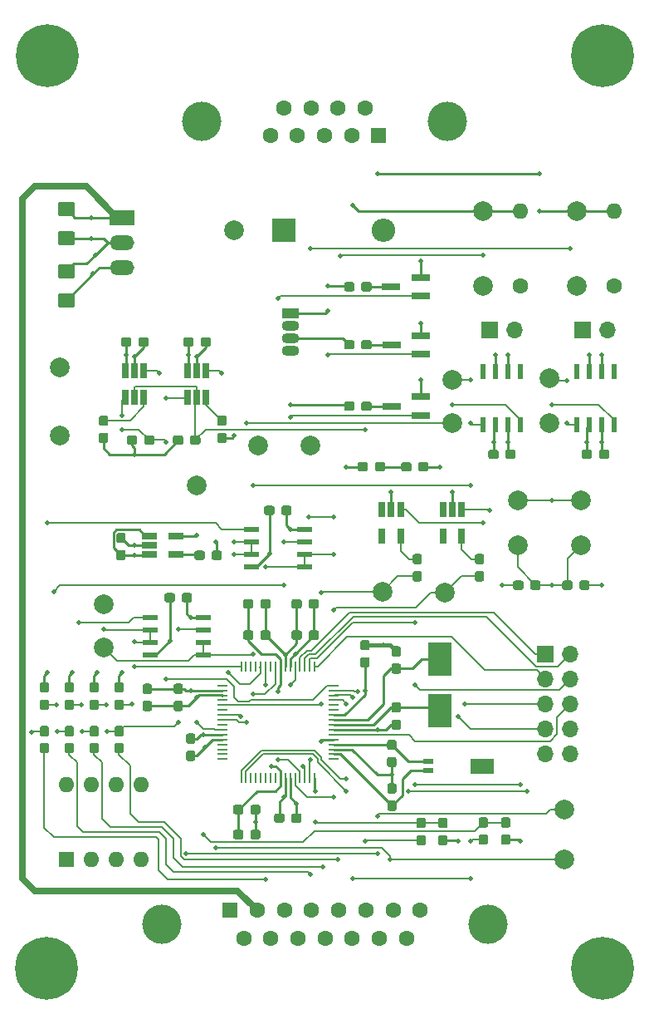
<source format=gbr>
G04 #@! TF.GenerationSoftware,KiCad,Pcbnew,(5.0.0)*
G04 #@! TF.CreationDate,2018-09-23T19:53:47-04:00*
G04 #@! TF.ProjectId,MDAS_Controller_V2,4D4441535F436F6E74726F6C6C65725F,rev?*
G04 #@! TF.SameCoordinates,Original*
G04 #@! TF.FileFunction,Copper,L1,Top,Signal*
G04 #@! TF.FilePolarity,Positive*
%FSLAX46Y46*%
G04 Gerber Fmt 4.6, Leading zero omitted, Abs format (unit mm)*
G04 Created by KiCad (PCBNEW (5.0.0)) date 09/23/18 19:53:47*
%MOMM*%
%LPD*%
G01*
G04 APERTURE LIST*
G04 #@! TA.AperFunction,ComponentPad*
%ADD10C,2.000000*%
G04 #@! TD*
G04 #@! TA.AperFunction,SMDPad,CuDef*
%ADD11R,0.250000X1.000000*%
G04 #@! TD*
G04 #@! TA.AperFunction,SMDPad,CuDef*
%ADD12R,1.000000X0.250000*%
G04 #@! TD*
G04 #@! TA.AperFunction,ComponentPad*
%ADD13O,2.400000X2.400000*%
G04 #@! TD*
G04 #@! TA.AperFunction,ComponentPad*
%ADD14R,2.400000X2.400000*%
G04 #@! TD*
G04 #@! TA.AperFunction,ComponentPad*
%ADD15C,4.000000*%
G04 #@! TD*
G04 #@! TA.AperFunction,ComponentPad*
%ADD16C,1.600000*%
G04 #@! TD*
G04 #@! TA.AperFunction,ComponentPad*
%ADD17R,1.600000X1.600000*%
G04 #@! TD*
G04 #@! TA.AperFunction,ComponentPad*
%ADD18O,1.700000X1.700000*%
G04 #@! TD*
G04 #@! TA.AperFunction,ComponentPad*
%ADD19R,1.700000X1.700000*%
G04 #@! TD*
G04 #@! TA.AperFunction,SMDPad,CuDef*
%ADD20R,2.400000X1.500000*%
G04 #@! TD*
G04 #@! TA.AperFunction,SMDPad,CuDef*
%ADD21R,1.100000X0.600000*%
G04 #@! TD*
G04 #@! TA.AperFunction,ComponentPad*
%ADD22O,1.600000X1.600000*%
G04 #@! TD*
G04 #@! TA.AperFunction,Conductor*
%ADD23C,0.100000*%
G04 #@! TD*
G04 #@! TA.AperFunction,SMDPad,CuDef*
%ADD24C,0.950000*%
G04 #@! TD*
G04 #@! TA.AperFunction,SMDPad,CuDef*
%ADD25C,1.425000*%
G04 #@! TD*
G04 #@! TA.AperFunction,SMDPad,CuDef*
%ADD26R,1.900000X0.800000*%
G04 #@! TD*
G04 #@! TA.AperFunction,ComponentPad*
%ADD27O,2.500000X1.500000*%
G04 #@! TD*
G04 #@! TA.AperFunction,ComponentPad*
%ADD28R,2.500000X1.500000*%
G04 #@! TD*
G04 #@! TA.AperFunction,SMDPad,CuDef*
%ADD29R,0.600000X1.550000*%
G04 #@! TD*
G04 #@! TA.AperFunction,SMDPad,CuDef*
%ADD30R,1.550000X0.600000*%
G04 #@! TD*
G04 #@! TA.AperFunction,SMDPad,CuDef*
%ADD31R,1.560000X0.650000*%
G04 #@! TD*
G04 #@! TA.AperFunction,SMDPad,CuDef*
%ADD32R,0.650000X1.560000*%
G04 #@! TD*
G04 #@! TA.AperFunction,SMDPad,CuDef*
%ADD33R,2.400000X3.500000*%
G04 #@! TD*
G04 #@! TA.AperFunction,ComponentPad*
%ADD34R,1.800000X1.070000*%
G04 #@! TD*
G04 #@! TA.AperFunction,ComponentPad*
%ADD35O,1.800000X1.070000*%
G04 #@! TD*
G04 #@! TA.AperFunction,ComponentPad*
%ADD36C,6.400000*%
G04 #@! TD*
G04 #@! TA.AperFunction,ViaPad*
%ADD37C,0.508000*%
G04 #@! TD*
G04 #@! TA.AperFunction,Conductor*
%ADD38C,0.203200*%
G04 #@! TD*
G04 #@! TA.AperFunction,Conductor*
%ADD39C,0.254000*%
G04 #@! TD*
G04 #@! TA.AperFunction,Conductor*
%ADD40C,0.381000*%
G04 #@! TD*
G04 #@! TA.AperFunction,Conductor*
%ADD41C,0.635000*%
G04 #@! TD*
G04 APERTURE END LIST*
D10*
G04 #@! TO.P,SW2,1*
G04 #@! TO.N,SW2P*
X154178000Y-93345000D03*
G04 #@! TD*
D11*
G04 #@! TO.P,U1,64*
G04 #@! TO.N,AI2B*
X139760000Y-100980000D03*
G04 #@! TO.P,U1,63*
G04 #@! TO.N,Net-(U1-Pad63)*
X140260000Y-100980000D03*
G04 #@! TO.P,U1,62*
G04 #@! TO.N,Net-(U1-Pad62)*
X140760000Y-100980000D03*
G04 #@! TO.P,U1,61*
G04 #@! TO.N,Net-(U1-Pad61)*
X141260000Y-100980000D03*
G04 #@! TO.P,U1,60*
G04 #@! TO.N,CAN0TX*
X141760000Y-100980000D03*
G04 #@! TO.P,U1,59*
G04 #@! TO.N,CAN0RX*
X142260000Y-100980000D03*
G04 #@! TO.P,U1,58*
G04 #@! TO.N,Net-(U1-Pad58)*
X142760000Y-100980000D03*
G04 #@! TO.P,U1,57*
G04 #@! TO.N,AI1B*
X143260000Y-100980000D03*
G04 #@! TO.P,U1,56*
G04 #@! TO.N,Net-(C10-Pad1)*
X143760000Y-100980000D03*
G04 #@! TO.P,U1,55*
G04 #@! TO.N,GND*
X144260000Y-100980000D03*
G04 #@! TO.P,U1,54*
G04 #@! TO.N,+3V3*
X144760000Y-100980000D03*
G04 #@! TO.P,U1,53*
G04 #@! TO.N,Net-(C26-Pad1)*
X145260000Y-100980000D03*
G04 #@! TO.P,U1,52*
G04 #@! TO.N,TCK*
X145760000Y-100980000D03*
G04 #@! TO.P,U1,51*
G04 #@! TO.N,TMS*
X146260000Y-100980000D03*
G04 #@! TO.P,U1,50*
G04 #@! TO.N,TDI*
X146760000Y-100980000D03*
G04 #@! TO.P,U1,49*
G04 #@! TO.N,TDO*
X147260000Y-100980000D03*
D12*
G04 #@! TO.P,U1,48*
G04 #@! TO.N,SDA*
X149210000Y-102930000D03*
G04 #@! TO.P,U1,47*
G04 #@! TO.N,SCL*
X149210000Y-103430000D03*
G04 #@! TO.P,U1,46*
G04 #@! TO.N,TXD*
X149210000Y-103930000D03*
G04 #@! TO.P,U1,45*
G04 #@! TO.N,RXD*
X149210000Y-104430000D03*
G04 #@! TO.P,U1,44*
G04 #@! TO.N,Net-(U1-Pad44)*
X149210000Y-104930000D03*
G04 #@! TO.P,U1,43*
G04 #@! TO.N,Net-(U1-Pad43)*
X149210000Y-105430000D03*
G04 #@! TO.P,U1,42*
G04 #@! TO.N,+3V3*
X149210000Y-105930000D03*
G04 #@! TO.P,U1,41*
G04 #@! TO.N,Net-(C13-Pad1)*
X149210000Y-106430000D03*
G04 #@! TO.P,U1,40*
G04 #@! TO.N,Net-(C9-Pad1)*
X149210000Y-106930000D03*
G04 #@! TO.P,U1,39*
G04 #@! TO.N,GND*
X149210000Y-107430000D03*
G04 #@! TO.P,U1,38*
G04 #@! TO.N,RST*
X149210000Y-107930000D03*
G04 #@! TO.P,U1,37*
G04 #@! TO.N,+3V3*
X149210000Y-108430000D03*
G04 #@! TO.P,U1,36*
G04 #@! TO.N,Net-(C2-Pad1)*
X149210000Y-108930000D03*
G04 #@! TO.P,U1,35*
G04 #@! TO.N,GND*
X149210000Y-109430000D03*
G04 #@! TO.P,U1,34*
G04 #@! TO.N,Net-(C1-Pad1)*
X149210000Y-109930000D03*
G04 #@! TO.P,U1,33*
G04 #@! TO.N,Net-(U1-Pad33)*
X149210000Y-110430000D03*
D11*
G04 #@! TO.P,U1,32*
G04 #@! TO.N,GND*
X147260000Y-112380000D03*
G04 #@! TO.P,U1,31*
G04 #@! TO.N,LED_B*
X146760000Y-112380000D03*
G04 #@! TO.P,U1,30*
G04 #@! TO.N,LED_G*
X146260000Y-112380000D03*
G04 #@! TO.P,U1,29*
G04 #@! TO.N,LED_R*
X145760000Y-112380000D03*
G04 #@! TO.P,U1,28*
G04 #@! TO.N,SW1P*
X145260000Y-112380000D03*
G04 #@! TO.P,U1,27*
G04 #@! TO.N,GND*
X144760000Y-112380000D03*
G04 #@! TO.P,U1,26*
G04 #@! TO.N,+3V3*
X144260000Y-112380000D03*
G04 #@! TO.P,U1,25*
G04 #@! TO.N,Net-(C10-Pad1)*
X143760000Y-112380000D03*
G04 #@! TO.P,U1,24*
G04 #@! TO.N,Net-(U1-Pad24)*
X143260000Y-112380000D03*
G04 #@! TO.P,U1,23*
G04 #@! TO.N,Net-(U1-Pad23)*
X142760000Y-112380000D03*
G04 #@! TO.P,U1,22*
G04 #@! TO.N,Net-(U1-Pad22)*
X142260000Y-112380000D03*
G04 #@! TO.P,U1,21*
G04 #@! TO.N,Net-(U1-Pad21)*
X141760000Y-112380000D03*
G04 #@! TO.P,U1,20*
G04 #@! TO.N,Net-(U1-Pad20)*
X141260000Y-112380000D03*
G04 #@! TO.P,U1,19*
G04 #@! TO.N,Net-(U1-Pad19)*
X140760000Y-112380000D03*
G04 #@! TO.P,U1,18*
G04 #@! TO.N,CAN1TX*
X140260000Y-112380000D03*
G04 #@! TO.P,U1,17*
G04 #@! TO.N,CAN1RX*
X139760000Y-112380000D03*
D12*
G04 #@! TO.P,U1,16*
G04 #@! TO.N,Net-(U1-Pad16)*
X137810000Y-110430000D03*
G04 #@! TO.P,U1,15*
G04 #@! TO.N,Net-(U1-Pad15)*
X137810000Y-109930000D03*
G04 #@! TO.P,U1,14*
G04 #@! TO.N,Net-(U1-Pad14)*
X137810000Y-109430000D03*
G04 #@! TO.P,U1,13*
G04 #@! TO.N,Net-(U1-Pad13)*
X137810000Y-108930000D03*
G04 #@! TO.P,U1,12*
G04 #@! TO.N,GND*
X137810000Y-108430000D03*
G04 #@! TO.P,U1,11*
G04 #@! TO.N,+3V3*
X137810000Y-107930000D03*
G04 #@! TO.P,U1,10*
G04 #@! TO.N,Net-(C27-Pad1)*
X137810000Y-107430000D03*
G04 #@! TO.P,U1,9*
G04 #@! TO.N,Net-(U1-Pad9)*
X137810000Y-106930000D03*
G04 #@! TO.P,U1,8*
G04 #@! TO.N,AI3B*
X137810000Y-106430000D03*
G04 #@! TO.P,U1,7*
G04 #@! TO.N,AI4B*
X137810000Y-105930000D03*
G04 #@! TO.P,U1,6*
G04 #@! TO.N,Net-(U1-Pad6)*
X137810000Y-105430000D03*
G04 #@! TO.P,U1,5*
G04 #@! TO.N,SW2P*
X137810000Y-104930000D03*
G04 #@! TO.P,U1,4*
G04 #@! TO.N,Net-(U1-Pad4)*
X137810000Y-104430000D03*
G04 #@! TO.P,U1,3*
G04 #@! TO.N,GND*
X137810000Y-103930000D03*
G04 #@! TO.P,U1,2*
G04 #@! TO.N,+3V3*
X137810000Y-103430000D03*
G04 #@! TO.P,U1,1*
G04 #@! TO.N,Net-(U1-Pad1)*
X137810000Y-102930000D03*
G04 #@! TD*
D13*
G04 #@! TO.P,D2,2*
G04 #@! TO.N,GND*
X154305000Y-56515000D03*
D14*
G04 #@! TO.P,D2,1*
G04 #@! TO.N,+12V*
X144145000Y-56515000D03*
G04 #@! TD*
D15*
G04 #@! TO.P,J3,0*
G04 #@! TO.N,N/C*
X164978200Y-127251600D03*
X131678200Y-127251600D03*
D16*
G04 #@! TO.P,J3,15*
G04 #@! TO.N,SW2*
X156638200Y-128671600D03*
G04 #@! TO.P,J3,14*
G04 #@! TO.N,T5*
X153868200Y-128671600D03*
G04 #@! TO.P,J3,13*
G04 #@! TO.N,GPI2*
X151098200Y-128671600D03*
G04 #@! TO.P,J3,12*
G04 #@! TO.N,AI2H*
X148328200Y-128671600D03*
G04 #@! TO.P,J3,11*
G04 #@! TO.N,AI4H*
X145558200Y-128671600D03*
G04 #@! TO.P,J3,10*
G04 #@! TO.N,+5V*
X142788200Y-128671600D03*
G04 #@! TO.P,J3,9*
G04 #@! TO.N,GND*
X140018200Y-128671600D03*
G04 #@! TO.P,J3,8*
G04 #@! TO.N,SW1*
X158023200Y-125831600D03*
G04 #@! TO.P,J3,7*
G04 #@! TO.N,T2*
X155253200Y-125831600D03*
G04 #@! TO.P,J3,6*
G04 #@! TO.N,GPI1*
X152483200Y-125831600D03*
G04 #@! TO.P,J3,5*
G04 #@! TO.N,AI1H*
X149713200Y-125831600D03*
G04 #@! TO.P,J3,4*
G04 #@! TO.N,AI3H*
X146943200Y-125831600D03*
G04 #@! TO.P,J3,3*
G04 #@! TO.N,+3V3*
X144173200Y-125831600D03*
G04 #@! TO.P,J3,2*
G04 #@! TO.N,+12V*
X141403200Y-125831600D03*
D17*
G04 #@! TO.P,J3,1*
G04 #@! TO.N,GND*
X138633200Y-125831600D03*
G04 #@! TD*
D18*
G04 #@! TO.P,JTAG,10*
G04 #@! TO.N,GND*
X173355000Y-109855000D03*
G04 #@! TO.P,JTAG,9*
X170815000Y-109855000D03*
G04 #@! TO.P,JTAG,8*
G04 #@! TO.N,+3V3*
X173355000Y-107315000D03*
G04 #@! TO.P,JTAG,7*
G04 #@! TO.N,RXD*
X170815000Y-107315000D03*
G04 #@! TO.P,JTAG,6*
G04 #@! TO.N,RST*
X173355000Y-104775000D03*
G04 #@! TO.P,JTAG,5*
G04 #@! TO.N,TXD*
X170815000Y-104775000D03*
G04 #@! TO.P,JTAG,4*
G04 #@! TO.N,TDI*
X173355000Y-102235000D03*
G04 #@! TO.P,JTAG,3*
G04 #@! TO.N,TDO*
X170815000Y-102235000D03*
G04 #@! TO.P,JTAG,2*
G04 #@! TO.N,TMS*
X173355000Y-99695000D03*
D19*
G04 #@! TO.P,JTAG,1*
G04 #@! TO.N,TCK*
X170815000Y-99695000D03*
G04 #@! TD*
D10*
G04 #@! TO.P,AI4B,1*
G04 #@! TO.N,AI4B*
X141478000Y-78486000D03*
G04 #@! TD*
D20*
G04 #@! TO.P,Y1,3*
G04 #@! TO.N,N/C*
X164375000Y-111125000D03*
D21*
G04 #@! TO.P,Y1,1*
G04 #@! TO.N,Net-(C1-Pad1)*
X158825000Y-111575000D03*
G04 #@! TO.P,Y1,2*
G04 #@! TO.N,Net-(C2-Pad1)*
X158825000Y-110675000D03*
G04 #@! TD*
D22*
G04 #@! TO.P,R16,2*
G04 #@! TO.N,CAN0L*
X168275000Y-54610000D03*
D16*
G04 #@! TO.P,R16,1*
G04 #@! TO.N,Net-(JP2-Pad2)*
X168275000Y-62230000D03*
G04 #@! TD*
D10*
G04 #@! TO.P,CAN0L,1*
G04 #@! TO.N,CAN0L*
X164465000Y-54610000D03*
G04 #@! TD*
G04 #@! TO.P,CAN0H,1*
G04 #@! TO.N,CAN0H*
X164465000Y-62230000D03*
G04 #@! TD*
D23*
G04 #@! TO.N,GND*
G04 #@! TO.C,C0*
G36*
X175097596Y-92236144D02*
X175120651Y-92239563D01*
X175143260Y-92245227D01*
X175165204Y-92253079D01*
X175186274Y-92263044D01*
X175206265Y-92275026D01*
X175224985Y-92288910D01*
X175242255Y-92304562D01*
X175257907Y-92321832D01*
X175271791Y-92340552D01*
X175283773Y-92360543D01*
X175293738Y-92381613D01*
X175301590Y-92403557D01*
X175307254Y-92426166D01*
X175310673Y-92449221D01*
X175311817Y-92472500D01*
X175311817Y-92947500D01*
X175310673Y-92970779D01*
X175307254Y-92993834D01*
X175301590Y-93016443D01*
X175293738Y-93038387D01*
X175283773Y-93059457D01*
X175271791Y-93079448D01*
X175257907Y-93098168D01*
X175242255Y-93115438D01*
X175224985Y-93131090D01*
X175206265Y-93144974D01*
X175186274Y-93156956D01*
X175165204Y-93166921D01*
X175143260Y-93174773D01*
X175120651Y-93180437D01*
X175097596Y-93183856D01*
X175074317Y-93185000D01*
X174499317Y-93185000D01*
X174476038Y-93183856D01*
X174452983Y-93180437D01*
X174430374Y-93174773D01*
X174408430Y-93166921D01*
X174387360Y-93156956D01*
X174367369Y-93144974D01*
X174348649Y-93131090D01*
X174331379Y-93115438D01*
X174315727Y-93098168D01*
X174301843Y-93079448D01*
X174289861Y-93059457D01*
X174279896Y-93038387D01*
X174272044Y-93016443D01*
X174266380Y-92993834D01*
X174262961Y-92970779D01*
X174261817Y-92947500D01*
X174261817Y-92472500D01*
X174262961Y-92449221D01*
X174266380Y-92426166D01*
X174272044Y-92403557D01*
X174279896Y-92381613D01*
X174289861Y-92360543D01*
X174301843Y-92340552D01*
X174315727Y-92321832D01*
X174331379Y-92304562D01*
X174348649Y-92288910D01*
X174367369Y-92275026D01*
X174387360Y-92263044D01*
X174408430Y-92253079D01*
X174430374Y-92245227D01*
X174452983Y-92239563D01*
X174476038Y-92236144D01*
X174499317Y-92235000D01*
X175074317Y-92235000D01*
X175097596Y-92236144D01*
X175097596Y-92236144D01*
G37*
D24*
G04 #@! TD*
G04 #@! TO.P,C0,2*
G04 #@! TO.N,GND*
X174786817Y-92710000D03*
D23*
G04 #@! TO.N,RST*
G04 #@! TO.C,C0*
G36*
X173347596Y-92236144D02*
X173370651Y-92239563D01*
X173393260Y-92245227D01*
X173415204Y-92253079D01*
X173436274Y-92263044D01*
X173456265Y-92275026D01*
X173474985Y-92288910D01*
X173492255Y-92304562D01*
X173507907Y-92321832D01*
X173521791Y-92340552D01*
X173533773Y-92360543D01*
X173543738Y-92381613D01*
X173551590Y-92403557D01*
X173557254Y-92426166D01*
X173560673Y-92449221D01*
X173561817Y-92472500D01*
X173561817Y-92947500D01*
X173560673Y-92970779D01*
X173557254Y-92993834D01*
X173551590Y-93016443D01*
X173543738Y-93038387D01*
X173533773Y-93059457D01*
X173521791Y-93079448D01*
X173507907Y-93098168D01*
X173492255Y-93115438D01*
X173474985Y-93131090D01*
X173456265Y-93144974D01*
X173436274Y-93156956D01*
X173415204Y-93166921D01*
X173393260Y-93174773D01*
X173370651Y-93180437D01*
X173347596Y-93183856D01*
X173324317Y-93185000D01*
X172749317Y-93185000D01*
X172726038Y-93183856D01*
X172702983Y-93180437D01*
X172680374Y-93174773D01*
X172658430Y-93166921D01*
X172637360Y-93156956D01*
X172617369Y-93144974D01*
X172598649Y-93131090D01*
X172581379Y-93115438D01*
X172565727Y-93098168D01*
X172551843Y-93079448D01*
X172539861Y-93059457D01*
X172529896Y-93038387D01*
X172522044Y-93016443D01*
X172516380Y-92993834D01*
X172512961Y-92970779D01*
X172511817Y-92947500D01*
X172511817Y-92472500D01*
X172512961Y-92449221D01*
X172516380Y-92426166D01*
X172522044Y-92403557D01*
X172529896Y-92381613D01*
X172539861Y-92360543D01*
X172551843Y-92340552D01*
X172565727Y-92321832D01*
X172581379Y-92304562D01*
X172598649Y-92288910D01*
X172617369Y-92275026D01*
X172637360Y-92263044D01*
X172658430Y-92253079D01*
X172680374Y-92245227D01*
X172702983Y-92239563D01*
X172726038Y-92236144D01*
X172749317Y-92235000D01*
X173324317Y-92235000D01*
X173347596Y-92236144D01*
X173347596Y-92236144D01*
G37*
D24*
G04 #@! TD*
G04 #@! TO.P,C0,1*
G04 #@! TO.N,RST*
X173036817Y-92710000D03*
D23*
G04 #@! TO.N,GND*
G04 #@! TO.C,C1*
G36*
X155391279Y-112901144D02*
X155414334Y-112904563D01*
X155436943Y-112910227D01*
X155458887Y-112918079D01*
X155479957Y-112928044D01*
X155499948Y-112940026D01*
X155518668Y-112953910D01*
X155535938Y-112969562D01*
X155551590Y-112986832D01*
X155565474Y-113005552D01*
X155577456Y-113025543D01*
X155587421Y-113046613D01*
X155595273Y-113068557D01*
X155600937Y-113091166D01*
X155604356Y-113114221D01*
X155605500Y-113137500D01*
X155605500Y-113712500D01*
X155604356Y-113735779D01*
X155600937Y-113758834D01*
X155595273Y-113781443D01*
X155587421Y-113803387D01*
X155577456Y-113824457D01*
X155565474Y-113844448D01*
X155551590Y-113863168D01*
X155535938Y-113880438D01*
X155518668Y-113896090D01*
X155499948Y-113909974D01*
X155479957Y-113921956D01*
X155458887Y-113931921D01*
X155436943Y-113939773D01*
X155414334Y-113945437D01*
X155391279Y-113948856D01*
X155368000Y-113950000D01*
X154893000Y-113950000D01*
X154869721Y-113948856D01*
X154846666Y-113945437D01*
X154824057Y-113939773D01*
X154802113Y-113931921D01*
X154781043Y-113921956D01*
X154761052Y-113909974D01*
X154742332Y-113896090D01*
X154725062Y-113880438D01*
X154709410Y-113863168D01*
X154695526Y-113844448D01*
X154683544Y-113824457D01*
X154673579Y-113803387D01*
X154665727Y-113781443D01*
X154660063Y-113758834D01*
X154656644Y-113735779D01*
X154655500Y-113712500D01*
X154655500Y-113137500D01*
X154656644Y-113114221D01*
X154660063Y-113091166D01*
X154665727Y-113068557D01*
X154673579Y-113046613D01*
X154683544Y-113025543D01*
X154695526Y-113005552D01*
X154709410Y-112986832D01*
X154725062Y-112969562D01*
X154742332Y-112953910D01*
X154761052Y-112940026D01*
X154781043Y-112928044D01*
X154802113Y-112918079D01*
X154824057Y-112910227D01*
X154846666Y-112904563D01*
X154869721Y-112901144D01*
X154893000Y-112900000D01*
X155368000Y-112900000D01*
X155391279Y-112901144D01*
X155391279Y-112901144D01*
G37*
D24*
G04 #@! TD*
G04 #@! TO.P,C1,2*
G04 #@! TO.N,GND*
X155130500Y-113425000D03*
D23*
G04 #@! TO.N,Net-(C1-Pad1)*
G04 #@! TO.C,C1*
G36*
X155391279Y-114651144D02*
X155414334Y-114654563D01*
X155436943Y-114660227D01*
X155458887Y-114668079D01*
X155479957Y-114678044D01*
X155499948Y-114690026D01*
X155518668Y-114703910D01*
X155535938Y-114719562D01*
X155551590Y-114736832D01*
X155565474Y-114755552D01*
X155577456Y-114775543D01*
X155587421Y-114796613D01*
X155595273Y-114818557D01*
X155600937Y-114841166D01*
X155604356Y-114864221D01*
X155605500Y-114887500D01*
X155605500Y-115462500D01*
X155604356Y-115485779D01*
X155600937Y-115508834D01*
X155595273Y-115531443D01*
X155587421Y-115553387D01*
X155577456Y-115574457D01*
X155565474Y-115594448D01*
X155551590Y-115613168D01*
X155535938Y-115630438D01*
X155518668Y-115646090D01*
X155499948Y-115659974D01*
X155479957Y-115671956D01*
X155458887Y-115681921D01*
X155436943Y-115689773D01*
X155414334Y-115695437D01*
X155391279Y-115698856D01*
X155368000Y-115700000D01*
X154893000Y-115700000D01*
X154869721Y-115698856D01*
X154846666Y-115695437D01*
X154824057Y-115689773D01*
X154802113Y-115681921D01*
X154781043Y-115671956D01*
X154761052Y-115659974D01*
X154742332Y-115646090D01*
X154725062Y-115630438D01*
X154709410Y-115613168D01*
X154695526Y-115594448D01*
X154683544Y-115574457D01*
X154673579Y-115553387D01*
X154665727Y-115531443D01*
X154660063Y-115508834D01*
X154656644Y-115485779D01*
X154655500Y-115462500D01*
X154655500Y-114887500D01*
X154656644Y-114864221D01*
X154660063Y-114841166D01*
X154665727Y-114818557D01*
X154673579Y-114796613D01*
X154683544Y-114775543D01*
X154695526Y-114755552D01*
X154709410Y-114736832D01*
X154725062Y-114719562D01*
X154742332Y-114703910D01*
X154761052Y-114690026D01*
X154781043Y-114678044D01*
X154802113Y-114668079D01*
X154824057Y-114660227D01*
X154846666Y-114654563D01*
X154869721Y-114651144D01*
X154893000Y-114650000D01*
X155368000Y-114650000D01*
X155391279Y-114651144D01*
X155391279Y-114651144D01*
G37*
D24*
G04 #@! TD*
G04 #@! TO.P,C1,1*
G04 #@! TO.N,Net-(C1-Pad1)*
X155130500Y-115175000D03*
D23*
G04 #@! TO.N,GND*
G04 #@! TO.C,C2*
G36*
X155389146Y-110206144D02*
X155412201Y-110209563D01*
X155434810Y-110215227D01*
X155456754Y-110223079D01*
X155477824Y-110233044D01*
X155497815Y-110245026D01*
X155516535Y-110258910D01*
X155533805Y-110274562D01*
X155549457Y-110291832D01*
X155563341Y-110310552D01*
X155575323Y-110330543D01*
X155585288Y-110351613D01*
X155593140Y-110373557D01*
X155598804Y-110396166D01*
X155602223Y-110419221D01*
X155603367Y-110442500D01*
X155603367Y-111017500D01*
X155602223Y-111040779D01*
X155598804Y-111063834D01*
X155593140Y-111086443D01*
X155585288Y-111108387D01*
X155575323Y-111129457D01*
X155563341Y-111149448D01*
X155549457Y-111168168D01*
X155533805Y-111185438D01*
X155516535Y-111201090D01*
X155497815Y-111214974D01*
X155477824Y-111226956D01*
X155456754Y-111236921D01*
X155434810Y-111244773D01*
X155412201Y-111250437D01*
X155389146Y-111253856D01*
X155365867Y-111255000D01*
X154890867Y-111255000D01*
X154867588Y-111253856D01*
X154844533Y-111250437D01*
X154821924Y-111244773D01*
X154799980Y-111236921D01*
X154778910Y-111226956D01*
X154758919Y-111214974D01*
X154740199Y-111201090D01*
X154722929Y-111185438D01*
X154707277Y-111168168D01*
X154693393Y-111149448D01*
X154681411Y-111129457D01*
X154671446Y-111108387D01*
X154663594Y-111086443D01*
X154657930Y-111063834D01*
X154654511Y-111040779D01*
X154653367Y-111017500D01*
X154653367Y-110442500D01*
X154654511Y-110419221D01*
X154657930Y-110396166D01*
X154663594Y-110373557D01*
X154671446Y-110351613D01*
X154681411Y-110330543D01*
X154693393Y-110310552D01*
X154707277Y-110291832D01*
X154722929Y-110274562D01*
X154740199Y-110258910D01*
X154758919Y-110245026D01*
X154778910Y-110233044D01*
X154799980Y-110223079D01*
X154821924Y-110215227D01*
X154844533Y-110209563D01*
X154867588Y-110206144D01*
X154890867Y-110205000D01*
X155365867Y-110205000D01*
X155389146Y-110206144D01*
X155389146Y-110206144D01*
G37*
D24*
G04 #@! TD*
G04 #@! TO.P,C2,2*
G04 #@! TO.N,GND*
X155128367Y-110730000D03*
D23*
G04 #@! TO.N,Net-(C2-Pad1)*
G04 #@! TO.C,C2*
G36*
X155389146Y-108456144D02*
X155412201Y-108459563D01*
X155434810Y-108465227D01*
X155456754Y-108473079D01*
X155477824Y-108483044D01*
X155497815Y-108495026D01*
X155516535Y-108508910D01*
X155533805Y-108524562D01*
X155549457Y-108541832D01*
X155563341Y-108560552D01*
X155575323Y-108580543D01*
X155585288Y-108601613D01*
X155593140Y-108623557D01*
X155598804Y-108646166D01*
X155602223Y-108669221D01*
X155603367Y-108692500D01*
X155603367Y-109267500D01*
X155602223Y-109290779D01*
X155598804Y-109313834D01*
X155593140Y-109336443D01*
X155585288Y-109358387D01*
X155575323Y-109379457D01*
X155563341Y-109399448D01*
X155549457Y-109418168D01*
X155533805Y-109435438D01*
X155516535Y-109451090D01*
X155497815Y-109464974D01*
X155477824Y-109476956D01*
X155456754Y-109486921D01*
X155434810Y-109494773D01*
X155412201Y-109500437D01*
X155389146Y-109503856D01*
X155365867Y-109505000D01*
X154890867Y-109505000D01*
X154867588Y-109503856D01*
X154844533Y-109500437D01*
X154821924Y-109494773D01*
X154799980Y-109486921D01*
X154778910Y-109476956D01*
X154758919Y-109464974D01*
X154740199Y-109451090D01*
X154722929Y-109435438D01*
X154707277Y-109418168D01*
X154693393Y-109399448D01*
X154681411Y-109379457D01*
X154671446Y-109358387D01*
X154663594Y-109336443D01*
X154657930Y-109313834D01*
X154654511Y-109290779D01*
X154653367Y-109267500D01*
X154653367Y-108692500D01*
X154654511Y-108669221D01*
X154657930Y-108646166D01*
X154663594Y-108623557D01*
X154671446Y-108601613D01*
X154681411Y-108580543D01*
X154693393Y-108560552D01*
X154707277Y-108541832D01*
X154722929Y-108524562D01*
X154740199Y-108508910D01*
X154758919Y-108495026D01*
X154778910Y-108483044D01*
X154799980Y-108473079D01*
X154821924Y-108465227D01*
X154844533Y-108459563D01*
X154867588Y-108456144D01*
X154890867Y-108455000D01*
X155365867Y-108455000D01*
X155389146Y-108456144D01*
X155389146Y-108456144D01*
G37*
D24*
G04 #@! TD*
G04 #@! TO.P,C2,1*
G04 #@! TO.N,Net-(C2-Pad1)*
X155128367Y-108980000D03*
D23*
G04 #@! TO.N,GND*
G04 #@! TO.C,C3*
G36*
X145711779Y-115959744D02*
X145734834Y-115963163D01*
X145757443Y-115968827D01*
X145779387Y-115976679D01*
X145800457Y-115986644D01*
X145820448Y-115998626D01*
X145839168Y-116012510D01*
X145856438Y-116028162D01*
X145872090Y-116045432D01*
X145885974Y-116064152D01*
X145897956Y-116084143D01*
X145907921Y-116105213D01*
X145915773Y-116127157D01*
X145921437Y-116149766D01*
X145924856Y-116172821D01*
X145926000Y-116196100D01*
X145926000Y-116671100D01*
X145924856Y-116694379D01*
X145921437Y-116717434D01*
X145915773Y-116740043D01*
X145907921Y-116761987D01*
X145897956Y-116783057D01*
X145885974Y-116803048D01*
X145872090Y-116821768D01*
X145856438Y-116839038D01*
X145839168Y-116854690D01*
X145820448Y-116868574D01*
X145800457Y-116880556D01*
X145779387Y-116890521D01*
X145757443Y-116898373D01*
X145734834Y-116904037D01*
X145711779Y-116907456D01*
X145688500Y-116908600D01*
X145113500Y-116908600D01*
X145090221Y-116907456D01*
X145067166Y-116904037D01*
X145044557Y-116898373D01*
X145022613Y-116890521D01*
X145001543Y-116880556D01*
X144981552Y-116868574D01*
X144962832Y-116854690D01*
X144945562Y-116839038D01*
X144929910Y-116821768D01*
X144916026Y-116803048D01*
X144904044Y-116783057D01*
X144894079Y-116761987D01*
X144886227Y-116740043D01*
X144880563Y-116717434D01*
X144877144Y-116694379D01*
X144876000Y-116671100D01*
X144876000Y-116196100D01*
X144877144Y-116172821D01*
X144880563Y-116149766D01*
X144886227Y-116127157D01*
X144894079Y-116105213D01*
X144904044Y-116084143D01*
X144916026Y-116064152D01*
X144929910Y-116045432D01*
X144945562Y-116028162D01*
X144962832Y-116012510D01*
X144981552Y-115998626D01*
X145001543Y-115986644D01*
X145022613Y-115976679D01*
X145044557Y-115968827D01*
X145067166Y-115963163D01*
X145090221Y-115959744D01*
X145113500Y-115958600D01*
X145688500Y-115958600D01*
X145711779Y-115959744D01*
X145711779Y-115959744D01*
G37*
D24*
G04 #@! TD*
G04 #@! TO.P,C3,2*
G04 #@! TO.N,GND*
X145401000Y-116433600D03*
D23*
G04 #@! TO.N,+3V3*
G04 #@! TO.C,C3*
G36*
X143961779Y-115959744D02*
X143984834Y-115963163D01*
X144007443Y-115968827D01*
X144029387Y-115976679D01*
X144050457Y-115986644D01*
X144070448Y-115998626D01*
X144089168Y-116012510D01*
X144106438Y-116028162D01*
X144122090Y-116045432D01*
X144135974Y-116064152D01*
X144147956Y-116084143D01*
X144157921Y-116105213D01*
X144165773Y-116127157D01*
X144171437Y-116149766D01*
X144174856Y-116172821D01*
X144176000Y-116196100D01*
X144176000Y-116671100D01*
X144174856Y-116694379D01*
X144171437Y-116717434D01*
X144165773Y-116740043D01*
X144157921Y-116761987D01*
X144147956Y-116783057D01*
X144135974Y-116803048D01*
X144122090Y-116821768D01*
X144106438Y-116839038D01*
X144089168Y-116854690D01*
X144070448Y-116868574D01*
X144050457Y-116880556D01*
X144029387Y-116890521D01*
X144007443Y-116898373D01*
X143984834Y-116904037D01*
X143961779Y-116907456D01*
X143938500Y-116908600D01*
X143363500Y-116908600D01*
X143340221Y-116907456D01*
X143317166Y-116904037D01*
X143294557Y-116898373D01*
X143272613Y-116890521D01*
X143251543Y-116880556D01*
X143231552Y-116868574D01*
X143212832Y-116854690D01*
X143195562Y-116839038D01*
X143179910Y-116821768D01*
X143166026Y-116803048D01*
X143154044Y-116783057D01*
X143144079Y-116761987D01*
X143136227Y-116740043D01*
X143130563Y-116717434D01*
X143127144Y-116694379D01*
X143126000Y-116671100D01*
X143126000Y-116196100D01*
X143127144Y-116172821D01*
X143130563Y-116149766D01*
X143136227Y-116127157D01*
X143144079Y-116105213D01*
X143154044Y-116084143D01*
X143166026Y-116064152D01*
X143179910Y-116045432D01*
X143195562Y-116028162D01*
X143212832Y-116012510D01*
X143231552Y-115998626D01*
X143251543Y-115986644D01*
X143272613Y-115976679D01*
X143294557Y-115968827D01*
X143317166Y-115963163D01*
X143340221Y-115959744D01*
X143363500Y-115958600D01*
X143938500Y-115958600D01*
X143961779Y-115959744D01*
X143961779Y-115959744D01*
G37*
D24*
G04 #@! TD*
G04 #@! TO.P,C3,1*
G04 #@! TO.N,+3V3*
X143651000Y-116433600D03*
D23*
G04 #@! TO.N,GND*
G04 #@! TO.C,C4*
G36*
X134880779Y-109571144D02*
X134903834Y-109574563D01*
X134926443Y-109580227D01*
X134948387Y-109588079D01*
X134969457Y-109598044D01*
X134989448Y-109610026D01*
X135008168Y-109623910D01*
X135025438Y-109639562D01*
X135041090Y-109656832D01*
X135054974Y-109675552D01*
X135066956Y-109695543D01*
X135076921Y-109716613D01*
X135084773Y-109738557D01*
X135090437Y-109761166D01*
X135093856Y-109784221D01*
X135095000Y-109807500D01*
X135095000Y-110382500D01*
X135093856Y-110405779D01*
X135090437Y-110428834D01*
X135084773Y-110451443D01*
X135076921Y-110473387D01*
X135066956Y-110494457D01*
X135054974Y-110514448D01*
X135041090Y-110533168D01*
X135025438Y-110550438D01*
X135008168Y-110566090D01*
X134989448Y-110579974D01*
X134969457Y-110591956D01*
X134948387Y-110601921D01*
X134926443Y-110609773D01*
X134903834Y-110615437D01*
X134880779Y-110618856D01*
X134857500Y-110620000D01*
X134382500Y-110620000D01*
X134359221Y-110618856D01*
X134336166Y-110615437D01*
X134313557Y-110609773D01*
X134291613Y-110601921D01*
X134270543Y-110591956D01*
X134250552Y-110579974D01*
X134231832Y-110566090D01*
X134214562Y-110550438D01*
X134198910Y-110533168D01*
X134185026Y-110514448D01*
X134173044Y-110494457D01*
X134163079Y-110473387D01*
X134155227Y-110451443D01*
X134149563Y-110428834D01*
X134146144Y-110405779D01*
X134145000Y-110382500D01*
X134145000Y-109807500D01*
X134146144Y-109784221D01*
X134149563Y-109761166D01*
X134155227Y-109738557D01*
X134163079Y-109716613D01*
X134173044Y-109695543D01*
X134185026Y-109675552D01*
X134198910Y-109656832D01*
X134214562Y-109639562D01*
X134231832Y-109623910D01*
X134250552Y-109610026D01*
X134270543Y-109598044D01*
X134291613Y-109588079D01*
X134313557Y-109580227D01*
X134336166Y-109574563D01*
X134359221Y-109571144D01*
X134382500Y-109570000D01*
X134857500Y-109570000D01*
X134880779Y-109571144D01*
X134880779Y-109571144D01*
G37*
D24*
G04 #@! TD*
G04 #@! TO.P,C4,2*
G04 #@! TO.N,GND*
X134620000Y-110095000D03*
D23*
G04 #@! TO.N,+3V3*
G04 #@! TO.C,C4*
G36*
X134880779Y-107821144D02*
X134903834Y-107824563D01*
X134926443Y-107830227D01*
X134948387Y-107838079D01*
X134969457Y-107848044D01*
X134989448Y-107860026D01*
X135008168Y-107873910D01*
X135025438Y-107889562D01*
X135041090Y-107906832D01*
X135054974Y-107925552D01*
X135066956Y-107945543D01*
X135076921Y-107966613D01*
X135084773Y-107988557D01*
X135090437Y-108011166D01*
X135093856Y-108034221D01*
X135095000Y-108057500D01*
X135095000Y-108632500D01*
X135093856Y-108655779D01*
X135090437Y-108678834D01*
X135084773Y-108701443D01*
X135076921Y-108723387D01*
X135066956Y-108744457D01*
X135054974Y-108764448D01*
X135041090Y-108783168D01*
X135025438Y-108800438D01*
X135008168Y-108816090D01*
X134989448Y-108829974D01*
X134969457Y-108841956D01*
X134948387Y-108851921D01*
X134926443Y-108859773D01*
X134903834Y-108865437D01*
X134880779Y-108868856D01*
X134857500Y-108870000D01*
X134382500Y-108870000D01*
X134359221Y-108868856D01*
X134336166Y-108865437D01*
X134313557Y-108859773D01*
X134291613Y-108851921D01*
X134270543Y-108841956D01*
X134250552Y-108829974D01*
X134231832Y-108816090D01*
X134214562Y-108800438D01*
X134198910Y-108783168D01*
X134185026Y-108764448D01*
X134173044Y-108744457D01*
X134163079Y-108723387D01*
X134155227Y-108701443D01*
X134149563Y-108678834D01*
X134146144Y-108655779D01*
X134145000Y-108632500D01*
X134145000Y-108057500D01*
X134146144Y-108034221D01*
X134149563Y-108011166D01*
X134155227Y-107988557D01*
X134163079Y-107966613D01*
X134173044Y-107945543D01*
X134185026Y-107925552D01*
X134198910Y-107906832D01*
X134214562Y-107889562D01*
X134231832Y-107873910D01*
X134250552Y-107860026D01*
X134270543Y-107848044D01*
X134291613Y-107838079D01*
X134313557Y-107830227D01*
X134336166Y-107824563D01*
X134359221Y-107821144D01*
X134382500Y-107820000D01*
X134857500Y-107820000D01*
X134880779Y-107821144D01*
X134880779Y-107821144D01*
G37*
D24*
G04 #@! TD*
G04 #@! TO.P,C4,1*
G04 #@! TO.N,+3V3*
X134620000Y-108345000D03*
D23*
G04 #@! TO.N,+3V3*
G04 #@! TO.C,C5*
G36*
X152660779Y-100046144D02*
X152683834Y-100049563D01*
X152706443Y-100055227D01*
X152728387Y-100063079D01*
X152749457Y-100073044D01*
X152769448Y-100085026D01*
X152788168Y-100098910D01*
X152805438Y-100114562D01*
X152821090Y-100131832D01*
X152834974Y-100150552D01*
X152846956Y-100170543D01*
X152856921Y-100191613D01*
X152864773Y-100213557D01*
X152870437Y-100236166D01*
X152873856Y-100259221D01*
X152875000Y-100282500D01*
X152875000Y-100857500D01*
X152873856Y-100880779D01*
X152870437Y-100903834D01*
X152864773Y-100926443D01*
X152856921Y-100948387D01*
X152846956Y-100969457D01*
X152834974Y-100989448D01*
X152821090Y-101008168D01*
X152805438Y-101025438D01*
X152788168Y-101041090D01*
X152769448Y-101054974D01*
X152749457Y-101066956D01*
X152728387Y-101076921D01*
X152706443Y-101084773D01*
X152683834Y-101090437D01*
X152660779Y-101093856D01*
X152637500Y-101095000D01*
X152162500Y-101095000D01*
X152139221Y-101093856D01*
X152116166Y-101090437D01*
X152093557Y-101084773D01*
X152071613Y-101076921D01*
X152050543Y-101066956D01*
X152030552Y-101054974D01*
X152011832Y-101041090D01*
X151994562Y-101025438D01*
X151978910Y-101008168D01*
X151965026Y-100989448D01*
X151953044Y-100969457D01*
X151943079Y-100948387D01*
X151935227Y-100926443D01*
X151929563Y-100903834D01*
X151926144Y-100880779D01*
X151925000Y-100857500D01*
X151925000Y-100282500D01*
X151926144Y-100259221D01*
X151929563Y-100236166D01*
X151935227Y-100213557D01*
X151943079Y-100191613D01*
X151953044Y-100170543D01*
X151965026Y-100150552D01*
X151978910Y-100131832D01*
X151994562Y-100114562D01*
X152011832Y-100098910D01*
X152030552Y-100085026D01*
X152050543Y-100073044D01*
X152071613Y-100063079D01*
X152093557Y-100055227D01*
X152116166Y-100049563D01*
X152139221Y-100046144D01*
X152162500Y-100045000D01*
X152637500Y-100045000D01*
X152660779Y-100046144D01*
X152660779Y-100046144D01*
G37*
D24*
G04 #@! TD*
G04 #@! TO.P,C5,1*
G04 #@! TO.N,+3V3*
X152400000Y-100570000D03*
D23*
G04 #@! TO.N,GND*
G04 #@! TO.C,C5*
G36*
X152660779Y-98296144D02*
X152683834Y-98299563D01*
X152706443Y-98305227D01*
X152728387Y-98313079D01*
X152749457Y-98323044D01*
X152769448Y-98335026D01*
X152788168Y-98348910D01*
X152805438Y-98364562D01*
X152821090Y-98381832D01*
X152834974Y-98400552D01*
X152846956Y-98420543D01*
X152856921Y-98441613D01*
X152864773Y-98463557D01*
X152870437Y-98486166D01*
X152873856Y-98509221D01*
X152875000Y-98532500D01*
X152875000Y-99107500D01*
X152873856Y-99130779D01*
X152870437Y-99153834D01*
X152864773Y-99176443D01*
X152856921Y-99198387D01*
X152846956Y-99219457D01*
X152834974Y-99239448D01*
X152821090Y-99258168D01*
X152805438Y-99275438D01*
X152788168Y-99291090D01*
X152769448Y-99304974D01*
X152749457Y-99316956D01*
X152728387Y-99326921D01*
X152706443Y-99334773D01*
X152683834Y-99340437D01*
X152660779Y-99343856D01*
X152637500Y-99345000D01*
X152162500Y-99345000D01*
X152139221Y-99343856D01*
X152116166Y-99340437D01*
X152093557Y-99334773D01*
X152071613Y-99326921D01*
X152050543Y-99316956D01*
X152030552Y-99304974D01*
X152011832Y-99291090D01*
X151994562Y-99275438D01*
X151978910Y-99258168D01*
X151965026Y-99239448D01*
X151953044Y-99219457D01*
X151943079Y-99198387D01*
X151935227Y-99176443D01*
X151929563Y-99153834D01*
X151926144Y-99130779D01*
X151925000Y-99107500D01*
X151925000Y-98532500D01*
X151926144Y-98509221D01*
X151929563Y-98486166D01*
X151935227Y-98463557D01*
X151943079Y-98441613D01*
X151953044Y-98420543D01*
X151965026Y-98400552D01*
X151978910Y-98381832D01*
X151994562Y-98364562D01*
X152011832Y-98348910D01*
X152030552Y-98335026D01*
X152050543Y-98323044D01*
X152071613Y-98313079D01*
X152093557Y-98305227D01*
X152116166Y-98299563D01*
X152139221Y-98296144D01*
X152162500Y-98295000D01*
X152637500Y-98295000D01*
X152660779Y-98296144D01*
X152660779Y-98296144D01*
G37*
D24*
G04 #@! TD*
G04 #@! TO.P,C5,2*
G04 #@! TO.N,GND*
X152400000Y-98820000D03*
D23*
G04 #@! TO.N,GND*
G04 #@! TO.C,C6*
G36*
X145730779Y-97316144D02*
X145753834Y-97319563D01*
X145776443Y-97325227D01*
X145798387Y-97333079D01*
X145819457Y-97343044D01*
X145839448Y-97355026D01*
X145858168Y-97368910D01*
X145875438Y-97384562D01*
X145891090Y-97401832D01*
X145904974Y-97420552D01*
X145916956Y-97440543D01*
X145926921Y-97461613D01*
X145934773Y-97483557D01*
X145940437Y-97506166D01*
X145943856Y-97529221D01*
X145945000Y-97552500D01*
X145945000Y-98027500D01*
X145943856Y-98050779D01*
X145940437Y-98073834D01*
X145934773Y-98096443D01*
X145926921Y-98118387D01*
X145916956Y-98139457D01*
X145904974Y-98159448D01*
X145891090Y-98178168D01*
X145875438Y-98195438D01*
X145858168Y-98211090D01*
X145839448Y-98224974D01*
X145819457Y-98236956D01*
X145798387Y-98246921D01*
X145776443Y-98254773D01*
X145753834Y-98260437D01*
X145730779Y-98263856D01*
X145707500Y-98265000D01*
X145132500Y-98265000D01*
X145109221Y-98263856D01*
X145086166Y-98260437D01*
X145063557Y-98254773D01*
X145041613Y-98246921D01*
X145020543Y-98236956D01*
X145000552Y-98224974D01*
X144981832Y-98211090D01*
X144964562Y-98195438D01*
X144948910Y-98178168D01*
X144935026Y-98159448D01*
X144923044Y-98139457D01*
X144913079Y-98118387D01*
X144905227Y-98096443D01*
X144899563Y-98073834D01*
X144896144Y-98050779D01*
X144895000Y-98027500D01*
X144895000Y-97552500D01*
X144896144Y-97529221D01*
X144899563Y-97506166D01*
X144905227Y-97483557D01*
X144913079Y-97461613D01*
X144923044Y-97440543D01*
X144935026Y-97420552D01*
X144948910Y-97401832D01*
X144964562Y-97384562D01*
X144981832Y-97368910D01*
X145000552Y-97355026D01*
X145020543Y-97343044D01*
X145041613Y-97333079D01*
X145063557Y-97325227D01*
X145086166Y-97319563D01*
X145109221Y-97316144D01*
X145132500Y-97315000D01*
X145707500Y-97315000D01*
X145730779Y-97316144D01*
X145730779Y-97316144D01*
G37*
D24*
G04 #@! TD*
G04 #@! TO.P,C6,2*
G04 #@! TO.N,GND*
X145420000Y-97790000D03*
D23*
G04 #@! TO.N,+3V3*
G04 #@! TO.C,C6*
G36*
X147480779Y-97316144D02*
X147503834Y-97319563D01*
X147526443Y-97325227D01*
X147548387Y-97333079D01*
X147569457Y-97343044D01*
X147589448Y-97355026D01*
X147608168Y-97368910D01*
X147625438Y-97384562D01*
X147641090Y-97401832D01*
X147654974Y-97420552D01*
X147666956Y-97440543D01*
X147676921Y-97461613D01*
X147684773Y-97483557D01*
X147690437Y-97506166D01*
X147693856Y-97529221D01*
X147695000Y-97552500D01*
X147695000Y-98027500D01*
X147693856Y-98050779D01*
X147690437Y-98073834D01*
X147684773Y-98096443D01*
X147676921Y-98118387D01*
X147666956Y-98139457D01*
X147654974Y-98159448D01*
X147641090Y-98178168D01*
X147625438Y-98195438D01*
X147608168Y-98211090D01*
X147589448Y-98224974D01*
X147569457Y-98236956D01*
X147548387Y-98246921D01*
X147526443Y-98254773D01*
X147503834Y-98260437D01*
X147480779Y-98263856D01*
X147457500Y-98265000D01*
X146882500Y-98265000D01*
X146859221Y-98263856D01*
X146836166Y-98260437D01*
X146813557Y-98254773D01*
X146791613Y-98246921D01*
X146770543Y-98236956D01*
X146750552Y-98224974D01*
X146731832Y-98211090D01*
X146714562Y-98195438D01*
X146698910Y-98178168D01*
X146685026Y-98159448D01*
X146673044Y-98139457D01*
X146663079Y-98118387D01*
X146655227Y-98096443D01*
X146649563Y-98073834D01*
X146646144Y-98050779D01*
X146645000Y-98027500D01*
X146645000Y-97552500D01*
X146646144Y-97529221D01*
X146649563Y-97506166D01*
X146655227Y-97483557D01*
X146663079Y-97461613D01*
X146673044Y-97440543D01*
X146685026Y-97420552D01*
X146698910Y-97401832D01*
X146714562Y-97384562D01*
X146731832Y-97368910D01*
X146750552Y-97355026D01*
X146770543Y-97343044D01*
X146791613Y-97333079D01*
X146813557Y-97325227D01*
X146836166Y-97319563D01*
X146859221Y-97316144D01*
X146882500Y-97315000D01*
X147457500Y-97315000D01*
X147480779Y-97316144D01*
X147480779Y-97316144D01*
G37*
D24*
G04 #@! TD*
G04 #@! TO.P,C6,1*
G04 #@! TO.N,+3V3*
X147170000Y-97790000D03*
D23*
G04 #@! TO.N,GND*
G04 #@! TO.C,C7*
G36*
X145725779Y-94141144D02*
X145748834Y-94144563D01*
X145771443Y-94150227D01*
X145793387Y-94158079D01*
X145814457Y-94168044D01*
X145834448Y-94180026D01*
X145853168Y-94193910D01*
X145870438Y-94209562D01*
X145886090Y-94226832D01*
X145899974Y-94245552D01*
X145911956Y-94265543D01*
X145921921Y-94286613D01*
X145929773Y-94308557D01*
X145935437Y-94331166D01*
X145938856Y-94354221D01*
X145940000Y-94377500D01*
X145940000Y-94852500D01*
X145938856Y-94875779D01*
X145935437Y-94898834D01*
X145929773Y-94921443D01*
X145921921Y-94943387D01*
X145911956Y-94964457D01*
X145899974Y-94984448D01*
X145886090Y-95003168D01*
X145870438Y-95020438D01*
X145853168Y-95036090D01*
X145834448Y-95049974D01*
X145814457Y-95061956D01*
X145793387Y-95071921D01*
X145771443Y-95079773D01*
X145748834Y-95085437D01*
X145725779Y-95088856D01*
X145702500Y-95090000D01*
X145127500Y-95090000D01*
X145104221Y-95088856D01*
X145081166Y-95085437D01*
X145058557Y-95079773D01*
X145036613Y-95071921D01*
X145015543Y-95061956D01*
X144995552Y-95049974D01*
X144976832Y-95036090D01*
X144959562Y-95020438D01*
X144943910Y-95003168D01*
X144930026Y-94984448D01*
X144918044Y-94964457D01*
X144908079Y-94943387D01*
X144900227Y-94921443D01*
X144894563Y-94898834D01*
X144891144Y-94875779D01*
X144890000Y-94852500D01*
X144890000Y-94377500D01*
X144891144Y-94354221D01*
X144894563Y-94331166D01*
X144900227Y-94308557D01*
X144908079Y-94286613D01*
X144918044Y-94265543D01*
X144930026Y-94245552D01*
X144943910Y-94226832D01*
X144959562Y-94209562D01*
X144976832Y-94193910D01*
X144995552Y-94180026D01*
X145015543Y-94168044D01*
X145036613Y-94158079D01*
X145058557Y-94150227D01*
X145081166Y-94144563D01*
X145104221Y-94141144D01*
X145127500Y-94140000D01*
X145702500Y-94140000D01*
X145725779Y-94141144D01*
X145725779Y-94141144D01*
G37*
D24*
G04 #@! TD*
G04 #@! TO.P,C7,2*
G04 #@! TO.N,GND*
X145415000Y-94615000D03*
D23*
G04 #@! TO.N,+3V3*
G04 #@! TO.C,C7*
G36*
X147475779Y-94141144D02*
X147498834Y-94144563D01*
X147521443Y-94150227D01*
X147543387Y-94158079D01*
X147564457Y-94168044D01*
X147584448Y-94180026D01*
X147603168Y-94193910D01*
X147620438Y-94209562D01*
X147636090Y-94226832D01*
X147649974Y-94245552D01*
X147661956Y-94265543D01*
X147671921Y-94286613D01*
X147679773Y-94308557D01*
X147685437Y-94331166D01*
X147688856Y-94354221D01*
X147690000Y-94377500D01*
X147690000Y-94852500D01*
X147688856Y-94875779D01*
X147685437Y-94898834D01*
X147679773Y-94921443D01*
X147671921Y-94943387D01*
X147661956Y-94964457D01*
X147649974Y-94984448D01*
X147636090Y-95003168D01*
X147620438Y-95020438D01*
X147603168Y-95036090D01*
X147584448Y-95049974D01*
X147564457Y-95061956D01*
X147543387Y-95071921D01*
X147521443Y-95079773D01*
X147498834Y-95085437D01*
X147475779Y-95088856D01*
X147452500Y-95090000D01*
X146877500Y-95090000D01*
X146854221Y-95088856D01*
X146831166Y-95085437D01*
X146808557Y-95079773D01*
X146786613Y-95071921D01*
X146765543Y-95061956D01*
X146745552Y-95049974D01*
X146726832Y-95036090D01*
X146709562Y-95020438D01*
X146693910Y-95003168D01*
X146680026Y-94984448D01*
X146668044Y-94964457D01*
X146658079Y-94943387D01*
X146650227Y-94921443D01*
X146644563Y-94898834D01*
X146641144Y-94875779D01*
X146640000Y-94852500D01*
X146640000Y-94377500D01*
X146641144Y-94354221D01*
X146644563Y-94331166D01*
X146650227Y-94308557D01*
X146658079Y-94286613D01*
X146668044Y-94265543D01*
X146680026Y-94245552D01*
X146693910Y-94226832D01*
X146709562Y-94209562D01*
X146726832Y-94193910D01*
X146745552Y-94180026D01*
X146765543Y-94168044D01*
X146786613Y-94158079D01*
X146808557Y-94150227D01*
X146831166Y-94144563D01*
X146854221Y-94141144D01*
X146877500Y-94140000D01*
X147452500Y-94140000D01*
X147475779Y-94141144D01*
X147475779Y-94141144D01*
G37*
D24*
G04 #@! TD*
G04 #@! TO.P,C7,1*
G04 #@! TO.N,+3V3*
X147165000Y-94615000D03*
D23*
G04 #@! TO.N,GND*
G04 #@! TO.C,C8*
G36*
X130435779Y-104491144D02*
X130458834Y-104494563D01*
X130481443Y-104500227D01*
X130503387Y-104508079D01*
X130524457Y-104518044D01*
X130544448Y-104530026D01*
X130563168Y-104543910D01*
X130580438Y-104559562D01*
X130596090Y-104576832D01*
X130609974Y-104595552D01*
X130621956Y-104615543D01*
X130631921Y-104636613D01*
X130639773Y-104658557D01*
X130645437Y-104681166D01*
X130648856Y-104704221D01*
X130650000Y-104727500D01*
X130650000Y-105302500D01*
X130648856Y-105325779D01*
X130645437Y-105348834D01*
X130639773Y-105371443D01*
X130631921Y-105393387D01*
X130621956Y-105414457D01*
X130609974Y-105434448D01*
X130596090Y-105453168D01*
X130580438Y-105470438D01*
X130563168Y-105486090D01*
X130544448Y-105499974D01*
X130524457Y-105511956D01*
X130503387Y-105521921D01*
X130481443Y-105529773D01*
X130458834Y-105535437D01*
X130435779Y-105538856D01*
X130412500Y-105540000D01*
X129937500Y-105540000D01*
X129914221Y-105538856D01*
X129891166Y-105535437D01*
X129868557Y-105529773D01*
X129846613Y-105521921D01*
X129825543Y-105511956D01*
X129805552Y-105499974D01*
X129786832Y-105486090D01*
X129769562Y-105470438D01*
X129753910Y-105453168D01*
X129740026Y-105434448D01*
X129728044Y-105414457D01*
X129718079Y-105393387D01*
X129710227Y-105371443D01*
X129704563Y-105348834D01*
X129701144Y-105325779D01*
X129700000Y-105302500D01*
X129700000Y-104727500D01*
X129701144Y-104704221D01*
X129704563Y-104681166D01*
X129710227Y-104658557D01*
X129718079Y-104636613D01*
X129728044Y-104615543D01*
X129740026Y-104595552D01*
X129753910Y-104576832D01*
X129769562Y-104559562D01*
X129786832Y-104543910D01*
X129805552Y-104530026D01*
X129825543Y-104518044D01*
X129846613Y-104508079D01*
X129868557Y-104500227D01*
X129891166Y-104494563D01*
X129914221Y-104491144D01*
X129937500Y-104490000D01*
X130412500Y-104490000D01*
X130435779Y-104491144D01*
X130435779Y-104491144D01*
G37*
D24*
G04 #@! TD*
G04 #@! TO.P,C8,2*
G04 #@! TO.N,GND*
X130175000Y-105015000D03*
D23*
G04 #@! TO.N,+3V3*
G04 #@! TO.C,C8*
G36*
X130435779Y-102741144D02*
X130458834Y-102744563D01*
X130481443Y-102750227D01*
X130503387Y-102758079D01*
X130524457Y-102768044D01*
X130544448Y-102780026D01*
X130563168Y-102793910D01*
X130580438Y-102809562D01*
X130596090Y-102826832D01*
X130609974Y-102845552D01*
X130621956Y-102865543D01*
X130631921Y-102886613D01*
X130639773Y-102908557D01*
X130645437Y-102931166D01*
X130648856Y-102954221D01*
X130650000Y-102977500D01*
X130650000Y-103552500D01*
X130648856Y-103575779D01*
X130645437Y-103598834D01*
X130639773Y-103621443D01*
X130631921Y-103643387D01*
X130621956Y-103664457D01*
X130609974Y-103684448D01*
X130596090Y-103703168D01*
X130580438Y-103720438D01*
X130563168Y-103736090D01*
X130544448Y-103749974D01*
X130524457Y-103761956D01*
X130503387Y-103771921D01*
X130481443Y-103779773D01*
X130458834Y-103785437D01*
X130435779Y-103788856D01*
X130412500Y-103790000D01*
X129937500Y-103790000D01*
X129914221Y-103788856D01*
X129891166Y-103785437D01*
X129868557Y-103779773D01*
X129846613Y-103771921D01*
X129825543Y-103761956D01*
X129805552Y-103749974D01*
X129786832Y-103736090D01*
X129769562Y-103720438D01*
X129753910Y-103703168D01*
X129740026Y-103684448D01*
X129728044Y-103664457D01*
X129718079Y-103643387D01*
X129710227Y-103621443D01*
X129704563Y-103598834D01*
X129701144Y-103575779D01*
X129700000Y-103552500D01*
X129700000Y-102977500D01*
X129701144Y-102954221D01*
X129704563Y-102931166D01*
X129710227Y-102908557D01*
X129718079Y-102886613D01*
X129728044Y-102865543D01*
X129740026Y-102845552D01*
X129753910Y-102826832D01*
X129769562Y-102809562D01*
X129786832Y-102793910D01*
X129805552Y-102780026D01*
X129825543Y-102768044D01*
X129846613Y-102758079D01*
X129868557Y-102750227D01*
X129891166Y-102744563D01*
X129914221Y-102741144D01*
X129937500Y-102740000D01*
X130412500Y-102740000D01*
X130435779Y-102741144D01*
X130435779Y-102741144D01*
G37*
D24*
G04 #@! TD*
G04 #@! TO.P,C8,1*
G04 #@! TO.N,+3V3*
X130175000Y-103265000D03*
D23*
G04 #@! TO.N,GND*
G04 #@! TO.C,C9*
G36*
X155835779Y-106396144D02*
X155858834Y-106399563D01*
X155881443Y-106405227D01*
X155903387Y-106413079D01*
X155924457Y-106423044D01*
X155944448Y-106435026D01*
X155963168Y-106448910D01*
X155980438Y-106464562D01*
X155996090Y-106481832D01*
X156009974Y-106500552D01*
X156021956Y-106520543D01*
X156031921Y-106541613D01*
X156039773Y-106563557D01*
X156045437Y-106586166D01*
X156048856Y-106609221D01*
X156050000Y-106632500D01*
X156050000Y-107207500D01*
X156048856Y-107230779D01*
X156045437Y-107253834D01*
X156039773Y-107276443D01*
X156031921Y-107298387D01*
X156021956Y-107319457D01*
X156009974Y-107339448D01*
X155996090Y-107358168D01*
X155980438Y-107375438D01*
X155963168Y-107391090D01*
X155944448Y-107404974D01*
X155924457Y-107416956D01*
X155903387Y-107426921D01*
X155881443Y-107434773D01*
X155858834Y-107440437D01*
X155835779Y-107443856D01*
X155812500Y-107445000D01*
X155337500Y-107445000D01*
X155314221Y-107443856D01*
X155291166Y-107440437D01*
X155268557Y-107434773D01*
X155246613Y-107426921D01*
X155225543Y-107416956D01*
X155205552Y-107404974D01*
X155186832Y-107391090D01*
X155169562Y-107375438D01*
X155153910Y-107358168D01*
X155140026Y-107339448D01*
X155128044Y-107319457D01*
X155118079Y-107298387D01*
X155110227Y-107276443D01*
X155104563Y-107253834D01*
X155101144Y-107230779D01*
X155100000Y-107207500D01*
X155100000Y-106632500D01*
X155101144Y-106609221D01*
X155104563Y-106586166D01*
X155110227Y-106563557D01*
X155118079Y-106541613D01*
X155128044Y-106520543D01*
X155140026Y-106500552D01*
X155153910Y-106481832D01*
X155169562Y-106464562D01*
X155186832Y-106448910D01*
X155205552Y-106435026D01*
X155225543Y-106423044D01*
X155246613Y-106413079D01*
X155268557Y-106405227D01*
X155291166Y-106399563D01*
X155314221Y-106396144D01*
X155337500Y-106395000D01*
X155812500Y-106395000D01*
X155835779Y-106396144D01*
X155835779Y-106396144D01*
G37*
D24*
G04 #@! TD*
G04 #@! TO.P,C9,2*
G04 #@! TO.N,GND*
X155575000Y-106920000D03*
D23*
G04 #@! TO.N,Net-(C9-Pad1)*
G04 #@! TO.C,C9*
G36*
X155835779Y-104646144D02*
X155858834Y-104649563D01*
X155881443Y-104655227D01*
X155903387Y-104663079D01*
X155924457Y-104673044D01*
X155944448Y-104685026D01*
X155963168Y-104698910D01*
X155980438Y-104714562D01*
X155996090Y-104731832D01*
X156009974Y-104750552D01*
X156021956Y-104770543D01*
X156031921Y-104791613D01*
X156039773Y-104813557D01*
X156045437Y-104836166D01*
X156048856Y-104859221D01*
X156050000Y-104882500D01*
X156050000Y-105457500D01*
X156048856Y-105480779D01*
X156045437Y-105503834D01*
X156039773Y-105526443D01*
X156031921Y-105548387D01*
X156021956Y-105569457D01*
X156009974Y-105589448D01*
X155996090Y-105608168D01*
X155980438Y-105625438D01*
X155963168Y-105641090D01*
X155944448Y-105654974D01*
X155924457Y-105666956D01*
X155903387Y-105676921D01*
X155881443Y-105684773D01*
X155858834Y-105690437D01*
X155835779Y-105693856D01*
X155812500Y-105695000D01*
X155337500Y-105695000D01*
X155314221Y-105693856D01*
X155291166Y-105690437D01*
X155268557Y-105684773D01*
X155246613Y-105676921D01*
X155225543Y-105666956D01*
X155205552Y-105654974D01*
X155186832Y-105641090D01*
X155169562Y-105625438D01*
X155153910Y-105608168D01*
X155140026Y-105589448D01*
X155128044Y-105569457D01*
X155118079Y-105548387D01*
X155110227Y-105526443D01*
X155104563Y-105503834D01*
X155101144Y-105480779D01*
X155100000Y-105457500D01*
X155100000Y-104882500D01*
X155101144Y-104859221D01*
X155104563Y-104836166D01*
X155110227Y-104813557D01*
X155118079Y-104791613D01*
X155128044Y-104770543D01*
X155140026Y-104750552D01*
X155153910Y-104731832D01*
X155169562Y-104714562D01*
X155186832Y-104698910D01*
X155205552Y-104685026D01*
X155225543Y-104673044D01*
X155246613Y-104663079D01*
X155268557Y-104655227D01*
X155291166Y-104649563D01*
X155314221Y-104646144D01*
X155337500Y-104645000D01*
X155812500Y-104645000D01*
X155835779Y-104646144D01*
X155835779Y-104646144D01*
G37*
D24*
G04 #@! TD*
G04 #@! TO.P,C9,1*
G04 #@! TO.N,Net-(C9-Pad1)*
X155575000Y-105170000D03*
D23*
G04 #@! TO.N,GND*
G04 #@! TO.C,C10*
G36*
X142550779Y-97316144D02*
X142573834Y-97319563D01*
X142596443Y-97325227D01*
X142618387Y-97333079D01*
X142639457Y-97343044D01*
X142659448Y-97355026D01*
X142678168Y-97368910D01*
X142695438Y-97384562D01*
X142711090Y-97401832D01*
X142724974Y-97420552D01*
X142736956Y-97440543D01*
X142746921Y-97461613D01*
X142754773Y-97483557D01*
X142760437Y-97506166D01*
X142763856Y-97529221D01*
X142765000Y-97552500D01*
X142765000Y-98027500D01*
X142763856Y-98050779D01*
X142760437Y-98073834D01*
X142754773Y-98096443D01*
X142746921Y-98118387D01*
X142736956Y-98139457D01*
X142724974Y-98159448D01*
X142711090Y-98178168D01*
X142695438Y-98195438D01*
X142678168Y-98211090D01*
X142659448Y-98224974D01*
X142639457Y-98236956D01*
X142618387Y-98246921D01*
X142596443Y-98254773D01*
X142573834Y-98260437D01*
X142550779Y-98263856D01*
X142527500Y-98265000D01*
X141952500Y-98265000D01*
X141929221Y-98263856D01*
X141906166Y-98260437D01*
X141883557Y-98254773D01*
X141861613Y-98246921D01*
X141840543Y-98236956D01*
X141820552Y-98224974D01*
X141801832Y-98211090D01*
X141784562Y-98195438D01*
X141768910Y-98178168D01*
X141755026Y-98159448D01*
X141743044Y-98139457D01*
X141733079Y-98118387D01*
X141725227Y-98096443D01*
X141719563Y-98073834D01*
X141716144Y-98050779D01*
X141715000Y-98027500D01*
X141715000Y-97552500D01*
X141716144Y-97529221D01*
X141719563Y-97506166D01*
X141725227Y-97483557D01*
X141733079Y-97461613D01*
X141743044Y-97440543D01*
X141755026Y-97420552D01*
X141768910Y-97401832D01*
X141784562Y-97384562D01*
X141801832Y-97368910D01*
X141820552Y-97355026D01*
X141840543Y-97343044D01*
X141861613Y-97333079D01*
X141883557Y-97325227D01*
X141906166Y-97319563D01*
X141929221Y-97316144D01*
X141952500Y-97315000D01*
X142527500Y-97315000D01*
X142550779Y-97316144D01*
X142550779Y-97316144D01*
G37*
D24*
G04 #@! TD*
G04 #@! TO.P,C10,2*
G04 #@! TO.N,GND*
X142240000Y-97790000D03*
D23*
G04 #@! TO.N,Net-(C10-Pad1)*
G04 #@! TO.C,C10*
G36*
X140800779Y-97316144D02*
X140823834Y-97319563D01*
X140846443Y-97325227D01*
X140868387Y-97333079D01*
X140889457Y-97343044D01*
X140909448Y-97355026D01*
X140928168Y-97368910D01*
X140945438Y-97384562D01*
X140961090Y-97401832D01*
X140974974Y-97420552D01*
X140986956Y-97440543D01*
X140996921Y-97461613D01*
X141004773Y-97483557D01*
X141010437Y-97506166D01*
X141013856Y-97529221D01*
X141015000Y-97552500D01*
X141015000Y-98027500D01*
X141013856Y-98050779D01*
X141010437Y-98073834D01*
X141004773Y-98096443D01*
X140996921Y-98118387D01*
X140986956Y-98139457D01*
X140974974Y-98159448D01*
X140961090Y-98178168D01*
X140945438Y-98195438D01*
X140928168Y-98211090D01*
X140909448Y-98224974D01*
X140889457Y-98236956D01*
X140868387Y-98246921D01*
X140846443Y-98254773D01*
X140823834Y-98260437D01*
X140800779Y-98263856D01*
X140777500Y-98265000D01*
X140202500Y-98265000D01*
X140179221Y-98263856D01*
X140156166Y-98260437D01*
X140133557Y-98254773D01*
X140111613Y-98246921D01*
X140090543Y-98236956D01*
X140070552Y-98224974D01*
X140051832Y-98211090D01*
X140034562Y-98195438D01*
X140018910Y-98178168D01*
X140005026Y-98159448D01*
X139993044Y-98139457D01*
X139983079Y-98118387D01*
X139975227Y-98096443D01*
X139969563Y-98073834D01*
X139966144Y-98050779D01*
X139965000Y-98027500D01*
X139965000Y-97552500D01*
X139966144Y-97529221D01*
X139969563Y-97506166D01*
X139975227Y-97483557D01*
X139983079Y-97461613D01*
X139993044Y-97440543D01*
X140005026Y-97420552D01*
X140018910Y-97401832D01*
X140034562Y-97384562D01*
X140051832Y-97368910D01*
X140070552Y-97355026D01*
X140090543Y-97343044D01*
X140111613Y-97333079D01*
X140133557Y-97325227D01*
X140156166Y-97319563D01*
X140179221Y-97316144D01*
X140202500Y-97315000D01*
X140777500Y-97315000D01*
X140800779Y-97316144D01*
X140800779Y-97316144D01*
G37*
D24*
G04 #@! TD*
G04 #@! TO.P,C10,1*
G04 #@! TO.N,Net-(C10-Pad1)*
X140490000Y-97790000D03*
D23*
G04 #@! TO.N,GND*
G04 #@! TO.C,C11*
G36*
X141520779Y-115096144D02*
X141543834Y-115099563D01*
X141566443Y-115105227D01*
X141588387Y-115113079D01*
X141609457Y-115123044D01*
X141629448Y-115135026D01*
X141648168Y-115148910D01*
X141665438Y-115164562D01*
X141681090Y-115181832D01*
X141694974Y-115200552D01*
X141706956Y-115220543D01*
X141716921Y-115241613D01*
X141724773Y-115263557D01*
X141730437Y-115286166D01*
X141733856Y-115309221D01*
X141735000Y-115332500D01*
X141735000Y-115807500D01*
X141733856Y-115830779D01*
X141730437Y-115853834D01*
X141724773Y-115876443D01*
X141716921Y-115898387D01*
X141706956Y-115919457D01*
X141694974Y-115939448D01*
X141681090Y-115958168D01*
X141665438Y-115975438D01*
X141648168Y-115991090D01*
X141629448Y-116004974D01*
X141609457Y-116016956D01*
X141588387Y-116026921D01*
X141566443Y-116034773D01*
X141543834Y-116040437D01*
X141520779Y-116043856D01*
X141497500Y-116045000D01*
X140922500Y-116045000D01*
X140899221Y-116043856D01*
X140876166Y-116040437D01*
X140853557Y-116034773D01*
X140831613Y-116026921D01*
X140810543Y-116016956D01*
X140790552Y-116004974D01*
X140771832Y-115991090D01*
X140754562Y-115975438D01*
X140738910Y-115958168D01*
X140725026Y-115939448D01*
X140713044Y-115919457D01*
X140703079Y-115898387D01*
X140695227Y-115876443D01*
X140689563Y-115853834D01*
X140686144Y-115830779D01*
X140685000Y-115807500D01*
X140685000Y-115332500D01*
X140686144Y-115309221D01*
X140689563Y-115286166D01*
X140695227Y-115263557D01*
X140703079Y-115241613D01*
X140713044Y-115220543D01*
X140725026Y-115200552D01*
X140738910Y-115181832D01*
X140754562Y-115164562D01*
X140771832Y-115148910D01*
X140790552Y-115135026D01*
X140810543Y-115123044D01*
X140831613Y-115113079D01*
X140853557Y-115105227D01*
X140876166Y-115099563D01*
X140899221Y-115096144D01*
X140922500Y-115095000D01*
X141497500Y-115095000D01*
X141520779Y-115096144D01*
X141520779Y-115096144D01*
G37*
D24*
G04 #@! TD*
G04 #@! TO.P,C11,2*
G04 #@! TO.N,GND*
X141210000Y-115570000D03*
D23*
G04 #@! TO.N,Net-(C10-Pad1)*
G04 #@! TO.C,C11*
G36*
X139770779Y-115096144D02*
X139793834Y-115099563D01*
X139816443Y-115105227D01*
X139838387Y-115113079D01*
X139859457Y-115123044D01*
X139879448Y-115135026D01*
X139898168Y-115148910D01*
X139915438Y-115164562D01*
X139931090Y-115181832D01*
X139944974Y-115200552D01*
X139956956Y-115220543D01*
X139966921Y-115241613D01*
X139974773Y-115263557D01*
X139980437Y-115286166D01*
X139983856Y-115309221D01*
X139985000Y-115332500D01*
X139985000Y-115807500D01*
X139983856Y-115830779D01*
X139980437Y-115853834D01*
X139974773Y-115876443D01*
X139966921Y-115898387D01*
X139956956Y-115919457D01*
X139944974Y-115939448D01*
X139931090Y-115958168D01*
X139915438Y-115975438D01*
X139898168Y-115991090D01*
X139879448Y-116004974D01*
X139859457Y-116016956D01*
X139838387Y-116026921D01*
X139816443Y-116034773D01*
X139793834Y-116040437D01*
X139770779Y-116043856D01*
X139747500Y-116045000D01*
X139172500Y-116045000D01*
X139149221Y-116043856D01*
X139126166Y-116040437D01*
X139103557Y-116034773D01*
X139081613Y-116026921D01*
X139060543Y-116016956D01*
X139040552Y-116004974D01*
X139021832Y-115991090D01*
X139004562Y-115975438D01*
X138988910Y-115958168D01*
X138975026Y-115939448D01*
X138963044Y-115919457D01*
X138953079Y-115898387D01*
X138945227Y-115876443D01*
X138939563Y-115853834D01*
X138936144Y-115830779D01*
X138935000Y-115807500D01*
X138935000Y-115332500D01*
X138936144Y-115309221D01*
X138939563Y-115286166D01*
X138945227Y-115263557D01*
X138953079Y-115241613D01*
X138963044Y-115220543D01*
X138975026Y-115200552D01*
X138988910Y-115181832D01*
X139004562Y-115164562D01*
X139021832Y-115148910D01*
X139040552Y-115135026D01*
X139060543Y-115123044D01*
X139081613Y-115113079D01*
X139103557Y-115105227D01*
X139126166Y-115099563D01*
X139149221Y-115096144D01*
X139172500Y-115095000D01*
X139747500Y-115095000D01*
X139770779Y-115096144D01*
X139770779Y-115096144D01*
G37*
D24*
G04 #@! TD*
G04 #@! TO.P,C11,1*
G04 #@! TO.N,Net-(C10-Pad1)*
X139460000Y-115570000D03*
D23*
G04 #@! TO.N,GND*
G04 #@! TO.C,C12*
G36*
X142550779Y-94141144D02*
X142573834Y-94144563D01*
X142596443Y-94150227D01*
X142618387Y-94158079D01*
X142639457Y-94168044D01*
X142659448Y-94180026D01*
X142678168Y-94193910D01*
X142695438Y-94209562D01*
X142711090Y-94226832D01*
X142724974Y-94245552D01*
X142736956Y-94265543D01*
X142746921Y-94286613D01*
X142754773Y-94308557D01*
X142760437Y-94331166D01*
X142763856Y-94354221D01*
X142765000Y-94377500D01*
X142765000Y-94852500D01*
X142763856Y-94875779D01*
X142760437Y-94898834D01*
X142754773Y-94921443D01*
X142746921Y-94943387D01*
X142736956Y-94964457D01*
X142724974Y-94984448D01*
X142711090Y-95003168D01*
X142695438Y-95020438D01*
X142678168Y-95036090D01*
X142659448Y-95049974D01*
X142639457Y-95061956D01*
X142618387Y-95071921D01*
X142596443Y-95079773D01*
X142573834Y-95085437D01*
X142550779Y-95088856D01*
X142527500Y-95090000D01*
X141952500Y-95090000D01*
X141929221Y-95088856D01*
X141906166Y-95085437D01*
X141883557Y-95079773D01*
X141861613Y-95071921D01*
X141840543Y-95061956D01*
X141820552Y-95049974D01*
X141801832Y-95036090D01*
X141784562Y-95020438D01*
X141768910Y-95003168D01*
X141755026Y-94984448D01*
X141743044Y-94964457D01*
X141733079Y-94943387D01*
X141725227Y-94921443D01*
X141719563Y-94898834D01*
X141716144Y-94875779D01*
X141715000Y-94852500D01*
X141715000Y-94377500D01*
X141716144Y-94354221D01*
X141719563Y-94331166D01*
X141725227Y-94308557D01*
X141733079Y-94286613D01*
X141743044Y-94265543D01*
X141755026Y-94245552D01*
X141768910Y-94226832D01*
X141784562Y-94209562D01*
X141801832Y-94193910D01*
X141820552Y-94180026D01*
X141840543Y-94168044D01*
X141861613Y-94158079D01*
X141883557Y-94150227D01*
X141906166Y-94144563D01*
X141929221Y-94141144D01*
X141952500Y-94140000D01*
X142527500Y-94140000D01*
X142550779Y-94141144D01*
X142550779Y-94141144D01*
G37*
D24*
G04 #@! TD*
G04 #@! TO.P,C12,2*
G04 #@! TO.N,GND*
X142240000Y-94615000D03*
D23*
G04 #@! TO.N,Net-(C10-Pad1)*
G04 #@! TO.C,C12*
G36*
X140800779Y-94141144D02*
X140823834Y-94144563D01*
X140846443Y-94150227D01*
X140868387Y-94158079D01*
X140889457Y-94168044D01*
X140909448Y-94180026D01*
X140928168Y-94193910D01*
X140945438Y-94209562D01*
X140961090Y-94226832D01*
X140974974Y-94245552D01*
X140986956Y-94265543D01*
X140996921Y-94286613D01*
X141004773Y-94308557D01*
X141010437Y-94331166D01*
X141013856Y-94354221D01*
X141015000Y-94377500D01*
X141015000Y-94852500D01*
X141013856Y-94875779D01*
X141010437Y-94898834D01*
X141004773Y-94921443D01*
X140996921Y-94943387D01*
X140986956Y-94964457D01*
X140974974Y-94984448D01*
X140961090Y-95003168D01*
X140945438Y-95020438D01*
X140928168Y-95036090D01*
X140909448Y-95049974D01*
X140889457Y-95061956D01*
X140868387Y-95071921D01*
X140846443Y-95079773D01*
X140823834Y-95085437D01*
X140800779Y-95088856D01*
X140777500Y-95090000D01*
X140202500Y-95090000D01*
X140179221Y-95088856D01*
X140156166Y-95085437D01*
X140133557Y-95079773D01*
X140111613Y-95071921D01*
X140090543Y-95061956D01*
X140070552Y-95049974D01*
X140051832Y-95036090D01*
X140034562Y-95020438D01*
X140018910Y-95003168D01*
X140005026Y-94984448D01*
X139993044Y-94964457D01*
X139983079Y-94943387D01*
X139975227Y-94921443D01*
X139969563Y-94898834D01*
X139966144Y-94875779D01*
X139965000Y-94852500D01*
X139965000Y-94377500D01*
X139966144Y-94354221D01*
X139969563Y-94331166D01*
X139975227Y-94308557D01*
X139983079Y-94286613D01*
X139993044Y-94265543D01*
X140005026Y-94245552D01*
X140018910Y-94226832D01*
X140034562Y-94209562D01*
X140051832Y-94193910D01*
X140070552Y-94180026D01*
X140090543Y-94168044D01*
X140111613Y-94158079D01*
X140133557Y-94150227D01*
X140156166Y-94144563D01*
X140179221Y-94141144D01*
X140202500Y-94140000D01*
X140777500Y-94140000D01*
X140800779Y-94141144D01*
X140800779Y-94141144D01*
G37*
D24*
G04 #@! TD*
G04 #@! TO.P,C12,1*
G04 #@! TO.N,Net-(C10-Pad1)*
X140490000Y-94615000D03*
D23*
G04 #@! TO.N,GND*
G04 #@! TO.C,C13*
G36*
X155835779Y-98931144D02*
X155858834Y-98934563D01*
X155881443Y-98940227D01*
X155903387Y-98948079D01*
X155924457Y-98958044D01*
X155944448Y-98970026D01*
X155963168Y-98983910D01*
X155980438Y-98999562D01*
X155996090Y-99016832D01*
X156009974Y-99035552D01*
X156021956Y-99055543D01*
X156031921Y-99076613D01*
X156039773Y-99098557D01*
X156045437Y-99121166D01*
X156048856Y-99144221D01*
X156050000Y-99167500D01*
X156050000Y-99742500D01*
X156048856Y-99765779D01*
X156045437Y-99788834D01*
X156039773Y-99811443D01*
X156031921Y-99833387D01*
X156021956Y-99854457D01*
X156009974Y-99874448D01*
X155996090Y-99893168D01*
X155980438Y-99910438D01*
X155963168Y-99926090D01*
X155944448Y-99939974D01*
X155924457Y-99951956D01*
X155903387Y-99961921D01*
X155881443Y-99969773D01*
X155858834Y-99975437D01*
X155835779Y-99978856D01*
X155812500Y-99980000D01*
X155337500Y-99980000D01*
X155314221Y-99978856D01*
X155291166Y-99975437D01*
X155268557Y-99969773D01*
X155246613Y-99961921D01*
X155225543Y-99951956D01*
X155205552Y-99939974D01*
X155186832Y-99926090D01*
X155169562Y-99910438D01*
X155153910Y-99893168D01*
X155140026Y-99874448D01*
X155128044Y-99854457D01*
X155118079Y-99833387D01*
X155110227Y-99811443D01*
X155104563Y-99788834D01*
X155101144Y-99765779D01*
X155100000Y-99742500D01*
X155100000Y-99167500D01*
X155101144Y-99144221D01*
X155104563Y-99121166D01*
X155110227Y-99098557D01*
X155118079Y-99076613D01*
X155128044Y-99055543D01*
X155140026Y-99035552D01*
X155153910Y-99016832D01*
X155169562Y-98999562D01*
X155186832Y-98983910D01*
X155205552Y-98970026D01*
X155225543Y-98958044D01*
X155246613Y-98948079D01*
X155268557Y-98940227D01*
X155291166Y-98934563D01*
X155314221Y-98931144D01*
X155337500Y-98930000D01*
X155812500Y-98930000D01*
X155835779Y-98931144D01*
X155835779Y-98931144D01*
G37*
D24*
G04 #@! TD*
G04 #@! TO.P,C13,2*
G04 #@! TO.N,GND*
X155575000Y-99455000D03*
D23*
G04 #@! TO.N,Net-(C13-Pad1)*
G04 #@! TO.C,C13*
G36*
X155835779Y-100681144D02*
X155858834Y-100684563D01*
X155881443Y-100690227D01*
X155903387Y-100698079D01*
X155924457Y-100708044D01*
X155944448Y-100720026D01*
X155963168Y-100733910D01*
X155980438Y-100749562D01*
X155996090Y-100766832D01*
X156009974Y-100785552D01*
X156021956Y-100805543D01*
X156031921Y-100826613D01*
X156039773Y-100848557D01*
X156045437Y-100871166D01*
X156048856Y-100894221D01*
X156050000Y-100917500D01*
X156050000Y-101492500D01*
X156048856Y-101515779D01*
X156045437Y-101538834D01*
X156039773Y-101561443D01*
X156031921Y-101583387D01*
X156021956Y-101604457D01*
X156009974Y-101624448D01*
X155996090Y-101643168D01*
X155980438Y-101660438D01*
X155963168Y-101676090D01*
X155944448Y-101689974D01*
X155924457Y-101701956D01*
X155903387Y-101711921D01*
X155881443Y-101719773D01*
X155858834Y-101725437D01*
X155835779Y-101728856D01*
X155812500Y-101730000D01*
X155337500Y-101730000D01*
X155314221Y-101728856D01*
X155291166Y-101725437D01*
X155268557Y-101719773D01*
X155246613Y-101711921D01*
X155225543Y-101701956D01*
X155205552Y-101689974D01*
X155186832Y-101676090D01*
X155169562Y-101660438D01*
X155153910Y-101643168D01*
X155140026Y-101624448D01*
X155128044Y-101604457D01*
X155118079Y-101583387D01*
X155110227Y-101561443D01*
X155104563Y-101538834D01*
X155101144Y-101515779D01*
X155100000Y-101492500D01*
X155100000Y-100917500D01*
X155101144Y-100894221D01*
X155104563Y-100871166D01*
X155110227Y-100848557D01*
X155118079Y-100826613D01*
X155128044Y-100805543D01*
X155140026Y-100785552D01*
X155153910Y-100766832D01*
X155169562Y-100749562D01*
X155186832Y-100733910D01*
X155205552Y-100720026D01*
X155225543Y-100708044D01*
X155246613Y-100698079D01*
X155268557Y-100690227D01*
X155291166Y-100684563D01*
X155314221Y-100681144D01*
X155337500Y-100680000D01*
X155812500Y-100680000D01*
X155835779Y-100681144D01*
X155835779Y-100681144D01*
G37*
D24*
G04 #@! TD*
G04 #@! TO.P,C13,1*
G04 #@! TO.N,Net-(C13-Pad1)*
X155575000Y-101205000D03*
D23*
G04 #@! TO.N,GND*
G04 #@! TO.C,C14*
G36*
X122569504Y-56656204D02*
X122593773Y-56659804D01*
X122617571Y-56665765D01*
X122640671Y-56674030D01*
X122662849Y-56684520D01*
X122683893Y-56697133D01*
X122703598Y-56711747D01*
X122721777Y-56728223D01*
X122738253Y-56746402D01*
X122752867Y-56766107D01*
X122765480Y-56787151D01*
X122775970Y-56809329D01*
X122784235Y-56832429D01*
X122790196Y-56856227D01*
X122793796Y-56880496D01*
X122795000Y-56905000D01*
X122795000Y-57830000D01*
X122793796Y-57854504D01*
X122790196Y-57878773D01*
X122784235Y-57902571D01*
X122775970Y-57925671D01*
X122765480Y-57947849D01*
X122752867Y-57968893D01*
X122738253Y-57988598D01*
X122721777Y-58006777D01*
X122703598Y-58023253D01*
X122683893Y-58037867D01*
X122662849Y-58050480D01*
X122640671Y-58060970D01*
X122617571Y-58069235D01*
X122593773Y-58075196D01*
X122569504Y-58078796D01*
X122545000Y-58080000D01*
X121295000Y-58080000D01*
X121270496Y-58078796D01*
X121246227Y-58075196D01*
X121222429Y-58069235D01*
X121199329Y-58060970D01*
X121177151Y-58050480D01*
X121156107Y-58037867D01*
X121136402Y-58023253D01*
X121118223Y-58006777D01*
X121101747Y-57988598D01*
X121087133Y-57968893D01*
X121074520Y-57947849D01*
X121064030Y-57925671D01*
X121055765Y-57902571D01*
X121049804Y-57878773D01*
X121046204Y-57854504D01*
X121045000Y-57830000D01*
X121045000Y-56905000D01*
X121046204Y-56880496D01*
X121049804Y-56856227D01*
X121055765Y-56832429D01*
X121064030Y-56809329D01*
X121074520Y-56787151D01*
X121087133Y-56766107D01*
X121101747Y-56746402D01*
X121118223Y-56728223D01*
X121136402Y-56711747D01*
X121156107Y-56697133D01*
X121177151Y-56684520D01*
X121199329Y-56674030D01*
X121222429Y-56665765D01*
X121246227Y-56659804D01*
X121270496Y-56656204D01*
X121295000Y-56655000D01*
X122545000Y-56655000D01*
X122569504Y-56656204D01*
X122569504Y-56656204D01*
G37*
D25*
G04 #@! TD*
G04 #@! TO.P,C14,2*
G04 #@! TO.N,GND*
X121920000Y-57367500D03*
D23*
G04 #@! TO.N,+12V*
G04 #@! TO.C,C14*
G36*
X122569504Y-53681204D02*
X122593773Y-53684804D01*
X122617571Y-53690765D01*
X122640671Y-53699030D01*
X122662849Y-53709520D01*
X122683893Y-53722133D01*
X122703598Y-53736747D01*
X122721777Y-53753223D01*
X122738253Y-53771402D01*
X122752867Y-53791107D01*
X122765480Y-53812151D01*
X122775970Y-53834329D01*
X122784235Y-53857429D01*
X122790196Y-53881227D01*
X122793796Y-53905496D01*
X122795000Y-53930000D01*
X122795000Y-54855000D01*
X122793796Y-54879504D01*
X122790196Y-54903773D01*
X122784235Y-54927571D01*
X122775970Y-54950671D01*
X122765480Y-54972849D01*
X122752867Y-54993893D01*
X122738253Y-55013598D01*
X122721777Y-55031777D01*
X122703598Y-55048253D01*
X122683893Y-55062867D01*
X122662849Y-55075480D01*
X122640671Y-55085970D01*
X122617571Y-55094235D01*
X122593773Y-55100196D01*
X122569504Y-55103796D01*
X122545000Y-55105000D01*
X121295000Y-55105000D01*
X121270496Y-55103796D01*
X121246227Y-55100196D01*
X121222429Y-55094235D01*
X121199329Y-55085970D01*
X121177151Y-55075480D01*
X121156107Y-55062867D01*
X121136402Y-55048253D01*
X121118223Y-55031777D01*
X121101747Y-55013598D01*
X121087133Y-54993893D01*
X121074520Y-54972849D01*
X121064030Y-54950671D01*
X121055765Y-54927571D01*
X121049804Y-54903773D01*
X121046204Y-54879504D01*
X121045000Y-54855000D01*
X121045000Y-53930000D01*
X121046204Y-53905496D01*
X121049804Y-53881227D01*
X121055765Y-53857429D01*
X121064030Y-53834329D01*
X121074520Y-53812151D01*
X121087133Y-53791107D01*
X121101747Y-53771402D01*
X121118223Y-53753223D01*
X121136402Y-53736747D01*
X121156107Y-53722133D01*
X121177151Y-53709520D01*
X121199329Y-53699030D01*
X121222429Y-53690765D01*
X121246227Y-53684804D01*
X121270496Y-53681204D01*
X121295000Y-53680000D01*
X122545000Y-53680000D01*
X122569504Y-53681204D01*
X122569504Y-53681204D01*
G37*
D25*
G04 #@! TD*
G04 #@! TO.P,C14,1*
G04 #@! TO.N,+12V*
X121920000Y-54392500D03*
D23*
G04 #@! TO.N,GND*
G04 #@! TO.C,C15*
G36*
X127768779Y-87374144D02*
X127791834Y-87377563D01*
X127814443Y-87383227D01*
X127836387Y-87391079D01*
X127857457Y-87401044D01*
X127877448Y-87413026D01*
X127896168Y-87426910D01*
X127913438Y-87442562D01*
X127929090Y-87459832D01*
X127942974Y-87478552D01*
X127954956Y-87498543D01*
X127964921Y-87519613D01*
X127972773Y-87541557D01*
X127978437Y-87564166D01*
X127981856Y-87587221D01*
X127983000Y-87610500D01*
X127983000Y-88185500D01*
X127981856Y-88208779D01*
X127978437Y-88231834D01*
X127972773Y-88254443D01*
X127964921Y-88276387D01*
X127954956Y-88297457D01*
X127942974Y-88317448D01*
X127929090Y-88336168D01*
X127913438Y-88353438D01*
X127896168Y-88369090D01*
X127877448Y-88382974D01*
X127857457Y-88394956D01*
X127836387Y-88404921D01*
X127814443Y-88412773D01*
X127791834Y-88418437D01*
X127768779Y-88421856D01*
X127745500Y-88423000D01*
X127270500Y-88423000D01*
X127247221Y-88421856D01*
X127224166Y-88418437D01*
X127201557Y-88412773D01*
X127179613Y-88404921D01*
X127158543Y-88394956D01*
X127138552Y-88382974D01*
X127119832Y-88369090D01*
X127102562Y-88353438D01*
X127086910Y-88336168D01*
X127073026Y-88317448D01*
X127061044Y-88297457D01*
X127051079Y-88276387D01*
X127043227Y-88254443D01*
X127037563Y-88231834D01*
X127034144Y-88208779D01*
X127033000Y-88185500D01*
X127033000Y-87610500D01*
X127034144Y-87587221D01*
X127037563Y-87564166D01*
X127043227Y-87541557D01*
X127051079Y-87519613D01*
X127061044Y-87498543D01*
X127073026Y-87478552D01*
X127086910Y-87459832D01*
X127102562Y-87442562D01*
X127119832Y-87426910D01*
X127138552Y-87413026D01*
X127158543Y-87401044D01*
X127179613Y-87391079D01*
X127201557Y-87383227D01*
X127224166Y-87377563D01*
X127247221Y-87374144D01*
X127270500Y-87373000D01*
X127745500Y-87373000D01*
X127768779Y-87374144D01*
X127768779Y-87374144D01*
G37*
D24*
G04 #@! TD*
G04 #@! TO.P,C15,2*
G04 #@! TO.N,GND*
X127508000Y-87898000D03*
D23*
G04 #@! TO.N,+5V*
G04 #@! TO.C,C15*
G36*
X127768779Y-89124144D02*
X127791834Y-89127563D01*
X127814443Y-89133227D01*
X127836387Y-89141079D01*
X127857457Y-89151044D01*
X127877448Y-89163026D01*
X127896168Y-89176910D01*
X127913438Y-89192562D01*
X127929090Y-89209832D01*
X127942974Y-89228552D01*
X127954956Y-89248543D01*
X127964921Y-89269613D01*
X127972773Y-89291557D01*
X127978437Y-89314166D01*
X127981856Y-89337221D01*
X127983000Y-89360500D01*
X127983000Y-89935500D01*
X127981856Y-89958779D01*
X127978437Y-89981834D01*
X127972773Y-90004443D01*
X127964921Y-90026387D01*
X127954956Y-90047457D01*
X127942974Y-90067448D01*
X127929090Y-90086168D01*
X127913438Y-90103438D01*
X127896168Y-90119090D01*
X127877448Y-90132974D01*
X127857457Y-90144956D01*
X127836387Y-90154921D01*
X127814443Y-90162773D01*
X127791834Y-90168437D01*
X127768779Y-90171856D01*
X127745500Y-90173000D01*
X127270500Y-90173000D01*
X127247221Y-90171856D01*
X127224166Y-90168437D01*
X127201557Y-90162773D01*
X127179613Y-90154921D01*
X127158543Y-90144956D01*
X127138552Y-90132974D01*
X127119832Y-90119090D01*
X127102562Y-90103438D01*
X127086910Y-90086168D01*
X127073026Y-90067448D01*
X127061044Y-90047457D01*
X127051079Y-90026387D01*
X127043227Y-90004443D01*
X127037563Y-89981834D01*
X127034144Y-89958779D01*
X127033000Y-89935500D01*
X127033000Y-89360500D01*
X127034144Y-89337221D01*
X127037563Y-89314166D01*
X127043227Y-89291557D01*
X127051079Y-89269613D01*
X127061044Y-89248543D01*
X127073026Y-89228552D01*
X127086910Y-89209832D01*
X127102562Y-89192562D01*
X127119832Y-89176910D01*
X127138552Y-89163026D01*
X127158543Y-89151044D01*
X127179613Y-89141079D01*
X127201557Y-89133227D01*
X127224166Y-89127563D01*
X127247221Y-89124144D01*
X127270500Y-89123000D01*
X127745500Y-89123000D01*
X127768779Y-89124144D01*
X127768779Y-89124144D01*
G37*
D24*
G04 #@! TD*
G04 #@! TO.P,C15,1*
G04 #@! TO.N,+5V*
X127508000Y-89648000D03*
D23*
G04 #@! TO.N,GND*
G04 #@! TO.C,C16*
G36*
X165805779Y-78901144D02*
X165828834Y-78904563D01*
X165851443Y-78910227D01*
X165873387Y-78918079D01*
X165894457Y-78928044D01*
X165914448Y-78940026D01*
X165933168Y-78953910D01*
X165950438Y-78969562D01*
X165966090Y-78986832D01*
X165979974Y-79005552D01*
X165991956Y-79025543D01*
X166001921Y-79046613D01*
X166009773Y-79068557D01*
X166015437Y-79091166D01*
X166018856Y-79114221D01*
X166020000Y-79137500D01*
X166020000Y-79612500D01*
X166018856Y-79635779D01*
X166015437Y-79658834D01*
X166009773Y-79681443D01*
X166001921Y-79703387D01*
X165991956Y-79724457D01*
X165979974Y-79744448D01*
X165966090Y-79763168D01*
X165950438Y-79780438D01*
X165933168Y-79796090D01*
X165914448Y-79809974D01*
X165894457Y-79821956D01*
X165873387Y-79831921D01*
X165851443Y-79839773D01*
X165828834Y-79845437D01*
X165805779Y-79848856D01*
X165782500Y-79850000D01*
X165207500Y-79850000D01*
X165184221Y-79848856D01*
X165161166Y-79845437D01*
X165138557Y-79839773D01*
X165116613Y-79831921D01*
X165095543Y-79821956D01*
X165075552Y-79809974D01*
X165056832Y-79796090D01*
X165039562Y-79780438D01*
X165023910Y-79763168D01*
X165010026Y-79744448D01*
X164998044Y-79724457D01*
X164988079Y-79703387D01*
X164980227Y-79681443D01*
X164974563Y-79658834D01*
X164971144Y-79635779D01*
X164970000Y-79612500D01*
X164970000Y-79137500D01*
X164971144Y-79114221D01*
X164974563Y-79091166D01*
X164980227Y-79068557D01*
X164988079Y-79046613D01*
X164998044Y-79025543D01*
X165010026Y-79005552D01*
X165023910Y-78986832D01*
X165039562Y-78969562D01*
X165056832Y-78953910D01*
X165075552Y-78940026D01*
X165095543Y-78928044D01*
X165116613Y-78918079D01*
X165138557Y-78910227D01*
X165161166Y-78904563D01*
X165184221Y-78901144D01*
X165207500Y-78900000D01*
X165782500Y-78900000D01*
X165805779Y-78901144D01*
X165805779Y-78901144D01*
G37*
D24*
G04 #@! TD*
G04 #@! TO.P,C16,2*
G04 #@! TO.N,GND*
X165495000Y-79375000D03*
D23*
G04 #@! TO.N,+3V3*
G04 #@! TO.C,C16*
G36*
X167555779Y-78901144D02*
X167578834Y-78904563D01*
X167601443Y-78910227D01*
X167623387Y-78918079D01*
X167644457Y-78928044D01*
X167664448Y-78940026D01*
X167683168Y-78953910D01*
X167700438Y-78969562D01*
X167716090Y-78986832D01*
X167729974Y-79005552D01*
X167741956Y-79025543D01*
X167751921Y-79046613D01*
X167759773Y-79068557D01*
X167765437Y-79091166D01*
X167768856Y-79114221D01*
X167770000Y-79137500D01*
X167770000Y-79612500D01*
X167768856Y-79635779D01*
X167765437Y-79658834D01*
X167759773Y-79681443D01*
X167751921Y-79703387D01*
X167741956Y-79724457D01*
X167729974Y-79744448D01*
X167716090Y-79763168D01*
X167700438Y-79780438D01*
X167683168Y-79796090D01*
X167664448Y-79809974D01*
X167644457Y-79821956D01*
X167623387Y-79831921D01*
X167601443Y-79839773D01*
X167578834Y-79845437D01*
X167555779Y-79848856D01*
X167532500Y-79850000D01*
X166957500Y-79850000D01*
X166934221Y-79848856D01*
X166911166Y-79845437D01*
X166888557Y-79839773D01*
X166866613Y-79831921D01*
X166845543Y-79821956D01*
X166825552Y-79809974D01*
X166806832Y-79796090D01*
X166789562Y-79780438D01*
X166773910Y-79763168D01*
X166760026Y-79744448D01*
X166748044Y-79724457D01*
X166738079Y-79703387D01*
X166730227Y-79681443D01*
X166724563Y-79658834D01*
X166721144Y-79635779D01*
X166720000Y-79612500D01*
X166720000Y-79137500D01*
X166721144Y-79114221D01*
X166724563Y-79091166D01*
X166730227Y-79068557D01*
X166738079Y-79046613D01*
X166748044Y-79025543D01*
X166760026Y-79005552D01*
X166773910Y-78986832D01*
X166789562Y-78969562D01*
X166806832Y-78953910D01*
X166825552Y-78940026D01*
X166845543Y-78928044D01*
X166866613Y-78918079D01*
X166888557Y-78910227D01*
X166911166Y-78904563D01*
X166934221Y-78901144D01*
X166957500Y-78900000D01*
X167532500Y-78900000D01*
X167555779Y-78901144D01*
X167555779Y-78901144D01*
G37*
D24*
G04 #@! TD*
G04 #@! TO.P,C16,1*
G04 #@! TO.N,+3V3*
X167245000Y-79375000D03*
D23*
G04 #@! TO.N,GND*
G04 #@! TO.C,C17*
G36*
X175330779Y-78901144D02*
X175353834Y-78904563D01*
X175376443Y-78910227D01*
X175398387Y-78918079D01*
X175419457Y-78928044D01*
X175439448Y-78940026D01*
X175458168Y-78953910D01*
X175475438Y-78969562D01*
X175491090Y-78986832D01*
X175504974Y-79005552D01*
X175516956Y-79025543D01*
X175526921Y-79046613D01*
X175534773Y-79068557D01*
X175540437Y-79091166D01*
X175543856Y-79114221D01*
X175545000Y-79137500D01*
X175545000Y-79612500D01*
X175543856Y-79635779D01*
X175540437Y-79658834D01*
X175534773Y-79681443D01*
X175526921Y-79703387D01*
X175516956Y-79724457D01*
X175504974Y-79744448D01*
X175491090Y-79763168D01*
X175475438Y-79780438D01*
X175458168Y-79796090D01*
X175439448Y-79809974D01*
X175419457Y-79821956D01*
X175398387Y-79831921D01*
X175376443Y-79839773D01*
X175353834Y-79845437D01*
X175330779Y-79848856D01*
X175307500Y-79850000D01*
X174732500Y-79850000D01*
X174709221Y-79848856D01*
X174686166Y-79845437D01*
X174663557Y-79839773D01*
X174641613Y-79831921D01*
X174620543Y-79821956D01*
X174600552Y-79809974D01*
X174581832Y-79796090D01*
X174564562Y-79780438D01*
X174548910Y-79763168D01*
X174535026Y-79744448D01*
X174523044Y-79724457D01*
X174513079Y-79703387D01*
X174505227Y-79681443D01*
X174499563Y-79658834D01*
X174496144Y-79635779D01*
X174495000Y-79612500D01*
X174495000Y-79137500D01*
X174496144Y-79114221D01*
X174499563Y-79091166D01*
X174505227Y-79068557D01*
X174513079Y-79046613D01*
X174523044Y-79025543D01*
X174535026Y-79005552D01*
X174548910Y-78986832D01*
X174564562Y-78969562D01*
X174581832Y-78953910D01*
X174600552Y-78940026D01*
X174620543Y-78928044D01*
X174641613Y-78918079D01*
X174663557Y-78910227D01*
X174686166Y-78904563D01*
X174709221Y-78901144D01*
X174732500Y-78900000D01*
X175307500Y-78900000D01*
X175330779Y-78901144D01*
X175330779Y-78901144D01*
G37*
D24*
G04 #@! TD*
G04 #@! TO.P,C17,2*
G04 #@! TO.N,GND*
X175020000Y-79375000D03*
D23*
G04 #@! TO.N,+3V3*
G04 #@! TO.C,C17*
G36*
X177080779Y-78901144D02*
X177103834Y-78904563D01*
X177126443Y-78910227D01*
X177148387Y-78918079D01*
X177169457Y-78928044D01*
X177189448Y-78940026D01*
X177208168Y-78953910D01*
X177225438Y-78969562D01*
X177241090Y-78986832D01*
X177254974Y-79005552D01*
X177266956Y-79025543D01*
X177276921Y-79046613D01*
X177284773Y-79068557D01*
X177290437Y-79091166D01*
X177293856Y-79114221D01*
X177295000Y-79137500D01*
X177295000Y-79612500D01*
X177293856Y-79635779D01*
X177290437Y-79658834D01*
X177284773Y-79681443D01*
X177276921Y-79703387D01*
X177266956Y-79724457D01*
X177254974Y-79744448D01*
X177241090Y-79763168D01*
X177225438Y-79780438D01*
X177208168Y-79796090D01*
X177189448Y-79809974D01*
X177169457Y-79821956D01*
X177148387Y-79831921D01*
X177126443Y-79839773D01*
X177103834Y-79845437D01*
X177080779Y-79848856D01*
X177057500Y-79850000D01*
X176482500Y-79850000D01*
X176459221Y-79848856D01*
X176436166Y-79845437D01*
X176413557Y-79839773D01*
X176391613Y-79831921D01*
X176370543Y-79821956D01*
X176350552Y-79809974D01*
X176331832Y-79796090D01*
X176314562Y-79780438D01*
X176298910Y-79763168D01*
X176285026Y-79744448D01*
X176273044Y-79724457D01*
X176263079Y-79703387D01*
X176255227Y-79681443D01*
X176249563Y-79658834D01*
X176246144Y-79635779D01*
X176245000Y-79612500D01*
X176245000Y-79137500D01*
X176246144Y-79114221D01*
X176249563Y-79091166D01*
X176255227Y-79068557D01*
X176263079Y-79046613D01*
X176273044Y-79025543D01*
X176285026Y-79005552D01*
X176298910Y-78986832D01*
X176314562Y-78969562D01*
X176331832Y-78953910D01*
X176350552Y-78940026D01*
X176370543Y-78928044D01*
X176391613Y-78918079D01*
X176413557Y-78910227D01*
X176436166Y-78904563D01*
X176459221Y-78901144D01*
X176482500Y-78900000D01*
X177057500Y-78900000D01*
X177080779Y-78901144D01*
X177080779Y-78901144D01*
G37*
D24*
G04 #@! TD*
G04 #@! TO.P,C17,1*
G04 #@! TO.N,+3V3*
X176770000Y-79375000D03*
D23*
G04 #@! TO.N,GND*
G04 #@! TO.C,C18*
G36*
X122569504Y-60031204D02*
X122593773Y-60034804D01*
X122617571Y-60040765D01*
X122640671Y-60049030D01*
X122662849Y-60059520D01*
X122683893Y-60072133D01*
X122703598Y-60086747D01*
X122721777Y-60103223D01*
X122738253Y-60121402D01*
X122752867Y-60141107D01*
X122765480Y-60162151D01*
X122775970Y-60184329D01*
X122784235Y-60207429D01*
X122790196Y-60231227D01*
X122793796Y-60255496D01*
X122795000Y-60280000D01*
X122795000Y-61205000D01*
X122793796Y-61229504D01*
X122790196Y-61253773D01*
X122784235Y-61277571D01*
X122775970Y-61300671D01*
X122765480Y-61322849D01*
X122752867Y-61343893D01*
X122738253Y-61363598D01*
X122721777Y-61381777D01*
X122703598Y-61398253D01*
X122683893Y-61412867D01*
X122662849Y-61425480D01*
X122640671Y-61435970D01*
X122617571Y-61444235D01*
X122593773Y-61450196D01*
X122569504Y-61453796D01*
X122545000Y-61455000D01*
X121295000Y-61455000D01*
X121270496Y-61453796D01*
X121246227Y-61450196D01*
X121222429Y-61444235D01*
X121199329Y-61435970D01*
X121177151Y-61425480D01*
X121156107Y-61412867D01*
X121136402Y-61398253D01*
X121118223Y-61381777D01*
X121101747Y-61363598D01*
X121087133Y-61343893D01*
X121074520Y-61322849D01*
X121064030Y-61300671D01*
X121055765Y-61277571D01*
X121049804Y-61253773D01*
X121046204Y-61229504D01*
X121045000Y-61205000D01*
X121045000Y-60280000D01*
X121046204Y-60255496D01*
X121049804Y-60231227D01*
X121055765Y-60207429D01*
X121064030Y-60184329D01*
X121074520Y-60162151D01*
X121087133Y-60141107D01*
X121101747Y-60121402D01*
X121118223Y-60103223D01*
X121136402Y-60086747D01*
X121156107Y-60072133D01*
X121177151Y-60059520D01*
X121199329Y-60049030D01*
X121222429Y-60040765D01*
X121246227Y-60034804D01*
X121270496Y-60031204D01*
X121295000Y-60030000D01*
X122545000Y-60030000D01*
X122569504Y-60031204D01*
X122569504Y-60031204D01*
G37*
D25*
G04 #@! TD*
G04 #@! TO.P,C18,2*
G04 #@! TO.N,GND*
X121920000Y-60742500D03*
D23*
G04 #@! TO.N,+5V*
G04 #@! TO.C,C18*
G36*
X122569504Y-63006204D02*
X122593773Y-63009804D01*
X122617571Y-63015765D01*
X122640671Y-63024030D01*
X122662849Y-63034520D01*
X122683893Y-63047133D01*
X122703598Y-63061747D01*
X122721777Y-63078223D01*
X122738253Y-63096402D01*
X122752867Y-63116107D01*
X122765480Y-63137151D01*
X122775970Y-63159329D01*
X122784235Y-63182429D01*
X122790196Y-63206227D01*
X122793796Y-63230496D01*
X122795000Y-63255000D01*
X122795000Y-64180000D01*
X122793796Y-64204504D01*
X122790196Y-64228773D01*
X122784235Y-64252571D01*
X122775970Y-64275671D01*
X122765480Y-64297849D01*
X122752867Y-64318893D01*
X122738253Y-64338598D01*
X122721777Y-64356777D01*
X122703598Y-64373253D01*
X122683893Y-64387867D01*
X122662849Y-64400480D01*
X122640671Y-64410970D01*
X122617571Y-64419235D01*
X122593773Y-64425196D01*
X122569504Y-64428796D01*
X122545000Y-64430000D01*
X121295000Y-64430000D01*
X121270496Y-64428796D01*
X121246227Y-64425196D01*
X121222429Y-64419235D01*
X121199329Y-64410970D01*
X121177151Y-64400480D01*
X121156107Y-64387867D01*
X121136402Y-64373253D01*
X121118223Y-64356777D01*
X121101747Y-64338598D01*
X121087133Y-64318893D01*
X121074520Y-64297849D01*
X121064030Y-64275671D01*
X121055765Y-64252571D01*
X121049804Y-64228773D01*
X121046204Y-64204504D01*
X121045000Y-64180000D01*
X121045000Y-63255000D01*
X121046204Y-63230496D01*
X121049804Y-63206227D01*
X121055765Y-63182429D01*
X121064030Y-63159329D01*
X121074520Y-63137151D01*
X121087133Y-63116107D01*
X121101747Y-63096402D01*
X121118223Y-63078223D01*
X121136402Y-63061747D01*
X121156107Y-63047133D01*
X121177151Y-63034520D01*
X121199329Y-63024030D01*
X121222429Y-63015765D01*
X121246227Y-63009804D01*
X121270496Y-63006204D01*
X121295000Y-63005000D01*
X122545000Y-63005000D01*
X122569504Y-63006204D01*
X122569504Y-63006204D01*
G37*
D25*
G04 #@! TD*
G04 #@! TO.P,C18,1*
G04 #@! TO.N,+5V*
X121920000Y-63717500D03*
D23*
G04 #@! TO.N,GND*
G04 #@! TO.C,C19*
G36*
X137583779Y-89188144D02*
X137606834Y-89191563D01*
X137629443Y-89197227D01*
X137651387Y-89205079D01*
X137672457Y-89215044D01*
X137692448Y-89227026D01*
X137711168Y-89240910D01*
X137728438Y-89256562D01*
X137744090Y-89273832D01*
X137757974Y-89292552D01*
X137769956Y-89312543D01*
X137779921Y-89333613D01*
X137787773Y-89355557D01*
X137793437Y-89378166D01*
X137796856Y-89401221D01*
X137798000Y-89424500D01*
X137798000Y-89899500D01*
X137796856Y-89922779D01*
X137793437Y-89945834D01*
X137787773Y-89968443D01*
X137779921Y-89990387D01*
X137769956Y-90011457D01*
X137757974Y-90031448D01*
X137744090Y-90050168D01*
X137728438Y-90067438D01*
X137711168Y-90083090D01*
X137692448Y-90096974D01*
X137672457Y-90108956D01*
X137651387Y-90118921D01*
X137629443Y-90126773D01*
X137606834Y-90132437D01*
X137583779Y-90135856D01*
X137560500Y-90137000D01*
X136985500Y-90137000D01*
X136962221Y-90135856D01*
X136939166Y-90132437D01*
X136916557Y-90126773D01*
X136894613Y-90118921D01*
X136873543Y-90108956D01*
X136853552Y-90096974D01*
X136834832Y-90083090D01*
X136817562Y-90067438D01*
X136801910Y-90050168D01*
X136788026Y-90031448D01*
X136776044Y-90011457D01*
X136766079Y-89990387D01*
X136758227Y-89968443D01*
X136752563Y-89945834D01*
X136749144Y-89922779D01*
X136748000Y-89899500D01*
X136748000Y-89424500D01*
X136749144Y-89401221D01*
X136752563Y-89378166D01*
X136758227Y-89355557D01*
X136766079Y-89333613D01*
X136776044Y-89312543D01*
X136788026Y-89292552D01*
X136801910Y-89273832D01*
X136817562Y-89256562D01*
X136834832Y-89240910D01*
X136853552Y-89227026D01*
X136873543Y-89215044D01*
X136894613Y-89205079D01*
X136916557Y-89197227D01*
X136939166Y-89191563D01*
X136962221Y-89188144D01*
X136985500Y-89187000D01*
X137560500Y-89187000D01*
X137583779Y-89188144D01*
X137583779Y-89188144D01*
G37*
D24*
G04 #@! TD*
G04 #@! TO.P,C19,2*
G04 #@! TO.N,GND*
X137273000Y-89662000D03*
D23*
G04 #@! TO.N,Net-(C19-Pad1)*
G04 #@! TO.C,C19*
G36*
X135833779Y-89188144D02*
X135856834Y-89191563D01*
X135879443Y-89197227D01*
X135901387Y-89205079D01*
X135922457Y-89215044D01*
X135942448Y-89227026D01*
X135961168Y-89240910D01*
X135978438Y-89256562D01*
X135994090Y-89273832D01*
X136007974Y-89292552D01*
X136019956Y-89312543D01*
X136029921Y-89333613D01*
X136037773Y-89355557D01*
X136043437Y-89378166D01*
X136046856Y-89401221D01*
X136048000Y-89424500D01*
X136048000Y-89899500D01*
X136046856Y-89922779D01*
X136043437Y-89945834D01*
X136037773Y-89968443D01*
X136029921Y-89990387D01*
X136019956Y-90011457D01*
X136007974Y-90031448D01*
X135994090Y-90050168D01*
X135978438Y-90067438D01*
X135961168Y-90083090D01*
X135942448Y-90096974D01*
X135922457Y-90108956D01*
X135901387Y-90118921D01*
X135879443Y-90126773D01*
X135856834Y-90132437D01*
X135833779Y-90135856D01*
X135810500Y-90137000D01*
X135235500Y-90137000D01*
X135212221Y-90135856D01*
X135189166Y-90132437D01*
X135166557Y-90126773D01*
X135144613Y-90118921D01*
X135123543Y-90108956D01*
X135103552Y-90096974D01*
X135084832Y-90083090D01*
X135067562Y-90067438D01*
X135051910Y-90050168D01*
X135038026Y-90031448D01*
X135026044Y-90011457D01*
X135016079Y-89990387D01*
X135008227Y-89968443D01*
X135002563Y-89945834D01*
X134999144Y-89922779D01*
X134998000Y-89899500D01*
X134998000Y-89424500D01*
X134999144Y-89401221D01*
X135002563Y-89378166D01*
X135008227Y-89355557D01*
X135016079Y-89333613D01*
X135026044Y-89312543D01*
X135038026Y-89292552D01*
X135051910Y-89273832D01*
X135067562Y-89256562D01*
X135084832Y-89240910D01*
X135103552Y-89227026D01*
X135123543Y-89215044D01*
X135144613Y-89205079D01*
X135166557Y-89197227D01*
X135189166Y-89191563D01*
X135212221Y-89188144D01*
X135235500Y-89187000D01*
X135810500Y-89187000D01*
X135833779Y-89188144D01*
X135833779Y-89188144D01*
G37*
D24*
G04 #@! TD*
G04 #@! TO.P,C19,1*
G04 #@! TO.N,Net-(C19-Pad1)*
X135523000Y-89662000D03*
D23*
G04 #@! TO.N,GND*
G04 #@! TO.C,C20*
G36*
X130090779Y-67471144D02*
X130113834Y-67474563D01*
X130136443Y-67480227D01*
X130158387Y-67488079D01*
X130179457Y-67498044D01*
X130199448Y-67510026D01*
X130218168Y-67523910D01*
X130235438Y-67539562D01*
X130251090Y-67556832D01*
X130264974Y-67575552D01*
X130276956Y-67595543D01*
X130286921Y-67616613D01*
X130294773Y-67638557D01*
X130300437Y-67661166D01*
X130303856Y-67684221D01*
X130305000Y-67707500D01*
X130305000Y-68182500D01*
X130303856Y-68205779D01*
X130300437Y-68228834D01*
X130294773Y-68251443D01*
X130286921Y-68273387D01*
X130276956Y-68294457D01*
X130264974Y-68314448D01*
X130251090Y-68333168D01*
X130235438Y-68350438D01*
X130218168Y-68366090D01*
X130199448Y-68379974D01*
X130179457Y-68391956D01*
X130158387Y-68401921D01*
X130136443Y-68409773D01*
X130113834Y-68415437D01*
X130090779Y-68418856D01*
X130067500Y-68420000D01*
X129492500Y-68420000D01*
X129469221Y-68418856D01*
X129446166Y-68415437D01*
X129423557Y-68409773D01*
X129401613Y-68401921D01*
X129380543Y-68391956D01*
X129360552Y-68379974D01*
X129341832Y-68366090D01*
X129324562Y-68350438D01*
X129308910Y-68333168D01*
X129295026Y-68314448D01*
X129283044Y-68294457D01*
X129273079Y-68273387D01*
X129265227Y-68251443D01*
X129259563Y-68228834D01*
X129256144Y-68205779D01*
X129255000Y-68182500D01*
X129255000Y-67707500D01*
X129256144Y-67684221D01*
X129259563Y-67661166D01*
X129265227Y-67638557D01*
X129273079Y-67616613D01*
X129283044Y-67595543D01*
X129295026Y-67575552D01*
X129308910Y-67556832D01*
X129324562Y-67539562D01*
X129341832Y-67523910D01*
X129360552Y-67510026D01*
X129380543Y-67498044D01*
X129401613Y-67488079D01*
X129423557Y-67480227D01*
X129446166Y-67474563D01*
X129469221Y-67471144D01*
X129492500Y-67470000D01*
X130067500Y-67470000D01*
X130090779Y-67471144D01*
X130090779Y-67471144D01*
G37*
D24*
G04 #@! TD*
G04 #@! TO.P,C20,2*
G04 #@! TO.N,GND*
X129780000Y-67945000D03*
D23*
G04 #@! TO.N,+5V*
G04 #@! TO.C,C20*
G36*
X128340779Y-67471144D02*
X128363834Y-67474563D01*
X128386443Y-67480227D01*
X128408387Y-67488079D01*
X128429457Y-67498044D01*
X128449448Y-67510026D01*
X128468168Y-67523910D01*
X128485438Y-67539562D01*
X128501090Y-67556832D01*
X128514974Y-67575552D01*
X128526956Y-67595543D01*
X128536921Y-67616613D01*
X128544773Y-67638557D01*
X128550437Y-67661166D01*
X128553856Y-67684221D01*
X128555000Y-67707500D01*
X128555000Y-68182500D01*
X128553856Y-68205779D01*
X128550437Y-68228834D01*
X128544773Y-68251443D01*
X128536921Y-68273387D01*
X128526956Y-68294457D01*
X128514974Y-68314448D01*
X128501090Y-68333168D01*
X128485438Y-68350438D01*
X128468168Y-68366090D01*
X128449448Y-68379974D01*
X128429457Y-68391956D01*
X128408387Y-68401921D01*
X128386443Y-68409773D01*
X128363834Y-68415437D01*
X128340779Y-68418856D01*
X128317500Y-68420000D01*
X127742500Y-68420000D01*
X127719221Y-68418856D01*
X127696166Y-68415437D01*
X127673557Y-68409773D01*
X127651613Y-68401921D01*
X127630543Y-68391956D01*
X127610552Y-68379974D01*
X127591832Y-68366090D01*
X127574562Y-68350438D01*
X127558910Y-68333168D01*
X127545026Y-68314448D01*
X127533044Y-68294457D01*
X127523079Y-68273387D01*
X127515227Y-68251443D01*
X127509563Y-68228834D01*
X127506144Y-68205779D01*
X127505000Y-68182500D01*
X127505000Y-67707500D01*
X127506144Y-67684221D01*
X127509563Y-67661166D01*
X127515227Y-67638557D01*
X127523079Y-67616613D01*
X127533044Y-67595543D01*
X127545026Y-67575552D01*
X127558910Y-67556832D01*
X127574562Y-67539562D01*
X127591832Y-67523910D01*
X127610552Y-67510026D01*
X127630543Y-67498044D01*
X127651613Y-67488079D01*
X127673557Y-67480227D01*
X127696166Y-67474563D01*
X127719221Y-67471144D01*
X127742500Y-67470000D01*
X128317500Y-67470000D01*
X128340779Y-67471144D01*
X128340779Y-67471144D01*
G37*
D24*
G04 #@! TD*
G04 #@! TO.P,C20,1*
G04 #@! TO.N,+5V*
X128030000Y-67945000D03*
D23*
G04 #@! TO.N,GND*
G04 #@! TO.C,C21*
G36*
X136440779Y-67471144D02*
X136463834Y-67474563D01*
X136486443Y-67480227D01*
X136508387Y-67488079D01*
X136529457Y-67498044D01*
X136549448Y-67510026D01*
X136568168Y-67523910D01*
X136585438Y-67539562D01*
X136601090Y-67556832D01*
X136614974Y-67575552D01*
X136626956Y-67595543D01*
X136636921Y-67616613D01*
X136644773Y-67638557D01*
X136650437Y-67661166D01*
X136653856Y-67684221D01*
X136655000Y-67707500D01*
X136655000Y-68182500D01*
X136653856Y-68205779D01*
X136650437Y-68228834D01*
X136644773Y-68251443D01*
X136636921Y-68273387D01*
X136626956Y-68294457D01*
X136614974Y-68314448D01*
X136601090Y-68333168D01*
X136585438Y-68350438D01*
X136568168Y-68366090D01*
X136549448Y-68379974D01*
X136529457Y-68391956D01*
X136508387Y-68401921D01*
X136486443Y-68409773D01*
X136463834Y-68415437D01*
X136440779Y-68418856D01*
X136417500Y-68420000D01*
X135842500Y-68420000D01*
X135819221Y-68418856D01*
X135796166Y-68415437D01*
X135773557Y-68409773D01*
X135751613Y-68401921D01*
X135730543Y-68391956D01*
X135710552Y-68379974D01*
X135691832Y-68366090D01*
X135674562Y-68350438D01*
X135658910Y-68333168D01*
X135645026Y-68314448D01*
X135633044Y-68294457D01*
X135623079Y-68273387D01*
X135615227Y-68251443D01*
X135609563Y-68228834D01*
X135606144Y-68205779D01*
X135605000Y-68182500D01*
X135605000Y-67707500D01*
X135606144Y-67684221D01*
X135609563Y-67661166D01*
X135615227Y-67638557D01*
X135623079Y-67616613D01*
X135633044Y-67595543D01*
X135645026Y-67575552D01*
X135658910Y-67556832D01*
X135674562Y-67539562D01*
X135691832Y-67523910D01*
X135710552Y-67510026D01*
X135730543Y-67498044D01*
X135751613Y-67488079D01*
X135773557Y-67480227D01*
X135796166Y-67474563D01*
X135819221Y-67471144D01*
X135842500Y-67470000D01*
X136417500Y-67470000D01*
X136440779Y-67471144D01*
X136440779Y-67471144D01*
G37*
D24*
G04 #@! TD*
G04 #@! TO.P,C21,2*
G04 #@! TO.N,GND*
X136130000Y-67945000D03*
D23*
G04 #@! TO.N,+5V*
G04 #@! TO.C,C21*
G36*
X134690779Y-67471144D02*
X134713834Y-67474563D01*
X134736443Y-67480227D01*
X134758387Y-67488079D01*
X134779457Y-67498044D01*
X134799448Y-67510026D01*
X134818168Y-67523910D01*
X134835438Y-67539562D01*
X134851090Y-67556832D01*
X134864974Y-67575552D01*
X134876956Y-67595543D01*
X134886921Y-67616613D01*
X134894773Y-67638557D01*
X134900437Y-67661166D01*
X134903856Y-67684221D01*
X134905000Y-67707500D01*
X134905000Y-68182500D01*
X134903856Y-68205779D01*
X134900437Y-68228834D01*
X134894773Y-68251443D01*
X134886921Y-68273387D01*
X134876956Y-68294457D01*
X134864974Y-68314448D01*
X134851090Y-68333168D01*
X134835438Y-68350438D01*
X134818168Y-68366090D01*
X134799448Y-68379974D01*
X134779457Y-68391956D01*
X134758387Y-68401921D01*
X134736443Y-68409773D01*
X134713834Y-68415437D01*
X134690779Y-68418856D01*
X134667500Y-68420000D01*
X134092500Y-68420000D01*
X134069221Y-68418856D01*
X134046166Y-68415437D01*
X134023557Y-68409773D01*
X134001613Y-68401921D01*
X133980543Y-68391956D01*
X133960552Y-68379974D01*
X133941832Y-68366090D01*
X133924562Y-68350438D01*
X133908910Y-68333168D01*
X133895026Y-68314448D01*
X133883044Y-68294457D01*
X133873079Y-68273387D01*
X133865227Y-68251443D01*
X133859563Y-68228834D01*
X133856144Y-68205779D01*
X133855000Y-68182500D01*
X133855000Y-67707500D01*
X133856144Y-67684221D01*
X133859563Y-67661166D01*
X133865227Y-67638557D01*
X133873079Y-67616613D01*
X133883044Y-67595543D01*
X133895026Y-67575552D01*
X133908910Y-67556832D01*
X133924562Y-67539562D01*
X133941832Y-67523910D01*
X133960552Y-67510026D01*
X133980543Y-67498044D01*
X134001613Y-67488079D01*
X134023557Y-67480227D01*
X134046166Y-67474563D01*
X134069221Y-67471144D01*
X134092500Y-67470000D01*
X134667500Y-67470000D01*
X134690779Y-67471144D01*
X134690779Y-67471144D01*
G37*
D24*
G04 #@! TD*
G04 #@! TO.P,C21,1*
G04 #@! TO.N,+5V*
X134380000Y-67945000D03*
D23*
G04 #@! TO.N,GND*
G04 #@! TO.C,C22*
G36*
X141520779Y-117636144D02*
X141543834Y-117639563D01*
X141566443Y-117645227D01*
X141588387Y-117653079D01*
X141609457Y-117663044D01*
X141629448Y-117675026D01*
X141648168Y-117688910D01*
X141665438Y-117704562D01*
X141681090Y-117721832D01*
X141694974Y-117740552D01*
X141706956Y-117760543D01*
X141716921Y-117781613D01*
X141724773Y-117803557D01*
X141730437Y-117826166D01*
X141733856Y-117849221D01*
X141735000Y-117872500D01*
X141735000Y-118347500D01*
X141733856Y-118370779D01*
X141730437Y-118393834D01*
X141724773Y-118416443D01*
X141716921Y-118438387D01*
X141706956Y-118459457D01*
X141694974Y-118479448D01*
X141681090Y-118498168D01*
X141665438Y-118515438D01*
X141648168Y-118531090D01*
X141629448Y-118544974D01*
X141609457Y-118556956D01*
X141588387Y-118566921D01*
X141566443Y-118574773D01*
X141543834Y-118580437D01*
X141520779Y-118583856D01*
X141497500Y-118585000D01*
X140922500Y-118585000D01*
X140899221Y-118583856D01*
X140876166Y-118580437D01*
X140853557Y-118574773D01*
X140831613Y-118566921D01*
X140810543Y-118556956D01*
X140790552Y-118544974D01*
X140771832Y-118531090D01*
X140754562Y-118515438D01*
X140738910Y-118498168D01*
X140725026Y-118479448D01*
X140713044Y-118459457D01*
X140703079Y-118438387D01*
X140695227Y-118416443D01*
X140689563Y-118393834D01*
X140686144Y-118370779D01*
X140685000Y-118347500D01*
X140685000Y-117872500D01*
X140686144Y-117849221D01*
X140689563Y-117826166D01*
X140695227Y-117803557D01*
X140703079Y-117781613D01*
X140713044Y-117760543D01*
X140725026Y-117740552D01*
X140738910Y-117721832D01*
X140754562Y-117704562D01*
X140771832Y-117688910D01*
X140790552Y-117675026D01*
X140810543Y-117663044D01*
X140831613Y-117653079D01*
X140853557Y-117645227D01*
X140876166Y-117639563D01*
X140899221Y-117636144D01*
X140922500Y-117635000D01*
X141497500Y-117635000D01*
X141520779Y-117636144D01*
X141520779Y-117636144D01*
G37*
D24*
G04 #@! TD*
G04 #@! TO.P,C22,2*
G04 #@! TO.N,GND*
X141210000Y-118110000D03*
D23*
G04 #@! TO.N,Net-(C10-Pad1)*
G04 #@! TO.C,C22*
G36*
X139770779Y-117636144D02*
X139793834Y-117639563D01*
X139816443Y-117645227D01*
X139838387Y-117653079D01*
X139859457Y-117663044D01*
X139879448Y-117675026D01*
X139898168Y-117688910D01*
X139915438Y-117704562D01*
X139931090Y-117721832D01*
X139944974Y-117740552D01*
X139956956Y-117760543D01*
X139966921Y-117781613D01*
X139974773Y-117803557D01*
X139980437Y-117826166D01*
X139983856Y-117849221D01*
X139985000Y-117872500D01*
X139985000Y-118347500D01*
X139983856Y-118370779D01*
X139980437Y-118393834D01*
X139974773Y-118416443D01*
X139966921Y-118438387D01*
X139956956Y-118459457D01*
X139944974Y-118479448D01*
X139931090Y-118498168D01*
X139915438Y-118515438D01*
X139898168Y-118531090D01*
X139879448Y-118544974D01*
X139859457Y-118556956D01*
X139838387Y-118566921D01*
X139816443Y-118574773D01*
X139793834Y-118580437D01*
X139770779Y-118583856D01*
X139747500Y-118585000D01*
X139172500Y-118585000D01*
X139149221Y-118583856D01*
X139126166Y-118580437D01*
X139103557Y-118574773D01*
X139081613Y-118566921D01*
X139060543Y-118556956D01*
X139040552Y-118544974D01*
X139021832Y-118531090D01*
X139004562Y-118515438D01*
X138988910Y-118498168D01*
X138975026Y-118479448D01*
X138963044Y-118459457D01*
X138953079Y-118438387D01*
X138945227Y-118416443D01*
X138939563Y-118393834D01*
X138936144Y-118370779D01*
X138935000Y-118347500D01*
X138935000Y-117872500D01*
X138936144Y-117849221D01*
X138939563Y-117826166D01*
X138945227Y-117803557D01*
X138953079Y-117781613D01*
X138963044Y-117760543D01*
X138975026Y-117740552D01*
X138988910Y-117721832D01*
X139004562Y-117704562D01*
X139021832Y-117688910D01*
X139040552Y-117675026D01*
X139060543Y-117663044D01*
X139081613Y-117653079D01*
X139103557Y-117645227D01*
X139126166Y-117639563D01*
X139149221Y-117636144D01*
X139172500Y-117635000D01*
X139747500Y-117635000D01*
X139770779Y-117636144D01*
X139770779Y-117636144D01*
G37*
D24*
G04 #@! TD*
G04 #@! TO.P,C22,1*
G04 #@! TO.N,Net-(C10-Pad1)*
X139460000Y-118110000D03*
D23*
G04 #@! TO.N,GND*
G04 #@! TO.C,C23*
G36*
X133610779Y-104491144D02*
X133633834Y-104494563D01*
X133656443Y-104500227D01*
X133678387Y-104508079D01*
X133699457Y-104518044D01*
X133719448Y-104530026D01*
X133738168Y-104543910D01*
X133755438Y-104559562D01*
X133771090Y-104576832D01*
X133784974Y-104595552D01*
X133796956Y-104615543D01*
X133806921Y-104636613D01*
X133814773Y-104658557D01*
X133820437Y-104681166D01*
X133823856Y-104704221D01*
X133825000Y-104727500D01*
X133825000Y-105302500D01*
X133823856Y-105325779D01*
X133820437Y-105348834D01*
X133814773Y-105371443D01*
X133806921Y-105393387D01*
X133796956Y-105414457D01*
X133784974Y-105434448D01*
X133771090Y-105453168D01*
X133755438Y-105470438D01*
X133738168Y-105486090D01*
X133719448Y-105499974D01*
X133699457Y-105511956D01*
X133678387Y-105521921D01*
X133656443Y-105529773D01*
X133633834Y-105535437D01*
X133610779Y-105538856D01*
X133587500Y-105540000D01*
X133112500Y-105540000D01*
X133089221Y-105538856D01*
X133066166Y-105535437D01*
X133043557Y-105529773D01*
X133021613Y-105521921D01*
X133000543Y-105511956D01*
X132980552Y-105499974D01*
X132961832Y-105486090D01*
X132944562Y-105470438D01*
X132928910Y-105453168D01*
X132915026Y-105434448D01*
X132903044Y-105414457D01*
X132893079Y-105393387D01*
X132885227Y-105371443D01*
X132879563Y-105348834D01*
X132876144Y-105325779D01*
X132875000Y-105302500D01*
X132875000Y-104727500D01*
X132876144Y-104704221D01*
X132879563Y-104681166D01*
X132885227Y-104658557D01*
X132893079Y-104636613D01*
X132903044Y-104615543D01*
X132915026Y-104595552D01*
X132928910Y-104576832D01*
X132944562Y-104559562D01*
X132961832Y-104543910D01*
X132980552Y-104530026D01*
X133000543Y-104518044D01*
X133021613Y-104508079D01*
X133043557Y-104500227D01*
X133066166Y-104494563D01*
X133089221Y-104491144D01*
X133112500Y-104490000D01*
X133587500Y-104490000D01*
X133610779Y-104491144D01*
X133610779Y-104491144D01*
G37*
D24*
G04 #@! TD*
G04 #@! TO.P,C23,2*
G04 #@! TO.N,GND*
X133350000Y-105015000D03*
D23*
G04 #@! TO.N,+3V3*
G04 #@! TO.C,C23*
G36*
X133610779Y-102741144D02*
X133633834Y-102744563D01*
X133656443Y-102750227D01*
X133678387Y-102758079D01*
X133699457Y-102768044D01*
X133719448Y-102780026D01*
X133738168Y-102793910D01*
X133755438Y-102809562D01*
X133771090Y-102826832D01*
X133784974Y-102845552D01*
X133796956Y-102865543D01*
X133806921Y-102886613D01*
X133814773Y-102908557D01*
X133820437Y-102931166D01*
X133823856Y-102954221D01*
X133825000Y-102977500D01*
X133825000Y-103552500D01*
X133823856Y-103575779D01*
X133820437Y-103598834D01*
X133814773Y-103621443D01*
X133806921Y-103643387D01*
X133796956Y-103664457D01*
X133784974Y-103684448D01*
X133771090Y-103703168D01*
X133755438Y-103720438D01*
X133738168Y-103736090D01*
X133719448Y-103749974D01*
X133699457Y-103761956D01*
X133678387Y-103771921D01*
X133656443Y-103779773D01*
X133633834Y-103785437D01*
X133610779Y-103788856D01*
X133587500Y-103790000D01*
X133112500Y-103790000D01*
X133089221Y-103788856D01*
X133066166Y-103785437D01*
X133043557Y-103779773D01*
X133021613Y-103771921D01*
X133000543Y-103761956D01*
X132980552Y-103749974D01*
X132961832Y-103736090D01*
X132944562Y-103720438D01*
X132928910Y-103703168D01*
X132915026Y-103684448D01*
X132903044Y-103664457D01*
X132893079Y-103643387D01*
X132885227Y-103621443D01*
X132879563Y-103598834D01*
X132876144Y-103575779D01*
X132875000Y-103552500D01*
X132875000Y-102977500D01*
X132876144Y-102954221D01*
X132879563Y-102931166D01*
X132885227Y-102908557D01*
X132893079Y-102886613D01*
X132903044Y-102865543D01*
X132915026Y-102845552D01*
X132928910Y-102826832D01*
X132944562Y-102809562D01*
X132961832Y-102793910D01*
X132980552Y-102780026D01*
X133000543Y-102768044D01*
X133021613Y-102758079D01*
X133043557Y-102750227D01*
X133066166Y-102744563D01*
X133089221Y-102741144D01*
X133112500Y-102740000D01*
X133587500Y-102740000D01*
X133610779Y-102741144D01*
X133610779Y-102741144D01*
G37*
D24*
G04 #@! TD*
G04 #@! TO.P,C23,1*
G04 #@! TO.N,+3V3*
X133350000Y-103265000D03*
D23*
G04 #@! TO.N,Net-(D1-Pad2)*
G04 #@! TO.C,D1*
G36*
X154220779Y-80171144D02*
X154243834Y-80174563D01*
X154266443Y-80180227D01*
X154288387Y-80188079D01*
X154309457Y-80198044D01*
X154329448Y-80210026D01*
X154348168Y-80223910D01*
X154365438Y-80239562D01*
X154381090Y-80256832D01*
X154394974Y-80275552D01*
X154406956Y-80295543D01*
X154416921Y-80316613D01*
X154424773Y-80338557D01*
X154430437Y-80361166D01*
X154433856Y-80384221D01*
X154435000Y-80407500D01*
X154435000Y-80882500D01*
X154433856Y-80905779D01*
X154430437Y-80928834D01*
X154424773Y-80951443D01*
X154416921Y-80973387D01*
X154406956Y-80994457D01*
X154394974Y-81014448D01*
X154381090Y-81033168D01*
X154365438Y-81050438D01*
X154348168Y-81066090D01*
X154329448Y-81079974D01*
X154309457Y-81091956D01*
X154288387Y-81101921D01*
X154266443Y-81109773D01*
X154243834Y-81115437D01*
X154220779Y-81118856D01*
X154197500Y-81120000D01*
X153622500Y-81120000D01*
X153599221Y-81118856D01*
X153576166Y-81115437D01*
X153553557Y-81109773D01*
X153531613Y-81101921D01*
X153510543Y-81091956D01*
X153490552Y-81079974D01*
X153471832Y-81066090D01*
X153454562Y-81050438D01*
X153438910Y-81033168D01*
X153425026Y-81014448D01*
X153413044Y-80994457D01*
X153403079Y-80973387D01*
X153395227Y-80951443D01*
X153389563Y-80928834D01*
X153386144Y-80905779D01*
X153385000Y-80882500D01*
X153385000Y-80407500D01*
X153386144Y-80384221D01*
X153389563Y-80361166D01*
X153395227Y-80338557D01*
X153403079Y-80316613D01*
X153413044Y-80295543D01*
X153425026Y-80275552D01*
X153438910Y-80256832D01*
X153454562Y-80239562D01*
X153471832Y-80223910D01*
X153490552Y-80210026D01*
X153510543Y-80198044D01*
X153531613Y-80188079D01*
X153553557Y-80180227D01*
X153576166Y-80174563D01*
X153599221Y-80171144D01*
X153622500Y-80170000D01*
X154197500Y-80170000D01*
X154220779Y-80171144D01*
X154220779Y-80171144D01*
G37*
D24*
G04 #@! TD*
G04 #@! TO.P,D1,2*
G04 #@! TO.N,Net-(D1-Pad2)*
X153910000Y-80645000D03*
D23*
G04 #@! TO.N,GND*
G04 #@! TO.C,D1*
G36*
X152470779Y-80171144D02*
X152493834Y-80174563D01*
X152516443Y-80180227D01*
X152538387Y-80188079D01*
X152559457Y-80198044D01*
X152579448Y-80210026D01*
X152598168Y-80223910D01*
X152615438Y-80239562D01*
X152631090Y-80256832D01*
X152644974Y-80275552D01*
X152656956Y-80295543D01*
X152666921Y-80316613D01*
X152674773Y-80338557D01*
X152680437Y-80361166D01*
X152683856Y-80384221D01*
X152685000Y-80407500D01*
X152685000Y-80882500D01*
X152683856Y-80905779D01*
X152680437Y-80928834D01*
X152674773Y-80951443D01*
X152666921Y-80973387D01*
X152656956Y-80994457D01*
X152644974Y-81014448D01*
X152631090Y-81033168D01*
X152615438Y-81050438D01*
X152598168Y-81066090D01*
X152579448Y-81079974D01*
X152559457Y-81091956D01*
X152538387Y-81101921D01*
X152516443Y-81109773D01*
X152493834Y-81115437D01*
X152470779Y-81118856D01*
X152447500Y-81120000D01*
X151872500Y-81120000D01*
X151849221Y-81118856D01*
X151826166Y-81115437D01*
X151803557Y-81109773D01*
X151781613Y-81101921D01*
X151760543Y-81091956D01*
X151740552Y-81079974D01*
X151721832Y-81066090D01*
X151704562Y-81050438D01*
X151688910Y-81033168D01*
X151675026Y-81014448D01*
X151663044Y-80994457D01*
X151653079Y-80973387D01*
X151645227Y-80951443D01*
X151639563Y-80928834D01*
X151636144Y-80905779D01*
X151635000Y-80882500D01*
X151635000Y-80407500D01*
X151636144Y-80384221D01*
X151639563Y-80361166D01*
X151645227Y-80338557D01*
X151653079Y-80316613D01*
X151663044Y-80295543D01*
X151675026Y-80275552D01*
X151688910Y-80256832D01*
X151704562Y-80239562D01*
X151721832Y-80223910D01*
X151740552Y-80210026D01*
X151760543Y-80198044D01*
X151781613Y-80188079D01*
X151803557Y-80180227D01*
X151826166Y-80174563D01*
X151849221Y-80171144D01*
X151872500Y-80170000D01*
X152447500Y-80170000D01*
X152470779Y-80171144D01*
X152470779Y-80171144D01*
G37*
D24*
G04 #@! TD*
G04 #@! TO.P,D1,1*
G04 #@! TO.N,GND*
X152160000Y-80645000D03*
D18*
G04 #@! TO.P,JP1,2*
G04 #@! TO.N,Net-(JP1-Pad2)*
X177165000Y-66675000D03*
D19*
G04 #@! TO.P,JP1,1*
G04 #@! TO.N,CAN1H*
X174625000Y-66675000D03*
G04 #@! TD*
D18*
G04 #@! TO.P,JP2,2*
G04 #@! TO.N,Net-(JP2-Pad2)*
X167640000Y-66675000D03*
D19*
G04 #@! TO.P,JP2,1*
G04 #@! TO.N,CAN0H*
X165100000Y-66675000D03*
G04 #@! TD*
D26*
G04 #@! TO.P,Q1,3*
G04 #@! TO.N,Net-(Q1-Pad3)*
X155051375Y-62310801D03*
G04 #@! TO.P,Q1,2*
G04 #@! TO.N,GND*
X158051375Y-61360801D03*
G04 #@! TO.P,Q1,1*
G04 #@! TO.N,LED_R*
X158051375Y-63260801D03*
G04 #@! TD*
G04 #@! TO.P,Q2,3*
G04 #@! TO.N,Net-(Q2-Pad3)*
X155115412Y-74478738D03*
G04 #@! TO.P,Q2,2*
G04 #@! TO.N,GND*
X158115412Y-73528738D03*
G04 #@! TO.P,Q2,1*
G04 #@! TO.N,LED_G*
X158115412Y-75428738D03*
G04 #@! TD*
G04 #@! TO.P,Q3,3*
G04 #@! TO.N,Net-(Q3-Pad3)*
X155086632Y-68225160D03*
G04 #@! TO.P,Q3,2*
G04 #@! TO.N,GND*
X158086632Y-67275160D03*
G04 #@! TO.P,Q3,1*
G04 #@! TO.N,LED_B*
X158086632Y-69175160D03*
G04 #@! TD*
D23*
G04 #@! TO.N,RST*
G04 #@! TO.C,R0*
G36*
X170095779Y-92236144D02*
X170118834Y-92239563D01*
X170141443Y-92245227D01*
X170163387Y-92253079D01*
X170184457Y-92263044D01*
X170204448Y-92275026D01*
X170223168Y-92288910D01*
X170240438Y-92304562D01*
X170256090Y-92321832D01*
X170269974Y-92340552D01*
X170281956Y-92360543D01*
X170291921Y-92381613D01*
X170299773Y-92403557D01*
X170305437Y-92426166D01*
X170308856Y-92449221D01*
X170310000Y-92472500D01*
X170310000Y-92947500D01*
X170308856Y-92970779D01*
X170305437Y-92993834D01*
X170299773Y-93016443D01*
X170291921Y-93038387D01*
X170281956Y-93059457D01*
X170269974Y-93079448D01*
X170256090Y-93098168D01*
X170240438Y-93115438D01*
X170223168Y-93131090D01*
X170204448Y-93144974D01*
X170184457Y-93156956D01*
X170163387Y-93166921D01*
X170141443Y-93174773D01*
X170118834Y-93180437D01*
X170095779Y-93183856D01*
X170072500Y-93185000D01*
X169497500Y-93185000D01*
X169474221Y-93183856D01*
X169451166Y-93180437D01*
X169428557Y-93174773D01*
X169406613Y-93166921D01*
X169385543Y-93156956D01*
X169365552Y-93144974D01*
X169346832Y-93131090D01*
X169329562Y-93115438D01*
X169313910Y-93098168D01*
X169300026Y-93079448D01*
X169288044Y-93059457D01*
X169278079Y-93038387D01*
X169270227Y-93016443D01*
X169264563Y-92993834D01*
X169261144Y-92970779D01*
X169260000Y-92947500D01*
X169260000Y-92472500D01*
X169261144Y-92449221D01*
X169264563Y-92426166D01*
X169270227Y-92403557D01*
X169278079Y-92381613D01*
X169288044Y-92360543D01*
X169300026Y-92340552D01*
X169313910Y-92321832D01*
X169329562Y-92304562D01*
X169346832Y-92288910D01*
X169365552Y-92275026D01*
X169385543Y-92263044D01*
X169406613Y-92253079D01*
X169428557Y-92245227D01*
X169451166Y-92239563D01*
X169474221Y-92236144D01*
X169497500Y-92235000D01*
X170072500Y-92235000D01*
X170095779Y-92236144D01*
X170095779Y-92236144D01*
G37*
D24*
G04 #@! TD*
G04 #@! TO.P,R0,2*
G04 #@! TO.N,RST*
X169785000Y-92710000D03*
D23*
G04 #@! TO.N,+3V3*
G04 #@! TO.C,R0*
G36*
X168345779Y-92236144D02*
X168368834Y-92239563D01*
X168391443Y-92245227D01*
X168413387Y-92253079D01*
X168434457Y-92263044D01*
X168454448Y-92275026D01*
X168473168Y-92288910D01*
X168490438Y-92304562D01*
X168506090Y-92321832D01*
X168519974Y-92340552D01*
X168531956Y-92360543D01*
X168541921Y-92381613D01*
X168549773Y-92403557D01*
X168555437Y-92426166D01*
X168558856Y-92449221D01*
X168560000Y-92472500D01*
X168560000Y-92947500D01*
X168558856Y-92970779D01*
X168555437Y-92993834D01*
X168549773Y-93016443D01*
X168541921Y-93038387D01*
X168531956Y-93059457D01*
X168519974Y-93079448D01*
X168506090Y-93098168D01*
X168490438Y-93115438D01*
X168473168Y-93131090D01*
X168454448Y-93144974D01*
X168434457Y-93156956D01*
X168413387Y-93166921D01*
X168391443Y-93174773D01*
X168368834Y-93180437D01*
X168345779Y-93183856D01*
X168322500Y-93185000D01*
X167747500Y-93185000D01*
X167724221Y-93183856D01*
X167701166Y-93180437D01*
X167678557Y-93174773D01*
X167656613Y-93166921D01*
X167635543Y-93156956D01*
X167615552Y-93144974D01*
X167596832Y-93131090D01*
X167579562Y-93115438D01*
X167563910Y-93098168D01*
X167550026Y-93079448D01*
X167538044Y-93059457D01*
X167528079Y-93038387D01*
X167520227Y-93016443D01*
X167514563Y-92993834D01*
X167511144Y-92970779D01*
X167510000Y-92947500D01*
X167510000Y-92472500D01*
X167511144Y-92449221D01*
X167514563Y-92426166D01*
X167520227Y-92403557D01*
X167528079Y-92381613D01*
X167538044Y-92360543D01*
X167550026Y-92340552D01*
X167563910Y-92321832D01*
X167579562Y-92304562D01*
X167596832Y-92288910D01*
X167615552Y-92275026D01*
X167635543Y-92263044D01*
X167656613Y-92253079D01*
X167678557Y-92245227D01*
X167701166Y-92239563D01*
X167724221Y-92236144D01*
X167747500Y-92235000D01*
X168322500Y-92235000D01*
X168345779Y-92236144D01*
X168345779Y-92236144D01*
G37*
D24*
G04 #@! TD*
G04 #@! TO.P,R0,1*
G04 #@! TO.N,+3V3*
X168035000Y-92710000D03*
D23*
G04 #@! TO.N,Net-(Q1-Pad3)*
G04 #@! TO.C,R1*
G36*
X152847371Y-61836945D02*
X152870426Y-61840364D01*
X152893035Y-61846028D01*
X152914979Y-61853880D01*
X152936049Y-61863845D01*
X152956040Y-61875827D01*
X152974760Y-61889711D01*
X152992030Y-61905363D01*
X153007682Y-61922633D01*
X153021566Y-61941353D01*
X153033548Y-61961344D01*
X153043513Y-61982414D01*
X153051365Y-62004358D01*
X153057029Y-62026967D01*
X153060448Y-62050022D01*
X153061592Y-62073301D01*
X153061592Y-62548301D01*
X153060448Y-62571580D01*
X153057029Y-62594635D01*
X153051365Y-62617244D01*
X153043513Y-62639188D01*
X153033548Y-62660258D01*
X153021566Y-62680249D01*
X153007682Y-62698969D01*
X152992030Y-62716239D01*
X152974760Y-62731891D01*
X152956040Y-62745775D01*
X152936049Y-62757757D01*
X152914979Y-62767722D01*
X152893035Y-62775574D01*
X152870426Y-62781238D01*
X152847371Y-62784657D01*
X152824092Y-62785801D01*
X152249092Y-62785801D01*
X152225813Y-62784657D01*
X152202758Y-62781238D01*
X152180149Y-62775574D01*
X152158205Y-62767722D01*
X152137135Y-62757757D01*
X152117144Y-62745775D01*
X152098424Y-62731891D01*
X152081154Y-62716239D01*
X152065502Y-62698969D01*
X152051618Y-62680249D01*
X152039636Y-62660258D01*
X152029671Y-62639188D01*
X152021819Y-62617244D01*
X152016155Y-62594635D01*
X152012736Y-62571580D01*
X152011592Y-62548301D01*
X152011592Y-62073301D01*
X152012736Y-62050022D01*
X152016155Y-62026967D01*
X152021819Y-62004358D01*
X152029671Y-61982414D01*
X152039636Y-61961344D01*
X152051618Y-61941353D01*
X152065502Y-61922633D01*
X152081154Y-61905363D01*
X152098424Y-61889711D01*
X152117144Y-61875827D01*
X152137135Y-61863845D01*
X152158205Y-61853880D01*
X152180149Y-61846028D01*
X152202758Y-61840364D01*
X152225813Y-61836945D01*
X152249092Y-61835801D01*
X152824092Y-61835801D01*
X152847371Y-61836945D01*
X152847371Y-61836945D01*
G37*
D24*
G04 #@! TD*
G04 #@! TO.P,R1,2*
G04 #@! TO.N,Net-(Q1-Pad3)*
X152536592Y-62310801D03*
D23*
G04 #@! TO.N,Net-(D3-Pad1)*
G04 #@! TO.C,R1*
G36*
X151097371Y-61836945D02*
X151120426Y-61840364D01*
X151143035Y-61846028D01*
X151164979Y-61853880D01*
X151186049Y-61863845D01*
X151206040Y-61875827D01*
X151224760Y-61889711D01*
X151242030Y-61905363D01*
X151257682Y-61922633D01*
X151271566Y-61941353D01*
X151283548Y-61961344D01*
X151293513Y-61982414D01*
X151301365Y-62004358D01*
X151307029Y-62026967D01*
X151310448Y-62050022D01*
X151311592Y-62073301D01*
X151311592Y-62548301D01*
X151310448Y-62571580D01*
X151307029Y-62594635D01*
X151301365Y-62617244D01*
X151293513Y-62639188D01*
X151283548Y-62660258D01*
X151271566Y-62680249D01*
X151257682Y-62698969D01*
X151242030Y-62716239D01*
X151224760Y-62731891D01*
X151206040Y-62745775D01*
X151186049Y-62757757D01*
X151164979Y-62767722D01*
X151143035Y-62775574D01*
X151120426Y-62781238D01*
X151097371Y-62784657D01*
X151074092Y-62785801D01*
X150499092Y-62785801D01*
X150475813Y-62784657D01*
X150452758Y-62781238D01*
X150430149Y-62775574D01*
X150408205Y-62767722D01*
X150387135Y-62757757D01*
X150367144Y-62745775D01*
X150348424Y-62731891D01*
X150331154Y-62716239D01*
X150315502Y-62698969D01*
X150301618Y-62680249D01*
X150289636Y-62660258D01*
X150279671Y-62639188D01*
X150271819Y-62617244D01*
X150266155Y-62594635D01*
X150262736Y-62571580D01*
X150261592Y-62548301D01*
X150261592Y-62073301D01*
X150262736Y-62050022D01*
X150266155Y-62026967D01*
X150271819Y-62004358D01*
X150279671Y-61982414D01*
X150289636Y-61961344D01*
X150301618Y-61941353D01*
X150315502Y-61922633D01*
X150331154Y-61905363D01*
X150348424Y-61889711D01*
X150367144Y-61875827D01*
X150387135Y-61863845D01*
X150408205Y-61853880D01*
X150430149Y-61846028D01*
X150452758Y-61840364D01*
X150475813Y-61836945D01*
X150499092Y-61835801D01*
X151074092Y-61835801D01*
X151097371Y-61836945D01*
X151097371Y-61836945D01*
G37*
D24*
G04 #@! TD*
G04 #@! TO.P,R1,1*
G04 #@! TO.N,Net-(D3-Pad1)*
X150786592Y-62310801D03*
D23*
G04 #@! TO.N,Net-(D1-Pad2)*
G04 #@! TO.C,R2*
G36*
X156915779Y-80171144D02*
X156938834Y-80174563D01*
X156961443Y-80180227D01*
X156983387Y-80188079D01*
X157004457Y-80198044D01*
X157024448Y-80210026D01*
X157043168Y-80223910D01*
X157060438Y-80239562D01*
X157076090Y-80256832D01*
X157089974Y-80275552D01*
X157101956Y-80295543D01*
X157111921Y-80316613D01*
X157119773Y-80338557D01*
X157125437Y-80361166D01*
X157128856Y-80384221D01*
X157130000Y-80407500D01*
X157130000Y-80882500D01*
X157128856Y-80905779D01*
X157125437Y-80928834D01*
X157119773Y-80951443D01*
X157111921Y-80973387D01*
X157101956Y-80994457D01*
X157089974Y-81014448D01*
X157076090Y-81033168D01*
X157060438Y-81050438D01*
X157043168Y-81066090D01*
X157024448Y-81079974D01*
X157004457Y-81091956D01*
X156983387Y-81101921D01*
X156961443Y-81109773D01*
X156938834Y-81115437D01*
X156915779Y-81118856D01*
X156892500Y-81120000D01*
X156317500Y-81120000D01*
X156294221Y-81118856D01*
X156271166Y-81115437D01*
X156248557Y-81109773D01*
X156226613Y-81101921D01*
X156205543Y-81091956D01*
X156185552Y-81079974D01*
X156166832Y-81066090D01*
X156149562Y-81050438D01*
X156133910Y-81033168D01*
X156120026Y-81014448D01*
X156108044Y-80994457D01*
X156098079Y-80973387D01*
X156090227Y-80951443D01*
X156084563Y-80928834D01*
X156081144Y-80905779D01*
X156080000Y-80882500D01*
X156080000Y-80407500D01*
X156081144Y-80384221D01*
X156084563Y-80361166D01*
X156090227Y-80338557D01*
X156098079Y-80316613D01*
X156108044Y-80295543D01*
X156120026Y-80275552D01*
X156133910Y-80256832D01*
X156149562Y-80239562D01*
X156166832Y-80223910D01*
X156185552Y-80210026D01*
X156205543Y-80198044D01*
X156226613Y-80188079D01*
X156248557Y-80180227D01*
X156271166Y-80174563D01*
X156294221Y-80171144D01*
X156317500Y-80170000D01*
X156892500Y-80170000D01*
X156915779Y-80171144D01*
X156915779Y-80171144D01*
G37*
D24*
G04 #@! TD*
G04 #@! TO.P,R2,2*
G04 #@! TO.N,Net-(D1-Pad2)*
X156605000Y-80645000D03*
D23*
G04 #@! TO.N,+3V3*
G04 #@! TO.C,R2*
G36*
X158665779Y-80171144D02*
X158688834Y-80174563D01*
X158711443Y-80180227D01*
X158733387Y-80188079D01*
X158754457Y-80198044D01*
X158774448Y-80210026D01*
X158793168Y-80223910D01*
X158810438Y-80239562D01*
X158826090Y-80256832D01*
X158839974Y-80275552D01*
X158851956Y-80295543D01*
X158861921Y-80316613D01*
X158869773Y-80338557D01*
X158875437Y-80361166D01*
X158878856Y-80384221D01*
X158880000Y-80407500D01*
X158880000Y-80882500D01*
X158878856Y-80905779D01*
X158875437Y-80928834D01*
X158869773Y-80951443D01*
X158861921Y-80973387D01*
X158851956Y-80994457D01*
X158839974Y-81014448D01*
X158826090Y-81033168D01*
X158810438Y-81050438D01*
X158793168Y-81066090D01*
X158774448Y-81079974D01*
X158754457Y-81091956D01*
X158733387Y-81101921D01*
X158711443Y-81109773D01*
X158688834Y-81115437D01*
X158665779Y-81118856D01*
X158642500Y-81120000D01*
X158067500Y-81120000D01*
X158044221Y-81118856D01*
X158021166Y-81115437D01*
X157998557Y-81109773D01*
X157976613Y-81101921D01*
X157955543Y-81091956D01*
X157935552Y-81079974D01*
X157916832Y-81066090D01*
X157899562Y-81050438D01*
X157883910Y-81033168D01*
X157870026Y-81014448D01*
X157858044Y-80994457D01*
X157848079Y-80973387D01*
X157840227Y-80951443D01*
X157834563Y-80928834D01*
X157831144Y-80905779D01*
X157830000Y-80882500D01*
X157830000Y-80407500D01*
X157831144Y-80384221D01*
X157834563Y-80361166D01*
X157840227Y-80338557D01*
X157848079Y-80316613D01*
X157858044Y-80295543D01*
X157870026Y-80275552D01*
X157883910Y-80256832D01*
X157899562Y-80239562D01*
X157916832Y-80223910D01*
X157935552Y-80210026D01*
X157955543Y-80198044D01*
X157976613Y-80188079D01*
X157998557Y-80180227D01*
X158021166Y-80174563D01*
X158044221Y-80171144D01*
X158067500Y-80170000D01*
X158642500Y-80170000D01*
X158665779Y-80171144D01*
X158665779Y-80171144D01*
G37*
D24*
G04 #@! TD*
G04 #@! TO.P,R2,1*
G04 #@! TO.N,+3V3*
X158355000Y-80645000D03*
D23*
G04 #@! TO.N,Net-(R3-Pad2)*
G04 #@! TO.C,R3*
G36*
X125990779Y-75436144D02*
X126013834Y-75439563D01*
X126036443Y-75445227D01*
X126058387Y-75453079D01*
X126079457Y-75463044D01*
X126099448Y-75475026D01*
X126118168Y-75488910D01*
X126135438Y-75504562D01*
X126151090Y-75521832D01*
X126164974Y-75540552D01*
X126176956Y-75560543D01*
X126186921Y-75581613D01*
X126194773Y-75603557D01*
X126200437Y-75626166D01*
X126203856Y-75649221D01*
X126205000Y-75672500D01*
X126205000Y-76247500D01*
X126203856Y-76270779D01*
X126200437Y-76293834D01*
X126194773Y-76316443D01*
X126186921Y-76338387D01*
X126176956Y-76359457D01*
X126164974Y-76379448D01*
X126151090Y-76398168D01*
X126135438Y-76415438D01*
X126118168Y-76431090D01*
X126099448Y-76444974D01*
X126079457Y-76456956D01*
X126058387Y-76466921D01*
X126036443Y-76474773D01*
X126013834Y-76480437D01*
X125990779Y-76483856D01*
X125967500Y-76485000D01*
X125492500Y-76485000D01*
X125469221Y-76483856D01*
X125446166Y-76480437D01*
X125423557Y-76474773D01*
X125401613Y-76466921D01*
X125380543Y-76456956D01*
X125360552Y-76444974D01*
X125341832Y-76431090D01*
X125324562Y-76415438D01*
X125308910Y-76398168D01*
X125295026Y-76379448D01*
X125283044Y-76359457D01*
X125273079Y-76338387D01*
X125265227Y-76316443D01*
X125259563Y-76293834D01*
X125256144Y-76270779D01*
X125255000Y-76247500D01*
X125255000Y-75672500D01*
X125256144Y-75649221D01*
X125259563Y-75626166D01*
X125265227Y-75603557D01*
X125273079Y-75581613D01*
X125283044Y-75560543D01*
X125295026Y-75540552D01*
X125308910Y-75521832D01*
X125324562Y-75504562D01*
X125341832Y-75488910D01*
X125360552Y-75475026D01*
X125380543Y-75463044D01*
X125401613Y-75453079D01*
X125423557Y-75445227D01*
X125446166Y-75439563D01*
X125469221Y-75436144D01*
X125492500Y-75435000D01*
X125967500Y-75435000D01*
X125990779Y-75436144D01*
X125990779Y-75436144D01*
G37*
D24*
G04 #@! TD*
G04 #@! TO.P,R3,2*
G04 #@! TO.N,Net-(R3-Pad2)*
X125730000Y-75960000D03*
D23*
G04 #@! TO.N,+5V*
G04 #@! TO.C,R3*
G36*
X125990779Y-77186144D02*
X126013834Y-77189563D01*
X126036443Y-77195227D01*
X126058387Y-77203079D01*
X126079457Y-77213044D01*
X126099448Y-77225026D01*
X126118168Y-77238910D01*
X126135438Y-77254562D01*
X126151090Y-77271832D01*
X126164974Y-77290552D01*
X126176956Y-77310543D01*
X126186921Y-77331613D01*
X126194773Y-77353557D01*
X126200437Y-77376166D01*
X126203856Y-77399221D01*
X126205000Y-77422500D01*
X126205000Y-77997500D01*
X126203856Y-78020779D01*
X126200437Y-78043834D01*
X126194773Y-78066443D01*
X126186921Y-78088387D01*
X126176956Y-78109457D01*
X126164974Y-78129448D01*
X126151090Y-78148168D01*
X126135438Y-78165438D01*
X126118168Y-78181090D01*
X126099448Y-78194974D01*
X126079457Y-78206956D01*
X126058387Y-78216921D01*
X126036443Y-78224773D01*
X126013834Y-78230437D01*
X125990779Y-78233856D01*
X125967500Y-78235000D01*
X125492500Y-78235000D01*
X125469221Y-78233856D01*
X125446166Y-78230437D01*
X125423557Y-78224773D01*
X125401613Y-78216921D01*
X125380543Y-78206956D01*
X125360552Y-78194974D01*
X125341832Y-78181090D01*
X125324562Y-78165438D01*
X125308910Y-78148168D01*
X125295026Y-78129448D01*
X125283044Y-78109457D01*
X125273079Y-78088387D01*
X125265227Y-78066443D01*
X125259563Y-78043834D01*
X125256144Y-78020779D01*
X125255000Y-77997500D01*
X125255000Y-77422500D01*
X125256144Y-77399221D01*
X125259563Y-77376166D01*
X125265227Y-77353557D01*
X125273079Y-77331613D01*
X125283044Y-77310543D01*
X125295026Y-77290552D01*
X125308910Y-77271832D01*
X125324562Y-77254562D01*
X125341832Y-77238910D01*
X125360552Y-77225026D01*
X125380543Y-77213044D01*
X125401613Y-77203079D01*
X125423557Y-77195227D01*
X125446166Y-77189563D01*
X125469221Y-77186144D01*
X125492500Y-77185000D01*
X125967500Y-77185000D01*
X125990779Y-77186144D01*
X125990779Y-77186144D01*
G37*
D24*
G04 #@! TD*
G04 #@! TO.P,R3,1*
G04 #@! TO.N,+5V*
X125730000Y-77710000D03*
D23*
G04 #@! TO.N,Net-(R4-Pad2)*
G04 #@! TO.C,R4*
G36*
X138055779Y-75436144D02*
X138078834Y-75439563D01*
X138101443Y-75445227D01*
X138123387Y-75453079D01*
X138144457Y-75463044D01*
X138164448Y-75475026D01*
X138183168Y-75488910D01*
X138200438Y-75504562D01*
X138216090Y-75521832D01*
X138229974Y-75540552D01*
X138241956Y-75560543D01*
X138251921Y-75581613D01*
X138259773Y-75603557D01*
X138265437Y-75626166D01*
X138268856Y-75649221D01*
X138270000Y-75672500D01*
X138270000Y-76247500D01*
X138268856Y-76270779D01*
X138265437Y-76293834D01*
X138259773Y-76316443D01*
X138251921Y-76338387D01*
X138241956Y-76359457D01*
X138229974Y-76379448D01*
X138216090Y-76398168D01*
X138200438Y-76415438D01*
X138183168Y-76431090D01*
X138164448Y-76444974D01*
X138144457Y-76456956D01*
X138123387Y-76466921D01*
X138101443Y-76474773D01*
X138078834Y-76480437D01*
X138055779Y-76483856D01*
X138032500Y-76485000D01*
X137557500Y-76485000D01*
X137534221Y-76483856D01*
X137511166Y-76480437D01*
X137488557Y-76474773D01*
X137466613Y-76466921D01*
X137445543Y-76456956D01*
X137425552Y-76444974D01*
X137406832Y-76431090D01*
X137389562Y-76415438D01*
X137373910Y-76398168D01*
X137360026Y-76379448D01*
X137348044Y-76359457D01*
X137338079Y-76338387D01*
X137330227Y-76316443D01*
X137324563Y-76293834D01*
X137321144Y-76270779D01*
X137320000Y-76247500D01*
X137320000Y-75672500D01*
X137321144Y-75649221D01*
X137324563Y-75626166D01*
X137330227Y-75603557D01*
X137338079Y-75581613D01*
X137348044Y-75560543D01*
X137360026Y-75540552D01*
X137373910Y-75521832D01*
X137389562Y-75504562D01*
X137406832Y-75488910D01*
X137425552Y-75475026D01*
X137445543Y-75463044D01*
X137466613Y-75453079D01*
X137488557Y-75445227D01*
X137511166Y-75439563D01*
X137534221Y-75436144D01*
X137557500Y-75435000D01*
X138032500Y-75435000D01*
X138055779Y-75436144D01*
X138055779Y-75436144D01*
G37*
D24*
G04 #@! TD*
G04 #@! TO.P,R4,2*
G04 #@! TO.N,Net-(R4-Pad2)*
X137795000Y-75960000D03*
D23*
G04 #@! TO.N,GND*
G04 #@! TO.C,R4*
G36*
X138055779Y-77186144D02*
X138078834Y-77189563D01*
X138101443Y-77195227D01*
X138123387Y-77203079D01*
X138144457Y-77213044D01*
X138164448Y-77225026D01*
X138183168Y-77238910D01*
X138200438Y-77254562D01*
X138216090Y-77271832D01*
X138229974Y-77290552D01*
X138241956Y-77310543D01*
X138251921Y-77331613D01*
X138259773Y-77353557D01*
X138265437Y-77376166D01*
X138268856Y-77399221D01*
X138270000Y-77422500D01*
X138270000Y-77997500D01*
X138268856Y-78020779D01*
X138265437Y-78043834D01*
X138259773Y-78066443D01*
X138251921Y-78088387D01*
X138241956Y-78109457D01*
X138229974Y-78129448D01*
X138216090Y-78148168D01*
X138200438Y-78165438D01*
X138183168Y-78181090D01*
X138164448Y-78194974D01*
X138144457Y-78206956D01*
X138123387Y-78216921D01*
X138101443Y-78224773D01*
X138078834Y-78230437D01*
X138055779Y-78233856D01*
X138032500Y-78235000D01*
X137557500Y-78235000D01*
X137534221Y-78233856D01*
X137511166Y-78230437D01*
X137488557Y-78224773D01*
X137466613Y-78216921D01*
X137445543Y-78206956D01*
X137425552Y-78194974D01*
X137406832Y-78181090D01*
X137389562Y-78165438D01*
X137373910Y-78148168D01*
X137360026Y-78129448D01*
X137348044Y-78109457D01*
X137338079Y-78088387D01*
X137330227Y-78066443D01*
X137324563Y-78043834D01*
X137321144Y-78020779D01*
X137320000Y-77997500D01*
X137320000Y-77422500D01*
X137321144Y-77399221D01*
X137324563Y-77376166D01*
X137330227Y-77353557D01*
X137338079Y-77331613D01*
X137348044Y-77310543D01*
X137360026Y-77290552D01*
X137373910Y-77271832D01*
X137389562Y-77254562D01*
X137406832Y-77238910D01*
X137425552Y-77225026D01*
X137445543Y-77213044D01*
X137466613Y-77203079D01*
X137488557Y-77195227D01*
X137511166Y-77189563D01*
X137534221Y-77186144D01*
X137557500Y-77185000D01*
X138032500Y-77185000D01*
X138055779Y-77186144D01*
X138055779Y-77186144D01*
G37*
D24*
G04 #@! TD*
G04 #@! TO.P,R4,1*
G04 #@! TO.N,GND*
X137795000Y-77710000D03*
D23*
G04 #@! TO.N,SCL*
G04 #@! TO.C,R5*
G36*
X135390313Y-77453506D02*
X135413368Y-77456925D01*
X135435977Y-77462589D01*
X135457921Y-77470441D01*
X135478991Y-77480406D01*
X135498982Y-77492388D01*
X135517702Y-77506272D01*
X135534972Y-77521924D01*
X135550624Y-77539194D01*
X135564508Y-77557914D01*
X135576490Y-77577905D01*
X135586455Y-77598975D01*
X135594307Y-77620919D01*
X135599971Y-77643528D01*
X135603390Y-77666583D01*
X135604534Y-77689862D01*
X135604534Y-78164862D01*
X135603390Y-78188141D01*
X135599971Y-78211196D01*
X135594307Y-78233805D01*
X135586455Y-78255749D01*
X135576490Y-78276819D01*
X135564508Y-78296810D01*
X135550624Y-78315530D01*
X135534972Y-78332800D01*
X135517702Y-78348452D01*
X135498982Y-78362336D01*
X135478991Y-78374318D01*
X135457921Y-78384283D01*
X135435977Y-78392135D01*
X135413368Y-78397799D01*
X135390313Y-78401218D01*
X135367034Y-78402362D01*
X134792034Y-78402362D01*
X134768755Y-78401218D01*
X134745700Y-78397799D01*
X134723091Y-78392135D01*
X134701147Y-78384283D01*
X134680077Y-78374318D01*
X134660086Y-78362336D01*
X134641366Y-78348452D01*
X134624096Y-78332800D01*
X134608444Y-78315530D01*
X134594560Y-78296810D01*
X134582578Y-78276819D01*
X134572613Y-78255749D01*
X134564761Y-78233805D01*
X134559097Y-78211196D01*
X134555678Y-78188141D01*
X134554534Y-78164862D01*
X134554534Y-77689862D01*
X134555678Y-77666583D01*
X134559097Y-77643528D01*
X134564761Y-77620919D01*
X134572613Y-77598975D01*
X134582578Y-77577905D01*
X134594560Y-77557914D01*
X134608444Y-77539194D01*
X134624096Y-77521924D01*
X134641366Y-77506272D01*
X134660086Y-77492388D01*
X134680077Y-77480406D01*
X134701147Y-77470441D01*
X134723091Y-77462589D01*
X134745700Y-77456925D01*
X134768755Y-77453506D01*
X134792034Y-77452362D01*
X135367034Y-77452362D01*
X135390313Y-77453506D01*
X135390313Y-77453506D01*
G37*
D24*
G04 #@! TD*
G04 #@! TO.P,R5,2*
G04 #@! TO.N,SCL*
X135079534Y-77927362D03*
D23*
G04 #@! TO.N,+5V*
G04 #@! TO.C,R5*
G36*
X133640313Y-77453506D02*
X133663368Y-77456925D01*
X133685977Y-77462589D01*
X133707921Y-77470441D01*
X133728991Y-77480406D01*
X133748982Y-77492388D01*
X133767702Y-77506272D01*
X133784972Y-77521924D01*
X133800624Y-77539194D01*
X133814508Y-77557914D01*
X133826490Y-77577905D01*
X133836455Y-77598975D01*
X133844307Y-77620919D01*
X133849971Y-77643528D01*
X133853390Y-77666583D01*
X133854534Y-77689862D01*
X133854534Y-78164862D01*
X133853390Y-78188141D01*
X133849971Y-78211196D01*
X133844307Y-78233805D01*
X133836455Y-78255749D01*
X133826490Y-78276819D01*
X133814508Y-78296810D01*
X133800624Y-78315530D01*
X133784972Y-78332800D01*
X133767702Y-78348452D01*
X133748982Y-78362336D01*
X133728991Y-78374318D01*
X133707921Y-78384283D01*
X133685977Y-78392135D01*
X133663368Y-78397799D01*
X133640313Y-78401218D01*
X133617034Y-78402362D01*
X133042034Y-78402362D01*
X133018755Y-78401218D01*
X132995700Y-78397799D01*
X132973091Y-78392135D01*
X132951147Y-78384283D01*
X132930077Y-78374318D01*
X132910086Y-78362336D01*
X132891366Y-78348452D01*
X132874096Y-78332800D01*
X132858444Y-78315530D01*
X132844560Y-78296810D01*
X132832578Y-78276819D01*
X132822613Y-78255749D01*
X132814761Y-78233805D01*
X132809097Y-78211196D01*
X132805678Y-78188141D01*
X132804534Y-78164862D01*
X132804534Y-77689862D01*
X132805678Y-77666583D01*
X132809097Y-77643528D01*
X132814761Y-77620919D01*
X132822613Y-77598975D01*
X132832578Y-77577905D01*
X132844560Y-77557914D01*
X132858444Y-77539194D01*
X132874096Y-77521924D01*
X132891366Y-77506272D01*
X132910086Y-77492388D01*
X132930077Y-77480406D01*
X132951147Y-77470441D01*
X132973091Y-77462589D01*
X132995700Y-77456925D01*
X133018755Y-77453506D01*
X133042034Y-77452362D01*
X133617034Y-77452362D01*
X133640313Y-77453506D01*
X133640313Y-77453506D01*
G37*
D24*
G04 #@! TD*
G04 #@! TO.P,R5,1*
G04 #@! TO.N,+5V*
X133329534Y-77927362D03*
D23*
G04 #@! TO.N,SDA*
G04 #@! TO.C,R6*
G36*
X130705313Y-77453506D02*
X130728368Y-77456925D01*
X130750977Y-77462589D01*
X130772921Y-77470441D01*
X130793991Y-77480406D01*
X130813982Y-77492388D01*
X130832702Y-77506272D01*
X130849972Y-77521924D01*
X130865624Y-77539194D01*
X130879508Y-77557914D01*
X130891490Y-77577905D01*
X130901455Y-77598975D01*
X130909307Y-77620919D01*
X130914971Y-77643528D01*
X130918390Y-77666583D01*
X130919534Y-77689862D01*
X130919534Y-78164862D01*
X130918390Y-78188141D01*
X130914971Y-78211196D01*
X130909307Y-78233805D01*
X130901455Y-78255749D01*
X130891490Y-78276819D01*
X130879508Y-78296810D01*
X130865624Y-78315530D01*
X130849972Y-78332800D01*
X130832702Y-78348452D01*
X130813982Y-78362336D01*
X130793991Y-78374318D01*
X130772921Y-78384283D01*
X130750977Y-78392135D01*
X130728368Y-78397799D01*
X130705313Y-78401218D01*
X130682034Y-78402362D01*
X130107034Y-78402362D01*
X130083755Y-78401218D01*
X130060700Y-78397799D01*
X130038091Y-78392135D01*
X130016147Y-78384283D01*
X129995077Y-78374318D01*
X129975086Y-78362336D01*
X129956366Y-78348452D01*
X129939096Y-78332800D01*
X129923444Y-78315530D01*
X129909560Y-78296810D01*
X129897578Y-78276819D01*
X129887613Y-78255749D01*
X129879761Y-78233805D01*
X129874097Y-78211196D01*
X129870678Y-78188141D01*
X129869534Y-78164862D01*
X129869534Y-77689862D01*
X129870678Y-77666583D01*
X129874097Y-77643528D01*
X129879761Y-77620919D01*
X129887613Y-77598975D01*
X129897578Y-77577905D01*
X129909560Y-77557914D01*
X129923444Y-77539194D01*
X129939096Y-77521924D01*
X129956366Y-77506272D01*
X129975086Y-77492388D01*
X129995077Y-77480406D01*
X130016147Y-77470441D01*
X130038091Y-77462589D01*
X130060700Y-77456925D01*
X130083755Y-77453506D01*
X130107034Y-77452362D01*
X130682034Y-77452362D01*
X130705313Y-77453506D01*
X130705313Y-77453506D01*
G37*
D24*
G04 #@! TD*
G04 #@! TO.P,R6,2*
G04 #@! TO.N,SDA*
X130394534Y-77927362D03*
D23*
G04 #@! TO.N,+5V*
G04 #@! TO.C,R6*
G36*
X128955313Y-77453506D02*
X128978368Y-77456925D01*
X129000977Y-77462589D01*
X129022921Y-77470441D01*
X129043991Y-77480406D01*
X129063982Y-77492388D01*
X129082702Y-77506272D01*
X129099972Y-77521924D01*
X129115624Y-77539194D01*
X129129508Y-77557914D01*
X129141490Y-77577905D01*
X129151455Y-77598975D01*
X129159307Y-77620919D01*
X129164971Y-77643528D01*
X129168390Y-77666583D01*
X129169534Y-77689862D01*
X129169534Y-78164862D01*
X129168390Y-78188141D01*
X129164971Y-78211196D01*
X129159307Y-78233805D01*
X129151455Y-78255749D01*
X129141490Y-78276819D01*
X129129508Y-78296810D01*
X129115624Y-78315530D01*
X129099972Y-78332800D01*
X129082702Y-78348452D01*
X129063982Y-78362336D01*
X129043991Y-78374318D01*
X129022921Y-78384283D01*
X129000977Y-78392135D01*
X128978368Y-78397799D01*
X128955313Y-78401218D01*
X128932034Y-78402362D01*
X128357034Y-78402362D01*
X128333755Y-78401218D01*
X128310700Y-78397799D01*
X128288091Y-78392135D01*
X128266147Y-78384283D01*
X128245077Y-78374318D01*
X128225086Y-78362336D01*
X128206366Y-78348452D01*
X128189096Y-78332800D01*
X128173444Y-78315530D01*
X128159560Y-78296810D01*
X128147578Y-78276819D01*
X128137613Y-78255749D01*
X128129761Y-78233805D01*
X128124097Y-78211196D01*
X128120678Y-78188141D01*
X128119534Y-78164862D01*
X128119534Y-77689862D01*
X128120678Y-77666583D01*
X128124097Y-77643528D01*
X128129761Y-77620919D01*
X128137613Y-77598975D01*
X128147578Y-77577905D01*
X128159560Y-77557914D01*
X128173444Y-77539194D01*
X128189096Y-77521924D01*
X128206366Y-77506272D01*
X128225086Y-77492388D01*
X128245077Y-77480406D01*
X128266147Y-77470441D01*
X128288091Y-77462589D01*
X128310700Y-77456925D01*
X128333755Y-77453506D01*
X128357034Y-77452362D01*
X128932034Y-77452362D01*
X128955313Y-77453506D01*
X128955313Y-77453506D01*
G37*
D24*
G04 #@! TD*
G04 #@! TO.P,R6,1*
G04 #@! TO.N,+5V*
X128644534Y-77927362D03*
D23*
G04 #@! TO.N,Net-(R7-Pad2)*
G04 #@! TO.C,R7*
G36*
X127567658Y-107047219D02*
X127590713Y-107050638D01*
X127613322Y-107056302D01*
X127635266Y-107064154D01*
X127656336Y-107074119D01*
X127676327Y-107086101D01*
X127695047Y-107099985D01*
X127712317Y-107115637D01*
X127727969Y-107132907D01*
X127741853Y-107151627D01*
X127753835Y-107171618D01*
X127763800Y-107192688D01*
X127771652Y-107214632D01*
X127777316Y-107237241D01*
X127780735Y-107260296D01*
X127781879Y-107283575D01*
X127781879Y-107858575D01*
X127780735Y-107881854D01*
X127777316Y-107904909D01*
X127771652Y-107927518D01*
X127763800Y-107949462D01*
X127753835Y-107970532D01*
X127741853Y-107990523D01*
X127727969Y-108009243D01*
X127712317Y-108026513D01*
X127695047Y-108042165D01*
X127676327Y-108056049D01*
X127656336Y-108068031D01*
X127635266Y-108077996D01*
X127613322Y-108085848D01*
X127590713Y-108091512D01*
X127567658Y-108094931D01*
X127544379Y-108096075D01*
X127069379Y-108096075D01*
X127046100Y-108094931D01*
X127023045Y-108091512D01*
X127000436Y-108085848D01*
X126978492Y-108077996D01*
X126957422Y-108068031D01*
X126937431Y-108056049D01*
X126918711Y-108042165D01*
X126901441Y-108026513D01*
X126885789Y-108009243D01*
X126871905Y-107990523D01*
X126859923Y-107970532D01*
X126849958Y-107949462D01*
X126842106Y-107927518D01*
X126836442Y-107904909D01*
X126833023Y-107881854D01*
X126831879Y-107858575D01*
X126831879Y-107283575D01*
X126833023Y-107260296D01*
X126836442Y-107237241D01*
X126842106Y-107214632D01*
X126849958Y-107192688D01*
X126859923Y-107171618D01*
X126871905Y-107151627D01*
X126885789Y-107132907D01*
X126901441Y-107115637D01*
X126918711Y-107099985D01*
X126937431Y-107086101D01*
X126957422Y-107074119D01*
X126978492Y-107064154D01*
X127000436Y-107056302D01*
X127023045Y-107050638D01*
X127046100Y-107047219D01*
X127069379Y-107046075D01*
X127544379Y-107046075D01*
X127567658Y-107047219D01*
X127567658Y-107047219D01*
G37*
D24*
G04 #@! TD*
G04 #@! TO.P,R7,2*
G04 #@! TO.N,Net-(R7-Pad2)*
X127306879Y-107571075D03*
D23*
G04 #@! TO.N,AI1H*
G04 #@! TO.C,R7*
G36*
X127567658Y-108797219D02*
X127590713Y-108800638D01*
X127613322Y-108806302D01*
X127635266Y-108814154D01*
X127656336Y-108824119D01*
X127676327Y-108836101D01*
X127695047Y-108849985D01*
X127712317Y-108865637D01*
X127727969Y-108882907D01*
X127741853Y-108901627D01*
X127753835Y-108921618D01*
X127763800Y-108942688D01*
X127771652Y-108964632D01*
X127777316Y-108987241D01*
X127780735Y-109010296D01*
X127781879Y-109033575D01*
X127781879Y-109608575D01*
X127780735Y-109631854D01*
X127777316Y-109654909D01*
X127771652Y-109677518D01*
X127763800Y-109699462D01*
X127753835Y-109720532D01*
X127741853Y-109740523D01*
X127727969Y-109759243D01*
X127712317Y-109776513D01*
X127695047Y-109792165D01*
X127676327Y-109806049D01*
X127656336Y-109818031D01*
X127635266Y-109827996D01*
X127613322Y-109835848D01*
X127590713Y-109841512D01*
X127567658Y-109844931D01*
X127544379Y-109846075D01*
X127069379Y-109846075D01*
X127046100Y-109844931D01*
X127023045Y-109841512D01*
X127000436Y-109835848D01*
X126978492Y-109827996D01*
X126957422Y-109818031D01*
X126937431Y-109806049D01*
X126918711Y-109792165D01*
X126901441Y-109776513D01*
X126885789Y-109759243D01*
X126871905Y-109740523D01*
X126859923Y-109720532D01*
X126849958Y-109699462D01*
X126842106Y-109677518D01*
X126836442Y-109654909D01*
X126833023Y-109631854D01*
X126831879Y-109608575D01*
X126831879Y-109033575D01*
X126833023Y-109010296D01*
X126836442Y-108987241D01*
X126842106Y-108964632D01*
X126849958Y-108942688D01*
X126859923Y-108921618D01*
X126871905Y-108901627D01*
X126885789Y-108882907D01*
X126901441Y-108865637D01*
X126918711Y-108849985D01*
X126937431Y-108836101D01*
X126957422Y-108824119D01*
X126978492Y-108814154D01*
X127000436Y-108806302D01*
X127023045Y-108800638D01*
X127046100Y-108797219D01*
X127069379Y-108796075D01*
X127544379Y-108796075D01*
X127567658Y-108797219D01*
X127567658Y-108797219D01*
G37*
D24*
G04 #@! TD*
G04 #@! TO.P,R7,1*
G04 #@! TO.N,AI1H*
X127306879Y-109321075D03*
D23*
G04 #@! TO.N,GND*
G04 #@! TO.C,R8*
G36*
X127567658Y-102602219D02*
X127590713Y-102605638D01*
X127613322Y-102611302D01*
X127635266Y-102619154D01*
X127656336Y-102629119D01*
X127676327Y-102641101D01*
X127695047Y-102654985D01*
X127712317Y-102670637D01*
X127727969Y-102687907D01*
X127741853Y-102706627D01*
X127753835Y-102726618D01*
X127763800Y-102747688D01*
X127771652Y-102769632D01*
X127777316Y-102792241D01*
X127780735Y-102815296D01*
X127781879Y-102838575D01*
X127781879Y-103413575D01*
X127780735Y-103436854D01*
X127777316Y-103459909D01*
X127771652Y-103482518D01*
X127763800Y-103504462D01*
X127753835Y-103525532D01*
X127741853Y-103545523D01*
X127727969Y-103564243D01*
X127712317Y-103581513D01*
X127695047Y-103597165D01*
X127676327Y-103611049D01*
X127656336Y-103623031D01*
X127635266Y-103632996D01*
X127613322Y-103640848D01*
X127590713Y-103646512D01*
X127567658Y-103649931D01*
X127544379Y-103651075D01*
X127069379Y-103651075D01*
X127046100Y-103649931D01*
X127023045Y-103646512D01*
X127000436Y-103640848D01*
X126978492Y-103632996D01*
X126957422Y-103623031D01*
X126937431Y-103611049D01*
X126918711Y-103597165D01*
X126901441Y-103581513D01*
X126885789Y-103564243D01*
X126871905Y-103545523D01*
X126859923Y-103525532D01*
X126849958Y-103504462D01*
X126842106Y-103482518D01*
X126836442Y-103459909D01*
X126833023Y-103436854D01*
X126831879Y-103413575D01*
X126831879Y-102838575D01*
X126833023Y-102815296D01*
X126836442Y-102792241D01*
X126842106Y-102769632D01*
X126849958Y-102747688D01*
X126859923Y-102726618D01*
X126871905Y-102706627D01*
X126885789Y-102687907D01*
X126901441Y-102670637D01*
X126918711Y-102654985D01*
X126937431Y-102641101D01*
X126957422Y-102629119D01*
X126978492Y-102619154D01*
X127000436Y-102611302D01*
X127023045Y-102605638D01*
X127046100Y-102602219D01*
X127069379Y-102601075D01*
X127544379Y-102601075D01*
X127567658Y-102602219D01*
X127567658Y-102602219D01*
G37*
D24*
G04 #@! TD*
G04 #@! TO.P,R8,2*
G04 #@! TO.N,GND*
X127306879Y-103126075D03*
D23*
G04 #@! TO.N,Net-(R8-Pad1)*
G04 #@! TO.C,R8*
G36*
X127567658Y-104352219D02*
X127590713Y-104355638D01*
X127613322Y-104361302D01*
X127635266Y-104369154D01*
X127656336Y-104379119D01*
X127676327Y-104391101D01*
X127695047Y-104404985D01*
X127712317Y-104420637D01*
X127727969Y-104437907D01*
X127741853Y-104456627D01*
X127753835Y-104476618D01*
X127763800Y-104497688D01*
X127771652Y-104519632D01*
X127777316Y-104542241D01*
X127780735Y-104565296D01*
X127781879Y-104588575D01*
X127781879Y-105163575D01*
X127780735Y-105186854D01*
X127777316Y-105209909D01*
X127771652Y-105232518D01*
X127763800Y-105254462D01*
X127753835Y-105275532D01*
X127741853Y-105295523D01*
X127727969Y-105314243D01*
X127712317Y-105331513D01*
X127695047Y-105347165D01*
X127676327Y-105361049D01*
X127656336Y-105373031D01*
X127635266Y-105382996D01*
X127613322Y-105390848D01*
X127590713Y-105396512D01*
X127567658Y-105399931D01*
X127544379Y-105401075D01*
X127069379Y-105401075D01*
X127046100Y-105399931D01*
X127023045Y-105396512D01*
X127000436Y-105390848D01*
X126978492Y-105382996D01*
X126957422Y-105373031D01*
X126937431Y-105361049D01*
X126918711Y-105347165D01*
X126901441Y-105331513D01*
X126885789Y-105314243D01*
X126871905Y-105295523D01*
X126859923Y-105275532D01*
X126849958Y-105254462D01*
X126842106Y-105232518D01*
X126836442Y-105209909D01*
X126833023Y-105186854D01*
X126831879Y-105163575D01*
X126831879Y-104588575D01*
X126833023Y-104565296D01*
X126836442Y-104542241D01*
X126842106Y-104519632D01*
X126849958Y-104497688D01*
X126859923Y-104476618D01*
X126871905Y-104456627D01*
X126885789Y-104437907D01*
X126901441Y-104420637D01*
X126918711Y-104404985D01*
X126937431Y-104391101D01*
X126957422Y-104379119D01*
X126978492Y-104369154D01*
X127000436Y-104361302D01*
X127023045Y-104355638D01*
X127046100Y-104352219D01*
X127069379Y-104351075D01*
X127544379Y-104351075D01*
X127567658Y-104352219D01*
X127567658Y-104352219D01*
G37*
D24*
G04 #@! TD*
G04 #@! TO.P,R8,1*
G04 #@! TO.N,Net-(R8-Pad1)*
X127306879Y-104876075D03*
D23*
G04 #@! TO.N,Net-(R9-Pad2)*
G04 #@! TO.C,R9*
G36*
X125027658Y-107047219D02*
X125050713Y-107050638D01*
X125073322Y-107056302D01*
X125095266Y-107064154D01*
X125116336Y-107074119D01*
X125136327Y-107086101D01*
X125155047Y-107099985D01*
X125172317Y-107115637D01*
X125187969Y-107132907D01*
X125201853Y-107151627D01*
X125213835Y-107171618D01*
X125223800Y-107192688D01*
X125231652Y-107214632D01*
X125237316Y-107237241D01*
X125240735Y-107260296D01*
X125241879Y-107283575D01*
X125241879Y-107858575D01*
X125240735Y-107881854D01*
X125237316Y-107904909D01*
X125231652Y-107927518D01*
X125223800Y-107949462D01*
X125213835Y-107970532D01*
X125201853Y-107990523D01*
X125187969Y-108009243D01*
X125172317Y-108026513D01*
X125155047Y-108042165D01*
X125136327Y-108056049D01*
X125116336Y-108068031D01*
X125095266Y-108077996D01*
X125073322Y-108085848D01*
X125050713Y-108091512D01*
X125027658Y-108094931D01*
X125004379Y-108096075D01*
X124529379Y-108096075D01*
X124506100Y-108094931D01*
X124483045Y-108091512D01*
X124460436Y-108085848D01*
X124438492Y-108077996D01*
X124417422Y-108068031D01*
X124397431Y-108056049D01*
X124378711Y-108042165D01*
X124361441Y-108026513D01*
X124345789Y-108009243D01*
X124331905Y-107990523D01*
X124319923Y-107970532D01*
X124309958Y-107949462D01*
X124302106Y-107927518D01*
X124296442Y-107904909D01*
X124293023Y-107881854D01*
X124291879Y-107858575D01*
X124291879Y-107283575D01*
X124293023Y-107260296D01*
X124296442Y-107237241D01*
X124302106Y-107214632D01*
X124309958Y-107192688D01*
X124319923Y-107171618D01*
X124331905Y-107151627D01*
X124345789Y-107132907D01*
X124361441Y-107115637D01*
X124378711Y-107099985D01*
X124397431Y-107086101D01*
X124417422Y-107074119D01*
X124438492Y-107064154D01*
X124460436Y-107056302D01*
X124483045Y-107050638D01*
X124506100Y-107047219D01*
X124529379Y-107046075D01*
X125004379Y-107046075D01*
X125027658Y-107047219D01*
X125027658Y-107047219D01*
G37*
D24*
G04 #@! TD*
G04 #@! TO.P,R9,2*
G04 #@! TO.N,Net-(R9-Pad2)*
X124766879Y-107571075D03*
D23*
G04 #@! TO.N,AI2H*
G04 #@! TO.C,R9*
G36*
X125027658Y-108797219D02*
X125050713Y-108800638D01*
X125073322Y-108806302D01*
X125095266Y-108814154D01*
X125116336Y-108824119D01*
X125136327Y-108836101D01*
X125155047Y-108849985D01*
X125172317Y-108865637D01*
X125187969Y-108882907D01*
X125201853Y-108901627D01*
X125213835Y-108921618D01*
X125223800Y-108942688D01*
X125231652Y-108964632D01*
X125237316Y-108987241D01*
X125240735Y-109010296D01*
X125241879Y-109033575D01*
X125241879Y-109608575D01*
X125240735Y-109631854D01*
X125237316Y-109654909D01*
X125231652Y-109677518D01*
X125223800Y-109699462D01*
X125213835Y-109720532D01*
X125201853Y-109740523D01*
X125187969Y-109759243D01*
X125172317Y-109776513D01*
X125155047Y-109792165D01*
X125136327Y-109806049D01*
X125116336Y-109818031D01*
X125095266Y-109827996D01*
X125073322Y-109835848D01*
X125050713Y-109841512D01*
X125027658Y-109844931D01*
X125004379Y-109846075D01*
X124529379Y-109846075D01*
X124506100Y-109844931D01*
X124483045Y-109841512D01*
X124460436Y-109835848D01*
X124438492Y-109827996D01*
X124417422Y-109818031D01*
X124397431Y-109806049D01*
X124378711Y-109792165D01*
X124361441Y-109776513D01*
X124345789Y-109759243D01*
X124331905Y-109740523D01*
X124319923Y-109720532D01*
X124309958Y-109699462D01*
X124302106Y-109677518D01*
X124296442Y-109654909D01*
X124293023Y-109631854D01*
X124291879Y-109608575D01*
X124291879Y-109033575D01*
X124293023Y-109010296D01*
X124296442Y-108987241D01*
X124302106Y-108964632D01*
X124309958Y-108942688D01*
X124319923Y-108921618D01*
X124331905Y-108901627D01*
X124345789Y-108882907D01*
X124361441Y-108865637D01*
X124378711Y-108849985D01*
X124397431Y-108836101D01*
X124417422Y-108824119D01*
X124438492Y-108814154D01*
X124460436Y-108806302D01*
X124483045Y-108800638D01*
X124506100Y-108797219D01*
X124529379Y-108796075D01*
X125004379Y-108796075D01*
X125027658Y-108797219D01*
X125027658Y-108797219D01*
G37*
D24*
G04 #@! TD*
G04 #@! TO.P,R9,1*
G04 #@! TO.N,AI2H*
X124766879Y-109321075D03*
D23*
G04 #@! TO.N,GND*
G04 #@! TO.C,R10*
G36*
X125027658Y-102602219D02*
X125050713Y-102605638D01*
X125073322Y-102611302D01*
X125095266Y-102619154D01*
X125116336Y-102629119D01*
X125136327Y-102641101D01*
X125155047Y-102654985D01*
X125172317Y-102670637D01*
X125187969Y-102687907D01*
X125201853Y-102706627D01*
X125213835Y-102726618D01*
X125223800Y-102747688D01*
X125231652Y-102769632D01*
X125237316Y-102792241D01*
X125240735Y-102815296D01*
X125241879Y-102838575D01*
X125241879Y-103413575D01*
X125240735Y-103436854D01*
X125237316Y-103459909D01*
X125231652Y-103482518D01*
X125223800Y-103504462D01*
X125213835Y-103525532D01*
X125201853Y-103545523D01*
X125187969Y-103564243D01*
X125172317Y-103581513D01*
X125155047Y-103597165D01*
X125136327Y-103611049D01*
X125116336Y-103623031D01*
X125095266Y-103632996D01*
X125073322Y-103640848D01*
X125050713Y-103646512D01*
X125027658Y-103649931D01*
X125004379Y-103651075D01*
X124529379Y-103651075D01*
X124506100Y-103649931D01*
X124483045Y-103646512D01*
X124460436Y-103640848D01*
X124438492Y-103632996D01*
X124417422Y-103623031D01*
X124397431Y-103611049D01*
X124378711Y-103597165D01*
X124361441Y-103581513D01*
X124345789Y-103564243D01*
X124331905Y-103545523D01*
X124319923Y-103525532D01*
X124309958Y-103504462D01*
X124302106Y-103482518D01*
X124296442Y-103459909D01*
X124293023Y-103436854D01*
X124291879Y-103413575D01*
X124291879Y-102838575D01*
X124293023Y-102815296D01*
X124296442Y-102792241D01*
X124302106Y-102769632D01*
X124309958Y-102747688D01*
X124319923Y-102726618D01*
X124331905Y-102706627D01*
X124345789Y-102687907D01*
X124361441Y-102670637D01*
X124378711Y-102654985D01*
X124397431Y-102641101D01*
X124417422Y-102629119D01*
X124438492Y-102619154D01*
X124460436Y-102611302D01*
X124483045Y-102605638D01*
X124506100Y-102602219D01*
X124529379Y-102601075D01*
X125004379Y-102601075D01*
X125027658Y-102602219D01*
X125027658Y-102602219D01*
G37*
D24*
G04 #@! TD*
G04 #@! TO.P,R10,2*
G04 #@! TO.N,GND*
X124766879Y-103126075D03*
D23*
G04 #@! TO.N,Net-(R10-Pad1)*
G04 #@! TO.C,R10*
G36*
X125027658Y-104352219D02*
X125050713Y-104355638D01*
X125073322Y-104361302D01*
X125095266Y-104369154D01*
X125116336Y-104379119D01*
X125136327Y-104391101D01*
X125155047Y-104404985D01*
X125172317Y-104420637D01*
X125187969Y-104437907D01*
X125201853Y-104456627D01*
X125213835Y-104476618D01*
X125223800Y-104497688D01*
X125231652Y-104519632D01*
X125237316Y-104542241D01*
X125240735Y-104565296D01*
X125241879Y-104588575D01*
X125241879Y-105163575D01*
X125240735Y-105186854D01*
X125237316Y-105209909D01*
X125231652Y-105232518D01*
X125223800Y-105254462D01*
X125213835Y-105275532D01*
X125201853Y-105295523D01*
X125187969Y-105314243D01*
X125172317Y-105331513D01*
X125155047Y-105347165D01*
X125136327Y-105361049D01*
X125116336Y-105373031D01*
X125095266Y-105382996D01*
X125073322Y-105390848D01*
X125050713Y-105396512D01*
X125027658Y-105399931D01*
X125004379Y-105401075D01*
X124529379Y-105401075D01*
X124506100Y-105399931D01*
X124483045Y-105396512D01*
X124460436Y-105390848D01*
X124438492Y-105382996D01*
X124417422Y-105373031D01*
X124397431Y-105361049D01*
X124378711Y-105347165D01*
X124361441Y-105331513D01*
X124345789Y-105314243D01*
X124331905Y-105295523D01*
X124319923Y-105275532D01*
X124309958Y-105254462D01*
X124302106Y-105232518D01*
X124296442Y-105209909D01*
X124293023Y-105186854D01*
X124291879Y-105163575D01*
X124291879Y-104588575D01*
X124293023Y-104565296D01*
X124296442Y-104542241D01*
X124302106Y-104519632D01*
X124309958Y-104497688D01*
X124319923Y-104476618D01*
X124331905Y-104456627D01*
X124345789Y-104437907D01*
X124361441Y-104420637D01*
X124378711Y-104404985D01*
X124397431Y-104391101D01*
X124417422Y-104379119D01*
X124438492Y-104369154D01*
X124460436Y-104361302D01*
X124483045Y-104355638D01*
X124506100Y-104352219D01*
X124529379Y-104351075D01*
X125004379Y-104351075D01*
X125027658Y-104352219D01*
X125027658Y-104352219D01*
G37*
D24*
G04 #@! TD*
G04 #@! TO.P,R10,1*
G04 #@! TO.N,Net-(R10-Pad1)*
X124766879Y-104876075D03*
D23*
G04 #@! TO.N,Net-(R11-Pad2)*
G04 #@! TO.C,R11*
G36*
X122487658Y-107047219D02*
X122510713Y-107050638D01*
X122533322Y-107056302D01*
X122555266Y-107064154D01*
X122576336Y-107074119D01*
X122596327Y-107086101D01*
X122615047Y-107099985D01*
X122632317Y-107115637D01*
X122647969Y-107132907D01*
X122661853Y-107151627D01*
X122673835Y-107171618D01*
X122683800Y-107192688D01*
X122691652Y-107214632D01*
X122697316Y-107237241D01*
X122700735Y-107260296D01*
X122701879Y-107283575D01*
X122701879Y-107858575D01*
X122700735Y-107881854D01*
X122697316Y-107904909D01*
X122691652Y-107927518D01*
X122683800Y-107949462D01*
X122673835Y-107970532D01*
X122661853Y-107990523D01*
X122647969Y-108009243D01*
X122632317Y-108026513D01*
X122615047Y-108042165D01*
X122596327Y-108056049D01*
X122576336Y-108068031D01*
X122555266Y-108077996D01*
X122533322Y-108085848D01*
X122510713Y-108091512D01*
X122487658Y-108094931D01*
X122464379Y-108096075D01*
X121989379Y-108096075D01*
X121966100Y-108094931D01*
X121943045Y-108091512D01*
X121920436Y-108085848D01*
X121898492Y-108077996D01*
X121877422Y-108068031D01*
X121857431Y-108056049D01*
X121838711Y-108042165D01*
X121821441Y-108026513D01*
X121805789Y-108009243D01*
X121791905Y-107990523D01*
X121779923Y-107970532D01*
X121769958Y-107949462D01*
X121762106Y-107927518D01*
X121756442Y-107904909D01*
X121753023Y-107881854D01*
X121751879Y-107858575D01*
X121751879Y-107283575D01*
X121753023Y-107260296D01*
X121756442Y-107237241D01*
X121762106Y-107214632D01*
X121769958Y-107192688D01*
X121779923Y-107171618D01*
X121791905Y-107151627D01*
X121805789Y-107132907D01*
X121821441Y-107115637D01*
X121838711Y-107099985D01*
X121857431Y-107086101D01*
X121877422Y-107074119D01*
X121898492Y-107064154D01*
X121920436Y-107056302D01*
X121943045Y-107050638D01*
X121966100Y-107047219D01*
X121989379Y-107046075D01*
X122464379Y-107046075D01*
X122487658Y-107047219D01*
X122487658Y-107047219D01*
G37*
D24*
G04 #@! TD*
G04 #@! TO.P,R11,2*
G04 #@! TO.N,Net-(R11-Pad2)*
X122226879Y-107571075D03*
D23*
G04 #@! TO.N,AI3H*
G04 #@! TO.C,R11*
G36*
X122487658Y-108797219D02*
X122510713Y-108800638D01*
X122533322Y-108806302D01*
X122555266Y-108814154D01*
X122576336Y-108824119D01*
X122596327Y-108836101D01*
X122615047Y-108849985D01*
X122632317Y-108865637D01*
X122647969Y-108882907D01*
X122661853Y-108901627D01*
X122673835Y-108921618D01*
X122683800Y-108942688D01*
X122691652Y-108964632D01*
X122697316Y-108987241D01*
X122700735Y-109010296D01*
X122701879Y-109033575D01*
X122701879Y-109608575D01*
X122700735Y-109631854D01*
X122697316Y-109654909D01*
X122691652Y-109677518D01*
X122683800Y-109699462D01*
X122673835Y-109720532D01*
X122661853Y-109740523D01*
X122647969Y-109759243D01*
X122632317Y-109776513D01*
X122615047Y-109792165D01*
X122596327Y-109806049D01*
X122576336Y-109818031D01*
X122555266Y-109827996D01*
X122533322Y-109835848D01*
X122510713Y-109841512D01*
X122487658Y-109844931D01*
X122464379Y-109846075D01*
X121989379Y-109846075D01*
X121966100Y-109844931D01*
X121943045Y-109841512D01*
X121920436Y-109835848D01*
X121898492Y-109827996D01*
X121877422Y-109818031D01*
X121857431Y-109806049D01*
X121838711Y-109792165D01*
X121821441Y-109776513D01*
X121805789Y-109759243D01*
X121791905Y-109740523D01*
X121779923Y-109720532D01*
X121769958Y-109699462D01*
X121762106Y-109677518D01*
X121756442Y-109654909D01*
X121753023Y-109631854D01*
X121751879Y-109608575D01*
X121751879Y-109033575D01*
X121753023Y-109010296D01*
X121756442Y-108987241D01*
X121762106Y-108964632D01*
X121769958Y-108942688D01*
X121779923Y-108921618D01*
X121791905Y-108901627D01*
X121805789Y-108882907D01*
X121821441Y-108865637D01*
X121838711Y-108849985D01*
X121857431Y-108836101D01*
X121877422Y-108824119D01*
X121898492Y-108814154D01*
X121920436Y-108806302D01*
X121943045Y-108800638D01*
X121966100Y-108797219D01*
X121989379Y-108796075D01*
X122464379Y-108796075D01*
X122487658Y-108797219D01*
X122487658Y-108797219D01*
G37*
D24*
G04 #@! TD*
G04 #@! TO.P,R11,1*
G04 #@! TO.N,AI3H*
X122226879Y-109321075D03*
D23*
G04 #@! TO.N,GND*
G04 #@! TO.C,R12*
G36*
X122487658Y-102602219D02*
X122510713Y-102605638D01*
X122533322Y-102611302D01*
X122555266Y-102619154D01*
X122576336Y-102629119D01*
X122596327Y-102641101D01*
X122615047Y-102654985D01*
X122632317Y-102670637D01*
X122647969Y-102687907D01*
X122661853Y-102706627D01*
X122673835Y-102726618D01*
X122683800Y-102747688D01*
X122691652Y-102769632D01*
X122697316Y-102792241D01*
X122700735Y-102815296D01*
X122701879Y-102838575D01*
X122701879Y-103413575D01*
X122700735Y-103436854D01*
X122697316Y-103459909D01*
X122691652Y-103482518D01*
X122683800Y-103504462D01*
X122673835Y-103525532D01*
X122661853Y-103545523D01*
X122647969Y-103564243D01*
X122632317Y-103581513D01*
X122615047Y-103597165D01*
X122596327Y-103611049D01*
X122576336Y-103623031D01*
X122555266Y-103632996D01*
X122533322Y-103640848D01*
X122510713Y-103646512D01*
X122487658Y-103649931D01*
X122464379Y-103651075D01*
X121989379Y-103651075D01*
X121966100Y-103649931D01*
X121943045Y-103646512D01*
X121920436Y-103640848D01*
X121898492Y-103632996D01*
X121877422Y-103623031D01*
X121857431Y-103611049D01*
X121838711Y-103597165D01*
X121821441Y-103581513D01*
X121805789Y-103564243D01*
X121791905Y-103545523D01*
X121779923Y-103525532D01*
X121769958Y-103504462D01*
X121762106Y-103482518D01*
X121756442Y-103459909D01*
X121753023Y-103436854D01*
X121751879Y-103413575D01*
X121751879Y-102838575D01*
X121753023Y-102815296D01*
X121756442Y-102792241D01*
X121762106Y-102769632D01*
X121769958Y-102747688D01*
X121779923Y-102726618D01*
X121791905Y-102706627D01*
X121805789Y-102687907D01*
X121821441Y-102670637D01*
X121838711Y-102654985D01*
X121857431Y-102641101D01*
X121877422Y-102629119D01*
X121898492Y-102619154D01*
X121920436Y-102611302D01*
X121943045Y-102605638D01*
X121966100Y-102602219D01*
X121989379Y-102601075D01*
X122464379Y-102601075D01*
X122487658Y-102602219D01*
X122487658Y-102602219D01*
G37*
D24*
G04 #@! TD*
G04 #@! TO.P,R12,2*
G04 #@! TO.N,GND*
X122226879Y-103126075D03*
D23*
G04 #@! TO.N,Net-(R12-Pad1)*
G04 #@! TO.C,R12*
G36*
X122487658Y-104352219D02*
X122510713Y-104355638D01*
X122533322Y-104361302D01*
X122555266Y-104369154D01*
X122576336Y-104379119D01*
X122596327Y-104391101D01*
X122615047Y-104404985D01*
X122632317Y-104420637D01*
X122647969Y-104437907D01*
X122661853Y-104456627D01*
X122673835Y-104476618D01*
X122683800Y-104497688D01*
X122691652Y-104519632D01*
X122697316Y-104542241D01*
X122700735Y-104565296D01*
X122701879Y-104588575D01*
X122701879Y-105163575D01*
X122700735Y-105186854D01*
X122697316Y-105209909D01*
X122691652Y-105232518D01*
X122683800Y-105254462D01*
X122673835Y-105275532D01*
X122661853Y-105295523D01*
X122647969Y-105314243D01*
X122632317Y-105331513D01*
X122615047Y-105347165D01*
X122596327Y-105361049D01*
X122576336Y-105373031D01*
X122555266Y-105382996D01*
X122533322Y-105390848D01*
X122510713Y-105396512D01*
X122487658Y-105399931D01*
X122464379Y-105401075D01*
X121989379Y-105401075D01*
X121966100Y-105399931D01*
X121943045Y-105396512D01*
X121920436Y-105390848D01*
X121898492Y-105382996D01*
X121877422Y-105373031D01*
X121857431Y-105361049D01*
X121838711Y-105347165D01*
X121821441Y-105331513D01*
X121805789Y-105314243D01*
X121791905Y-105295523D01*
X121779923Y-105275532D01*
X121769958Y-105254462D01*
X121762106Y-105232518D01*
X121756442Y-105209909D01*
X121753023Y-105186854D01*
X121751879Y-105163575D01*
X121751879Y-104588575D01*
X121753023Y-104565296D01*
X121756442Y-104542241D01*
X121762106Y-104519632D01*
X121769958Y-104497688D01*
X121779923Y-104476618D01*
X121791905Y-104456627D01*
X121805789Y-104437907D01*
X121821441Y-104420637D01*
X121838711Y-104404985D01*
X121857431Y-104391101D01*
X121877422Y-104379119D01*
X121898492Y-104369154D01*
X121920436Y-104361302D01*
X121943045Y-104355638D01*
X121966100Y-104352219D01*
X121989379Y-104351075D01*
X122464379Y-104351075D01*
X122487658Y-104352219D01*
X122487658Y-104352219D01*
G37*
D24*
G04 #@! TD*
G04 #@! TO.P,R12,1*
G04 #@! TO.N,Net-(R12-Pad1)*
X122226879Y-104876075D03*
D23*
G04 #@! TO.N,Net-(R13-Pad2)*
G04 #@! TO.C,R13*
G36*
X119947658Y-107047219D02*
X119970713Y-107050638D01*
X119993322Y-107056302D01*
X120015266Y-107064154D01*
X120036336Y-107074119D01*
X120056327Y-107086101D01*
X120075047Y-107099985D01*
X120092317Y-107115637D01*
X120107969Y-107132907D01*
X120121853Y-107151627D01*
X120133835Y-107171618D01*
X120143800Y-107192688D01*
X120151652Y-107214632D01*
X120157316Y-107237241D01*
X120160735Y-107260296D01*
X120161879Y-107283575D01*
X120161879Y-107858575D01*
X120160735Y-107881854D01*
X120157316Y-107904909D01*
X120151652Y-107927518D01*
X120143800Y-107949462D01*
X120133835Y-107970532D01*
X120121853Y-107990523D01*
X120107969Y-108009243D01*
X120092317Y-108026513D01*
X120075047Y-108042165D01*
X120056327Y-108056049D01*
X120036336Y-108068031D01*
X120015266Y-108077996D01*
X119993322Y-108085848D01*
X119970713Y-108091512D01*
X119947658Y-108094931D01*
X119924379Y-108096075D01*
X119449379Y-108096075D01*
X119426100Y-108094931D01*
X119403045Y-108091512D01*
X119380436Y-108085848D01*
X119358492Y-108077996D01*
X119337422Y-108068031D01*
X119317431Y-108056049D01*
X119298711Y-108042165D01*
X119281441Y-108026513D01*
X119265789Y-108009243D01*
X119251905Y-107990523D01*
X119239923Y-107970532D01*
X119229958Y-107949462D01*
X119222106Y-107927518D01*
X119216442Y-107904909D01*
X119213023Y-107881854D01*
X119211879Y-107858575D01*
X119211879Y-107283575D01*
X119213023Y-107260296D01*
X119216442Y-107237241D01*
X119222106Y-107214632D01*
X119229958Y-107192688D01*
X119239923Y-107171618D01*
X119251905Y-107151627D01*
X119265789Y-107132907D01*
X119281441Y-107115637D01*
X119298711Y-107099985D01*
X119317431Y-107086101D01*
X119337422Y-107074119D01*
X119358492Y-107064154D01*
X119380436Y-107056302D01*
X119403045Y-107050638D01*
X119426100Y-107047219D01*
X119449379Y-107046075D01*
X119924379Y-107046075D01*
X119947658Y-107047219D01*
X119947658Y-107047219D01*
G37*
D24*
G04 #@! TD*
G04 #@! TO.P,R13,2*
G04 #@! TO.N,Net-(R13-Pad2)*
X119686879Y-107571075D03*
D23*
G04 #@! TO.N,AI4H*
G04 #@! TO.C,R13*
G36*
X119947658Y-108797219D02*
X119970713Y-108800638D01*
X119993322Y-108806302D01*
X120015266Y-108814154D01*
X120036336Y-108824119D01*
X120056327Y-108836101D01*
X120075047Y-108849985D01*
X120092317Y-108865637D01*
X120107969Y-108882907D01*
X120121853Y-108901627D01*
X120133835Y-108921618D01*
X120143800Y-108942688D01*
X120151652Y-108964632D01*
X120157316Y-108987241D01*
X120160735Y-109010296D01*
X120161879Y-109033575D01*
X120161879Y-109608575D01*
X120160735Y-109631854D01*
X120157316Y-109654909D01*
X120151652Y-109677518D01*
X120143800Y-109699462D01*
X120133835Y-109720532D01*
X120121853Y-109740523D01*
X120107969Y-109759243D01*
X120092317Y-109776513D01*
X120075047Y-109792165D01*
X120056327Y-109806049D01*
X120036336Y-109818031D01*
X120015266Y-109827996D01*
X119993322Y-109835848D01*
X119970713Y-109841512D01*
X119947658Y-109844931D01*
X119924379Y-109846075D01*
X119449379Y-109846075D01*
X119426100Y-109844931D01*
X119403045Y-109841512D01*
X119380436Y-109835848D01*
X119358492Y-109827996D01*
X119337422Y-109818031D01*
X119317431Y-109806049D01*
X119298711Y-109792165D01*
X119281441Y-109776513D01*
X119265789Y-109759243D01*
X119251905Y-109740523D01*
X119239923Y-109720532D01*
X119229958Y-109699462D01*
X119222106Y-109677518D01*
X119216442Y-109654909D01*
X119213023Y-109631854D01*
X119211879Y-109608575D01*
X119211879Y-109033575D01*
X119213023Y-109010296D01*
X119216442Y-108987241D01*
X119222106Y-108964632D01*
X119229958Y-108942688D01*
X119239923Y-108921618D01*
X119251905Y-108901627D01*
X119265789Y-108882907D01*
X119281441Y-108865637D01*
X119298711Y-108849985D01*
X119317431Y-108836101D01*
X119337422Y-108824119D01*
X119358492Y-108814154D01*
X119380436Y-108806302D01*
X119403045Y-108800638D01*
X119426100Y-108797219D01*
X119449379Y-108796075D01*
X119924379Y-108796075D01*
X119947658Y-108797219D01*
X119947658Y-108797219D01*
G37*
D24*
G04 #@! TD*
G04 #@! TO.P,R13,1*
G04 #@! TO.N,AI4H*
X119686879Y-109321075D03*
D23*
G04 #@! TO.N,GND*
G04 #@! TO.C,R14*
G36*
X119947658Y-102602219D02*
X119970713Y-102605638D01*
X119993322Y-102611302D01*
X120015266Y-102619154D01*
X120036336Y-102629119D01*
X120056327Y-102641101D01*
X120075047Y-102654985D01*
X120092317Y-102670637D01*
X120107969Y-102687907D01*
X120121853Y-102706627D01*
X120133835Y-102726618D01*
X120143800Y-102747688D01*
X120151652Y-102769632D01*
X120157316Y-102792241D01*
X120160735Y-102815296D01*
X120161879Y-102838575D01*
X120161879Y-103413575D01*
X120160735Y-103436854D01*
X120157316Y-103459909D01*
X120151652Y-103482518D01*
X120143800Y-103504462D01*
X120133835Y-103525532D01*
X120121853Y-103545523D01*
X120107969Y-103564243D01*
X120092317Y-103581513D01*
X120075047Y-103597165D01*
X120056327Y-103611049D01*
X120036336Y-103623031D01*
X120015266Y-103632996D01*
X119993322Y-103640848D01*
X119970713Y-103646512D01*
X119947658Y-103649931D01*
X119924379Y-103651075D01*
X119449379Y-103651075D01*
X119426100Y-103649931D01*
X119403045Y-103646512D01*
X119380436Y-103640848D01*
X119358492Y-103632996D01*
X119337422Y-103623031D01*
X119317431Y-103611049D01*
X119298711Y-103597165D01*
X119281441Y-103581513D01*
X119265789Y-103564243D01*
X119251905Y-103545523D01*
X119239923Y-103525532D01*
X119229958Y-103504462D01*
X119222106Y-103482518D01*
X119216442Y-103459909D01*
X119213023Y-103436854D01*
X119211879Y-103413575D01*
X119211879Y-102838575D01*
X119213023Y-102815296D01*
X119216442Y-102792241D01*
X119222106Y-102769632D01*
X119229958Y-102747688D01*
X119239923Y-102726618D01*
X119251905Y-102706627D01*
X119265789Y-102687907D01*
X119281441Y-102670637D01*
X119298711Y-102654985D01*
X119317431Y-102641101D01*
X119337422Y-102629119D01*
X119358492Y-102619154D01*
X119380436Y-102611302D01*
X119403045Y-102605638D01*
X119426100Y-102602219D01*
X119449379Y-102601075D01*
X119924379Y-102601075D01*
X119947658Y-102602219D01*
X119947658Y-102602219D01*
G37*
D24*
G04 #@! TD*
G04 #@! TO.P,R14,2*
G04 #@! TO.N,GND*
X119686879Y-103126075D03*
D23*
G04 #@! TO.N,Net-(R14-Pad1)*
G04 #@! TO.C,R14*
G36*
X119947658Y-104352219D02*
X119970713Y-104355638D01*
X119993322Y-104361302D01*
X120015266Y-104369154D01*
X120036336Y-104379119D01*
X120056327Y-104391101D01*
X120075047Y-104404985D01*
X120092317Y-104420637D01*
X120107969Y-104437907D01*
X120121853Y-104456627D01*
X120133835Y-104476618D01*
X120143800Y-104497688D01*
X120151652Y-104519632D01*
X120157316Y-104542241D01*
X120160735Y-104565296D01*
X120161879Y-104588575D01*
X120161879Y-105163575D01*
X120160735Y-105186854D01*
X120157316Y-105209909D01*
X120151652Y-105232518D01*
X120143800Y-105254462D01*
X120133835Y-105275532D01*
X120121853Y-105295523D01*
X120107969Y-105314243D01*
X120092317Y-105331513D01*
X120075047Y-105347165D01*
X120056327Y-105361049D01*
X120036336Y-105373031D01*
X120015266Y-105382996D01*
X119993322Y-105390848D01*
X119970713Y-105396512D01*
X119947658Y-105399931D01*
X119924379Y-105401075D01*
X119449379Y-105401075D01*
X119426100Y-105399931D01*
X119403045Y-105396512D01*
X119380436Y-105390848D01*
X119358492Y-105382996D01*
X119337422Y-105373031D01*
X119317431Y-105361049D01*
X119298711Y-105347165D01*
X119281441Y-105331513D01*
X119265789Y-105314243D01*
X119251905Y-105295523D01*
X119239923Y-105275532D01*
X119229958Y-105254462D01*
X119222106Y-105232518D01*
X119216442Y-105209909D01*
X119213023Y-105186854D01*
X119211879Y-105163575D01*
X119211879Y-104588575D01*
X119213023Y-104565296D01*
X119216442Y-104542241D01*
X119222106Y-104519632D01*
X119229958Y-104497688D01*
X119239923Y-104476618D01*
X119251905Y-104456627D01*
X119265789Y-104437907D01*
X119281441Y-104420637D01*
X119298711Y-104404985D01*
X119317431Y-104391101D01*
X119337422Y-104379119D01*
X119358492Y-104369154D01*
X119380436Y-104361302D01*
X119403045Y-104355638D01*
X119426100Y-104352219D01*
X119449379Y-104351075D01*
X119924379Y-104351075D01*
X119947658Y-104352219D01*
X119947658Y-104352219D01*
G37*
D24*
G04 #@! TD*
G04 #@! TO.P,R14,1*
G04 #@! TO.N,Net-(R14-Pad1)*
X119686879Y-104876075D03*
D22*
G04 #@! TO.P,R15,2*
G04 #@! TO.N,CAN1L*
X177800000Y-54610000D03*
D16*
G04 #@! TO.P,R15,1*
G04 #@! TO.N,Net-(JP1-Pad2)*
X177800000Y-62230000D03*
G04 #@! TD*
D23*
G04 #@! TO.N,Net-(Q2-Pad3)*
G04 #@! TO.C,R17*
G36*
X152847371Y-74004882D02*
X152870426Y-74008301D01*
X152893035Y-74013965D01*
X152914979Y-74021817D01*
X152936049Y-74031782D01*
X152956040Y-74043764D01*
X152974760Y-74057648D01*
X152992030Y-74073300D01*
X153007682Y-74090570D01*
X153021566Y-74109290D01*
X153033548Y-74129281D01*
X153043513Y-74150351D01*
X153051365Y-74172295D01*
X153057029Y-74194904D01*
X153060448Y-74217959D01*
X153061592Y-74241238D01*
X153061592Y-74716238D01*
X153060448Y-74739517D01*
X153057029Y-74762572D01*
X153051365Y-74785181D01*
X153043513Y-74807125D01*
X153033548Y-74828195D01*
X153021566Y-74848186D01*
X153007682Y-74866906D01*
X152992030Y-74884176D01*
X152974760Y-74899828D01*
X152956040Y-74913712D01*
X152936049Y-74925694D01*
X152914979Y-74935659D01*
X152893035Y-74943511D01*
X152870426Y-74949175D01*
X152847371Y-74952594D01*
X152824092Y-74953738D01*
X152249092Y-74953738D01*
X152225813Y-74952594D01*
X152202758Y-74949175D01*
X152180149Y-74943511D01*
X152158205Y-74935659D01*
X152137135Y-74925694D01*
X152117144Y-74913712D01*
X152098424Y-74899828D01*
X152081154Y-74884176D01*
X152065502Y-74866906D01*
X152051618Y-74848186D01*
X152039636Y-74828195D01*
X152029671Y-74807125D01*
X152021819Y-74785181D01*
X152016155Y-74762572D01*
X152012736Y-74739517D01*
X152011592Y-74716238D01*
X152011592Y-74241238D01*
X152012736Y-74217959D01*
X152016155Y-74194904D01*
X152021819Y-74172295D01*
X152029671Y-74150351D01*
X152039636Y-74129281D01*
X152051618Y-74109290D01*
X152065502Y-74090570D01*
X152081154Y-74073300D01*
X152098424Y-74057648D01*
X152117144Y-74043764D01*
X152137135Y-74031782D01*
X152158205Y-74021817D01*
X152180149Y-74013965D01*
X152202758Y-74008301D01*
X152225813Y-74004882D01*
X152249092Y-74003738D01*
X152824092Y-74003738D01*
X152847371Y-74004882D01*
X152847371Y-74004882D01*
G37*
D24*
G04 #@! TD*
G04 #@! TO.P,R17,2*
G04 #@! TO.N,Net-(Q2-Pad3)*
X152536592Y-74478738D03*
D23*
G04 #@! TO.N,Net-(D3-Pad4)*
G04 #@! TO.C,R17*
G36*
X151097371Y-74004882D02*
X151120426Y-74008301D01*
X151143035Y-74013965D01*
X151164979Y-74021817D01*
X151186049Y-74031782D01*
X151206040Y-74043764D01*
X151224760Y-74057648D01*
X151242030Y-74073300D01*
X151257682Y-74090570D01*
X151271566Y-74109290D01*
X151283548Y-74129281D01*
X151293513Y-74150351D01*
X151301365Y-74172295D01*
X151307029Y-74194904D01*
X151310448Y-74217959D01*
X151311592Y-74241238D01*
X151311592Y-74716238D01*
X151310448Y-74739517D01*
X151307029Y-74762572D01*
X151301365Y-74785181D01*
X151293513Y-74807125D01*
X151283548Y-74828195D01*
X151271566Y-74848186D01*
X151257682Y-74866906D01*
X151242030Y-74884176D01*
X151224760Y-74899828D01*
X151206040Y-74913712D01*
X151186049Y-74925694D01*
X151164979Y-74935659D01*
X151143035Y-74943511D01*
X151120426Y-74949175D01*
X151097371Y-74952594D01*
X151074092Y-74953738D01*
X150499092Y-74953738D01*
X150475813Y-74952594D01*
X150452758Y-74949175D01*
X150430149Y-74943511D01*
X150408205Y-74935659D01*
X150387135Y-74925694D01*
X150367144Y-74913712D01*
X150348424Y-74899828D01*
X150331154Y-74884176D01*
X150315502Y-74866906D01*
X150301618Y-74848186D01*
X150289636Y-74828195D01*
X150279671Y-74807125D01*
X150271819Y-74785181D01*
X150266155Y-74762572D01*
X150262736Y-74739517D01*
X150261592Y-74716238D01*
X150261592Y-74241238D01*
X150262736Y-74217959D01*
X150266155Y-74194904D01*
X150271819Y-74172295D01*
X150279671Y-74150351D01*
X150289636Y-74129281D01*
X150301618Y-74109290D01*
X150315502Y-74090570D01*
X150331154Y-74073300D01*
X150348424Y-74057648D01*
X150367144Y-74043764D01*
X150387135Y-74031782D01*
X150408205Y-74021817D01*
X150430149Y-74013965D01*
X150452758Y-74008301D01*
X150475813Y-74004882D01*
X150499092Y-74003738D01*
X151074092Y-74003738D01*
X151097371Y-74004882D01*
X151097371Y-74004882D01*
G37*
D24*
G04 #@! TD*
G04 #@! TO.P,R17,1*
G04 #@! TO.N,Net-(D3-Pad4)*
X150786592Y-74478738D03*
D23*
G04 #@! TO.N,Net-(Q3-Pad3)*
G04 #@! TO.C,R18*
G36*
X152847371Y-67751304D02*
X152870426Y-67754723D01*
X152893035Y-67760387D01*
X152914979Y-67768239D01*
X152936049Y-67778204D01*
X152956040Y-67790186D01*
X152974760Y-67804070D01*
X152992030Y-67819722D01*
X153007682Y-67836992D01*
X153021566Y-67855712D01*
X153033548Y-67875703D01*
X153043513Y-67896773D01*
X153051365Y-67918717D01*
X153057029Y-67941326D01*
X153060448Y-67964381D01*
X153061592Y-67987660D01*
X153061592Y-68462660D01*
X153060448Y-68485939D01*
X153057029Y-68508994D01*
X153051365Y-68531603D01*
X153043513Y-68553547D01*
X153033548Y-68574617D01*
X153021566Y-68594608D01*
X153007682Y-68613328D01*
X152992030Y-68630598D01*
X152974760Y-68646250D01*
X152956040Y-68660134D01*
X152936049Y-68672116D01*
X152914979Y-68682081D01*
X152893035Y-68689933D01*
X152870426Y-68695597D01*
X152847371Y-68699016D01*
X152824092Y-68700160D01*
X152249092Y-68700160D01*
X152225813Y-68699016D01*
X152202758Y-68695597D01*
X152180149Y-68689933D01*
X152158205Y-68682081D01*
X152137135Y-68672116D01*
X152117144Y-68660134D01*
X152098424Y-68646250D01*
X152081154Y-68630598D01*
X152065502Y-68613328D01*
X152051618Y-68594608D01*
X152039636Y-68574617D01*
X152029671Y-68553547D01*
X152021819Y-68531603D01*
X152016155Y-68508994D01*
X152012736Y-68485939D01*
X152011592Y-68462660D01*
X152011592Y-67987660D01*
X152012736Y-67964381D01*
X152016155Y-67941326D01*
X152021819Y-67918717D01*
X152029671Y-67896773D01*
X152039636Y-67875703D01*
X152051618Y-67855712D01*
X152065502Y-67836992D01*
X152081154Y-67819722D01*
X152098424Y-67804070D01*
X152117144Y-67790186D01*
X152137135Y-67778204D01*
X152158205Y-67768239D01*
X152180149Y-67760387D01*
X152202758Y-67754723D01*
X152225813Y-67751304D01*
X152249092Y-67750160D01*
X152824092Y-67750160D01*
X152847371Y-67751304D01*
X152847371Y-67751304D01*
G37*
D24*
G04 #@! TD*
G04 #@! TO.P,R18,2*
G04 #@! TO.N,Net-(Q3-Pad3)*
X152536592Y-68225160D03*
D23*
G04 #@! TO.N,Net-(D3-Pad3)*
G04 #@! TO.C,R18*
G36*
X151097371Y-67751304D02*
X151120426Y-67754723D01*
X151143035Y-67760387D01*
X151164979Y-67768239D01*
X151186049Y-67778204D01*
X151206040Y-67790186D01*
X151224760Y-67804070D01*
X151242030Y-67819722D01*
X151257682Y-67836992D01*
X151271566Y-67855712D01*
X151283548Y-67875703D01*
X151293513Y-67896773D01*
X151301365Y-67918717D01*
X151307029Y-67941326D01*
X151310448Y-67964381D01*
X151311592Y-67987660D01*
X151311592Y-68462660D01*
X151310448Y-68485939D01*
X151307029Y-68508994D01*
X151301365Y-68531603D01*
X151293513Y-68553547D01*
X151283548Y-68574617D01*
X151271566Y-68594608D01*
X151257682Y-68613328D01*
X151242030Y-68630598D01*
X151224760Y-68646250D01*
X151206040Y-68660134D01*
X151186049Y-68672116D01*
X151164979Y-68682081D01*
X151143035Y-68689933D01*
X151120426Y-68695597D01*
X151097371Y-68699016D01*
X151074092Y-68700160D01*
X150499092Y-68700160D01*
X150475813Y-68699016D01*
X150452758Y-68695597D01*
X150430149Y-68689933D01*
X150408205Y-68682081D01*
X150387135Y-68672116D01*
X150367144Y-68660134D01*
X150348424Y-68646250D01*
X150331154Y-68630598D01*
X150315502Y-68613328D01*
X150301618Y-68594608D01*
X150289636Y-68574617D01*
X150279671Y-68553547D01*
X150271819Y-68531603D01*
X150266155Y-68508994D01*
X150262736Y-68485939D01*
X150261592Y-68462660D01*
X150261592Y-67987660D01*
X150262736Y-67964381D01*
X150266155Y-67941326D01*
X150271819Y-67918717D01*
X150279671Y-67896773D01*
X150289636Y-67875703D01*
X150301618Y-67855712D01*
X150315502Y-67836992D01*
X150331154Y-67819722D01*
X150348424Y-67804070D01*
X150367144Y-67790186D01*
X150387135Y-67778204D01*
X150408205Y-67768239D01*
X150430149Y-67760387D01*
X150452758Y-67754723D01*
X150475813Y-67751304D01*
X150499092Y-67750160D01*
X151074092Y-67750160D01*
X151097371Y-67751304D01*
X151097371Y-67751304D01*
G37*
D24*
G04 #@! TD*
G04 #@! TO.P,R18,1*
G04 #@! TO.N,Net-(D3-Pad3)*
X150786592Y-68225160D03*
D10*
G04 #@! TO.P,RST,1*
G04 #@! TO.N,GND*
X174456817Y-84105545D03*
G04 #@! TO.P,RST,2*
G04 #@! TO.N,RST*
X174456817Y-88605545D03*
G04 #@! TO.P,RST,1*
G04 #@! TO.N,GND*
X167956817Y-84105545D03*
G04 #@! TO.P,RST,2*
G04 #@! TO.N,RST*
X167956817Y-88605545D03*
G04 #@! TD*
D22*
G04 #@! TO.P,SW1,8*
G04 #@! TO.N,Net-(R14-Pad1)*
X121920000Y-113030000D03*
G04 #@! TO.P,SW1,4*
G04 #@! TO.N,Net-(R7-Pad2)*
X129540000Y-120650000D03*
G04 #@! TO.P,SW1,7*
G04 #@! TO.N,Net-(R12-Pad1)*
X124460000Y-113030000D03*
G04 #@! TO.P,SW1,3*
G04 #@! TO.N,Net-(R9-Pad2)*
X127000000Y-120650000D03*
G04 #@! TO.P,SW1,6*
G04 #@! TO.N,Net-(R10-Pad1)*
X127000000Y-113030000D03*
G04 #@! TO.P,SW1,2*
G04 #@! TO.N,Net-(R11-Pad2)*
X124460000Y-120650000D03*
G04 #@! TO.P,SW1,5*
G04 #@! TO.N,Net-(R8-Pad1)*
X129540000Y-113030000D03*
D17*
G04 #@! TO.P,SW1,1*
G04 #@! TO.N,Net-(R13-Pad2)*
X121920000Y-120650000D03*
G04 #@! TD*
D10*
G04 #@! TO.P,+12V,1*
G04 #@! TO.N,+12V*
X139065000Y-56515000D03*
G04 #@! TD*
G04 #@! TO.P,+5V,1*
G04 #@! TO.N,+5V*
X121285000Y-70485000D03*
G04 #@! TD*
G04 #@! TO.P,+3V3,1*
G04 #@! TO.N,+3V3*
X135255000Y-82550000D03*
G04 #@! TD*
G04 #@! TO.P,T2,1*
G04 #@! TO.N,T2*
X172720000Y-120650000D03*
G04 #@! TD*
G04 #@! TO.P,T5,1*
G04 #@! TO.N,T5*
X172720000Y-115570000D03*
G04 #@! TD*
G04 #@! TO.P,GND,1*
G04 #@! TO.N,GND*
X121285000Y-77470000D03*
G04 #@! TD*
G04 #@! TO.P,SW1,1*
G04 #@! TO.N,SW1P*
X160528000Y-93472000D03*
G04 #@! TD*
G04 #@! TO.P,CAN1H,1*
G04 #@! TO.N,CAN1H*
X173990000Y-62230000D03*
G04 #@! TD*
G04 #@! TO.P,CAN1L,1*
G04 #@! TO.N,CAN1L*
X173990000Y-54610000D03*
G04 #@! TD*
G04 #@! TO.P,AI3B,1*
G04 #@! TO.N,AI3B*
X146812000Y-78486000D03*
G04 #@! TD*
G04 #@! TO.P,AI1B,1*
G04 #@! TO.N,AI1B*
X125730000Y-99060000D03*
G04 #@! TD*
G04 #@! TO.P,AI2B,1*
G04 #@! TO.N,AI2B*
X125730000Y-94615000D03*
G04 #@! TD*
D27*
G04 #@! TO.P,U2,3*
G04 #@! TO.N,+5V*
X127635000Y-60325000D03*
G04 #@! TO.P,U2,2*
G04 #@! TO.N,GND*
X127635000Y-57785000D03*
D28*
G04 #@! TO.P,U2,1*
G04 #@! TO.N,+12V*
X127635000Y-55245000D03*
G04 #@! TD*
D29*
G04 #@! TO.P,U3,8*
G04 #@! TO.N,Net-(U3-Pad8)*
X173990000Y-70960000D03*
G04 #@! TO.P,U3,7*
G04 #@! TO.N,CAN1H*
X175260000Y-70960000D03*
G04 #@! TO.P,U3,6*
G04 #@! TO.N,CAN1L*
X176530000Y-70960000D03*
G04 #@! TO.P,U3,5*
G04 #@! TO.N,Net-(U3-Pad5)*
X177800000Y-70960000D03*
G04 #@! TO.P,U3,4*
G04 #@! TO.N,CAN1RX*
X177800000Y-76360000D03*
G04 #@! TO.P,U3,3*
G04 #@! TO.N,+3V3*
X176530000Y-76360000D03*
G04 #@! TO.P,U3,2*
G04 #@! TO.N,GND*
X175260000Y-76360000D03*
G04 #@! TO.P,U3,1*
G04 #@! TO.N,CAN1TX*
X173990000Y-76360000D03*
G04 #@! TD*
G04 #@! TO.P,U4,8*
G04 #@! TO.N,Net-(U4-Pad8)*
X164465000Y-70960000D03*
G04 #@! TO.P,U4,7*
G04 #@! TO.N,CAN0H*
X165735000Y-70960000D03*
G04 #@! TO.P,U4,6*
G04 #@! TO.N,CAN0L*
X167005000Y-70960000D03*
G04 #@! TO.P,U4,5*
G04 #@! TO.N,Net-(U4-Pad5)*
X168275000Y-70960000D03*
G04 #@! TO.P,U4,4*
G04 #@! TO.N,CAN0RX*
X168275000Y-76360000D03*
G04 #@! TO.P,U4,3*
G04 #@! TO.N,+3V3*
X167005000Y-76360000D03*
G04 #@! TO.P,U4,2*
G04 #@! TO.N,GND*
X165735000Y-76360000D03*
G04 #@! TO.P,U4,1*
G04 #@! TO.N,CAN0TX*
X164465000Y-76360000D03*
G04 #@! TD*
D30*
G04 #@! TO.P,U5,8*
G04 #@! TO.N,+3V3*
X130523000Y-99822000D03*
G04 #@! TO.P,U5,7*
G04 #@! TO.N,AI2B*
X130523000Y-98552000D03*
G04 #@! TO.P,U5,6*
X130523000Y-97282000D03*
G04 #@! TO.P,U5,5*
G04 #@! TO.N,Net-(R9-Pad2)*
X130523000Y-96012000D03*
G04 #@! TO.P,U5,4*
G04 #@! TO.N,GND*
X135923000Y-96012000D03*
G04 #@! TO.P,U5,3*
G04 #@! TO.N,Net-(R7-Pad2)*
X135923000Y-97282000D03*
G04 #@! TO.P,U5,2*
G04 #@! TO.N,AI1B*
X135923000Y-98552000D03*
G04 #@! TO.P,U5,1*
X135923000Y-99822000D03*
G04 #@! TD*
D31*
G04 #@! TO.P,U6,5*
G04 #@! TO.N,+3V3*
X133129000Y-87696000D03*
G04 #@! TO.P,U6,4*
G04 #@! TO.N,Net-(C19-Pad1)*
X133129000Y-89596000D03*
G04 #@! TO.P,U6,3*
G04 #@! TO.N,+5V*
X130429000Y-89596000D03*
G04 #@! TO.P,U6,2*
G04 #@! TO.N,GND*
X130429000Y-88646000D03*
G04 #@! TO.P,U6,1*
G04 #@! TO.N,+5V*
X130429000Y-87696000D03*
G04 #@! TD*
D32*
G04 #@! TO.P,U7,5*
G04 #@! TO.N,SCL*
X135234534Y-73562362D03*
G04 #@! TO.P,U7,6*
G04 #@! TO.N,Net-(R4-Pad2)*
X136184534Y-73562362D03*
G04 #@! TO.P,U7,4*
G04 #@! TO.N,SDA*
X134284534Y-73562362D03*
G04 #@! TO.P,U7,3*
G04 #@! TO.N,+5V*
X134284534Y-70862362D03*
G04 #@! TO.P,U7,2*
G04 #@! TO.N,GND*
X135234534Y-70862362D03*
G04 #@! TO.P,U7,1*
G04 #@! TO.N,T2*
X136184534Y-70862362D03*
G04 #@! TD*
G04 #@! TO.P,U8,5*
G04 #@! TO.N,SCL*
X128884534Y-73562362D03*
G04 #@! TO.P,U8,6*
G04 #@! TO.N,Net-(R3-Pad2)*
X129834534Y-73562362D03*
G04 #@! TO.P,U8,4*
G04 #@! TO.N,SDA*
X127934534Y-73562362D03*
G04 #@! TO.P,U8,3*
G04 #@! TO.N,+5V*
X127934534Y-70862362D03*
G04 #@! TO.P,U8,2*
G04 #@! TO.N,GND*
X128884534Y-70862362D03*
G04 #@! TO.P,U8,1*
G04 #@! TO.N,T5*
X129834534Y-70862362D03*
G04 #@! TD*
D30*
G04 #@! TO.P,U9,8*
G04 #@! TO.N,+3V3*
X140810000Y-90805000D03*
G04 #@! TO.P,U9,7*
G04 #@! TO.N,AI4B*
X140810000Y-89535000D03*
G04 #@! TO.P,U9,6*
X140810000Y-88265000D03*
G04 #@! TO.P,U9,5*
G04 #@! TO.N,Net-(R13-Pad2)*
X140810000Y-86995000D03*
G04 #@! TO.P,U9,4*
G04 #@! TO.N,GND*
X146210000Y-86995000D03*
G04 #@! TO.P,U9,3*
G04 #@! TO.N,Net-(R11-Pad2)*
X146210000Y-88265000D03*
G04 #@! TO.P,U9,2*
G04 #@! TO.N,AI3B*
X146210000Y-89535000D03*
G04 #@! TO.P,U9,1*
X146210000Y-90805000D03*
G04 #@! TD*
D33*
G04 #@! TO.P,Y0,2*
G04 #@! TO.N,Net-(C13-Pad1)*
X160020000Y-100270000D03*
G04 #@! TO.P,Y0,1*
G04 #@! TO.N,Net-(C9-Pad1)*
X160020000Y-105470000D03*
G04 #@! TD*
D32*
G04 #@! TO.P,U10,5*
G04 #@! TO.N,Net-(R21-Pad2)*
X162240000Y-87710000D03*
G04 #@! TO.P,U10,4*
G04 #@! TO.N,Net-(U10-Pad4)*
X160340000Y-87710000D03*
G04 #@! TO.P,U10,3*
G04 #@! TO.N,Net-(U10-Pad3)*
X160340000Y-85010000D03*
G04 #@! TO.P,U10,2*
G04 #@! TO.N,GND*
X161290000Y-85010000D03*
G04 #@! TO.P,U10,1*
G04 #@! TO.N,SW1*
X162240000Y-85010000D03*
G04 #@! TD*
G04 #@! TO.P,U11,1*
G04 #@! TO.N,SW2*
X156017000Y-85010000D03*
G04 #@! TO.P,U11,2*
G04 #@! TO.N,GND*
X155067000Y-85010000D03*
G04 #@! TO.P,U11,3*
G04 #@! TO.N,Net-(U11-Pad3)*
X154117000Y-85010000D03*
G04 #@! TO.P,U11,4*
G04 #@! TO.N,Net-(U11-Pad4)*
X154117000Y-87710000D03*
G04 #@! TO.P,U11,5*
G04 #@! TO.N,Net-(R22-Pad2)*
X156017000Y-87710000D03*
G04 #@! TD*
D34*
G04 #@! TO.P,D3,1*
G04 #@! TO.N,Net-(D3-Pad1)*
X144780000Y-65024000D03*
D35*
G04 #@! TO.P,D3,2*
G04 #@! TO.N,+5V*
X144780000Y-66294000D03*
G04 #@! TO.P,D3,3*
G04 #@! TO.N,Net-(D3-Pad3)*
X144780000Y-67564000D03*
G04 #@! TO.P,D3,4*
G04 #@! TO.N,Net-(D3-Pad4)*
X144780000Y-68834000D03*
G04 #@! TD*
D36*
G04 #@! TO.P,MH1,1*
G04 #@! TO.N,Net-(MH1-Pad1)*
X119942620Y-38809940D03*
G04 #@! TD*
G04 #@! TO.P,MH2,1*
G04 #@! TO.N,Net-(MH2-Pad1)*
X176599840Y-38812480D03*
G04 #@! TD*
G04 #@! TO.P,MH3,1*
G04 #@! TO.N,Net-(MH3-Pad1)*
X119935000Y-131728200D03*
G04 #@! TD*
G04 #@! TO.P,MH4,1*
G04 #@! TO.N,Net-(MH4-Pad1)*
X176610000Y-131728200D03*
G04 #@! TD*
D17*
G04 #@! TO.P,J2,1*
G04 #@! TO.N,CAN1L*
X153801200Y-46913800D03*
D16*
G04 #@! TO.P,J2,2*
G04 #@! TO.N,CAN0L*
X151031200Y-46913800D03*
G04 #@! TO.P,J2,3*
G04 #@! TO.N,GND*
X148261200Y-46913800D03*
G04 #@! TO.P,J2,4*
G04 #@! TO.N,Net-(J2-Pad4)*
X145491200Y-46913800D03*
G04 #@! TO.P,J2,5*
G04 #@! TO.N,Net-(J2-Pad5)*
X142721200Y-46913800D03*
G04 #@! TO.P,J2,6*
G04 #@! TO.N,GND*
X152416200Y-44073800D03*
G04 #@! TO.P,J2,7*
G04 #@! TO.N,CAN0H*
X149646200Y-44073800D03*
G04 #@! TO.P,J2,8*
G04 #@! TO.N,CAN1H*
X146876200Y-44073800D03*
G04 #@! TO.P,J2,9*
G04 #@! TO.N,+12V*
X144106200Y-44073800D03*
D15*
G04 #@! TO.P,J2,0*
G04 #@! TO.N,N/C*
X160761200Y-45493800D03*
X135761200Y-45493800D03*
G04 #@! TD*
D23*
G04 #@! TO.N,GND*
G04 #@! TO.C,C24*
G36*
X134535779Y-93506144D02*
X134558834Y-93509563D01*
X134581443Y-93515227D01*
X134603387Y-93523079D01*
X134624457Y-93533044D01*
X134644448Y-93545026D01*
X134663168Y-93558910D01*
X134680438Y-93574562D01*
X134696090Y-93591832D01*
X134709974Y-93610552D01*
X134721956Y-93630543D01*
X134731921Y-93651613D01*
X134739773Y-93673557D01*
X134745437Y-93696166D01*
X134748856Y-93719221D01*
X134750000Y-93742500D01*
X134750000Y-94217500D01*
X134748856Y-94240779D01*
X134745437Y-94263834D01*
X134739773Y-94286443D01*
X134731921Y-94308387D01*
X134721956Y-94329457D01*
X134709974Y-94349448D01*
X134696090Y-94368168D01*
X134680438Y-94385438D01*
X134663168Y-94401090D01*
X134644448Y-94414974D01*
X134624457Y-94426956D01*
X134603387Y-94436921D01*
X134581443Y-94444773D01*
X134558834Y-94450437D01*
X134535779Y-94453856D01*
X134512500Y-94455000D01*
X133937500Y-94455000D01*
X133914221Y-94453856D01*
X133891166Y-94450437D01*
X133868557Y-94444773D01*
X133846613Y-94436921D01*
X133825543Y-94426956D01*
X133805552Y-94414974D01*
X133786832Y-94401090D01*
X133769562Y-94385438D01*
X133753910Y-94368168D01*
X133740026Y-94349448D01*
X133728044Y-94329457D01*
X133718079Y-94308387D01*
X133710227Y-94286443D01*
X133704563Y-94263834D01*
X133701144Y-94240779D01*
X133700000Y-94217500D01*
X133700000Y-93742500D01*
X133701144Y-93719221D01*
X133704563Y-93696166D01*
X133710227Y-93673557D01*
X133718079Y-93651613D01*
X133728044Y-93630543D01*
X133740026Y-93610552D01*
X133753910Y-93591832D01*
X133769562Y-93574562D01*
X133786832Y-93558910D01*
X133805552Y-93545026D01*
X133825543Y-93533044D01*
X133846613Y-93523079D01*
X133868557Y-93515227D01*
X133891166Y-93509563D01*
X133914221Y-93506144D01*
X133937500Y-93505000D01*
X134512500Y-93505000D01*
X134535779Y-93506144D01*
X134535779Y-93506144D01*
G37*
D24*
G04 #@! TD*
G04 #@! TO.P,C24,2*
G04 #@! TO.N,GND*
X134225000Y-93980000D03*
D23*
G04 #@! TO.N,+3V3*
G04 #@! TO.C,C24*
G36*
X132785779Y-93506144D02*
X132808834Y-93509563D01*
X132831443Y-93515227D01*
X132853387Y-93523079D01*
X132874457Y-93533044D01*
X132894448Y-93545026D01*
X132913168Y-93558910D01*
X132930438Y-93574562D01*
X132946090Y-93591832D01*
X132959974Y-93610552D01*
X132971956Y-93630543D01*
X132981921Y-93651613D01*
X132989773Y-93673557D01*
X132995437Y-93696166D01*
X132998856Y-93719221D01*
X133000000Y-93742500D01*
X133000000Y-94217500D01*
X132998856Y-94240779D01*
X132995437Y-94263834D01*
X132989773Y-94286443D01*
X132981921Y-94308387D01*
X132971956Y-94329457D01*
X132959974Y-94349448D01*
X132946090Y-94368168D01*
X132930438Y-94385438D01*
X132913168Y-94401090D01*
X132894448Y-94414974D01*
X132874457Y-94426956D01*
X132853387Y-94436921D01*
X132831443Y-94444773D01*
X132808834Y-94450437D01*
X132785779Y-94453856D01*
X132762500Y-94455000D01*
X132187500Y-94455000D01*
X132164221Y-94453856D01*
X132141166Y-94450437D01*
X132118557Y-94444773D01*
X132096613Y-94436921D01*
X132075543Y-94426956D01*
X132055552Y-94414974D01*
X132036832Y-94401090D01*
X132019562Y-94385438D01*
X132003910Y-94368168D01*
X131990026Y-94349448D01*
X131978044Y-94329457D01*
X131968079Y-94308387D01*
X131960227Y-94286443D01*
X131954563Y-94263834D01*
X131951144Y-94240779D01*
X131950000Y-94217500D01*
X131950000Y-93742500D01*
X131951144Y-93719221D01*
X131954563Y-93696166D01*
X131960227Y-93673557D01*
X131968079Y-93651613D01*
X131978044Y-93630543D01*
X131990026Y-93610552D01*
X132003910Y-93591832D01*
X132019562Y-93574562D01*
X132036832Y-93558910D01*
X132055552Y-93545026D01*
X132075543Y-93533044D01*
X132096613Y-93523079D01*
X132118557Y-93515227D01*
X132141166Y-93509563D01*
X132164221Y-93506144D01*
X132187500Y-93505000D01*
X132762500Y-93505000D01*
X132785779Y-93506144D01*
X132785779Y-93506144D01*
G37*
D24*
G04 #@! TD*
G04 #@! TO.P,C24,1*
G04 #@! TO.N,+3V3*
X132475000Y-93980000D03*
D23*
G04 #@! TO.N,+3V3*
G04 #@! TO.C,C25*
G36*
X142945779Y-84616144D02*
X142968834Y-84619563D01*
X142991443Y-84625227D01*
X143013387Y-84633079D01*
X143034457Y-84643044D01*
X143054448Y-84655026D01*
X143073168Y-84668910D01*
X143090438Y-84684562D01*
X143106090Y-84701832D01*
X143119974Y-84720552D01*
X143131956Y-84740543D01*
X143141921Y-84761613D01*
X143149773Y-84783557D01*
X143155437Y-84806166D01*
X143158856Y-84829221D01*
X143160000Y-84852500D01*
X143160000Y-85327500D01*
X143158856Y-85350779D01*
X143155437Y-85373834D01*
X143149773Y-85396443D01*
X143141921Y-85418387D01*
X143131956Y-85439457D01*
X143119974Y-85459448D01*
X143106090Y-85478168D01*
X143090438Y-85495438D01*
X143073168Y-85511090D01*
X143054448Y-85524974D01*
X143034457Y-85536956D01*
X143013387Y-85546921D01*
X142991443Y-85554773D01*
X142968834Y-85560437D01*
X142945779Y-85563856D01*
X142922500Y-85565000D01*
X142347500Y-85565000D01*
X142324221Y-85563856D01*
X142301166Y-85560437D01*
X142278557Y-85554773D01*
X142256613Y-85546921D01*
X142235543Y-85536956D01*
X142215552Y-85524974D01*
X142196832Y-85511090D01*
X142179562Y-85495438D01*
X142163910Y-85478168D01*
X142150026Y-85459448D01*
X142138044Y-85439457D01*
X142128079Y-85418387D01*
X142120227Y-85396443D01*
X142114563Y-85373834D01*
X142111144Y-85350779D01*
X142110000Y-85327500D01*
X142110000Y-84852500D01*
X142111144Y-84829221D01*
X142114563Y-84806166D01*
X142120227Y-84783557D01*
X142128079Y-84761613D01*
X142138044Y-84740543D01*
X142150026Y-84720552D01*
X142163910Y-84701832D01*
X142179562Y-84684562D01*
X142196832Y-84668910D01*
X142215552Y-84655026D01*
X142235543Y-84643044D01*
X142256613Y-84633079D01*
X142278557Y-84625227D01*
X142301166Y-84619563D01*
X142324221Y-84616144D01*
X142347500Y-84615000D01*
X142922500Y-84615000D01*
X142945779Y-84616144D01*
X142945779Y-84616144D01*
G37*
D24*
G04 #@! TD*
G04 #@! TO.P,C25,1*
G04 #@! TO.N,+3V3*
X142635000Y-85090000D03*
D23*
G04 #@! TO.N,GND*
G04 #@! TO.C,C25*
G36*
X144695779Y-84616144D02*
X144718834Y-84619563D01*
X144741443Y-84625227D01*
X144763387Y-84633079D01*
X144784457Y-84643044D01*
X144804448Y-84655026D01*
X144823168Y-84668910D01*
X144840438Y-84684562D01*
X144856090Y-84701832D01*
X144869974Y-84720552D01*
X144881956Y-84740543D01*
X144891921Y-84761613D01*
X144899773Y-84783557D01*
X144905437Y-84806166D01*
X144908856Y-84829221D01*
X144910000Y-84852500D01*
X144910000Y-85327500D01*
X144908856Y-85350779D01*
X144905437Y-85373834D01*
X144899773Y-85396443D01*
X144891921Y-85418387D01*
X144881956Y-85439457D01*
X144869974Y-85459448D01*
X144856090Y-85478168D01*
X144840438Y-85495438D01*
X144823168Y-85511090D01*
X144804448Y-85524974D01*
X144784457Y-85536956D01*
X144763387Y-85546921D01*
X144741443Y-85554773D01*
X144718834Y-85560437D01*
X144695779Y-85563856D01*
X144672500Y-85565000D01*
X144097500Y-85565000D01*
X144074221Y-85563856D01*
X144051166Y-85560437D01*
X144028557Y-85554773D01*
X144006613Y-85546921D01*
X143985543Y-85536956D01*
X143965552Y-85524974D01*
X143946832Y-85511090D01*
X143929562Y-85495438D01*
X143913910Y-85478168D01*
X143900026Y-85459448D01*
X143888044Y-85439457D01*
X143878079Y-85418387D01*
X143870227Y-85396443D01*
X143864563Y-85373834D01*
X143861144Y-85350779D01*
X143860000Y-85327500D01*
X143860000Y-84852500D01*
X143861144Y-84829221D01*
X143864563Y-84806166D01*
X143870227Y-84783557D01*
X143878079Y-84761613D01*
X143888044Y-84740543D01*
X143900026Y-84720552D01*
X143913910Y-84701832D01*
X143929562Y-84684562D01*
X143946832Y-84668910D01*
X143965552Y-84655026D01*
X143985543Y-84643044D01*
X144006613Y-84633079D01*
X144028557Y-84625227D01*
X144051166Y-84619563D01*
X144074221Y-84616144D01*
X144097500Y-84615000D01*
X144672500Y-84615000D01*
X144695779Y-84616144D01*
X144695779Y-84616144D01*
G37*
D24*
G04 #@! TD*
G04 #@! TO.P,C25,2*
G04 #@! TO.N,GND*
X144385000Y-85090000D03*
D10*
G04 #@! TO.P,CAN0RX,1*
G04 #@! TO.N,CAN0RX*
X161290000Y-76200000D03*
G04 #@! TD*
G04 #@! TO.P,CAN0TX,1*
G04 #@! TO.N,CAN0TX*
X161290000Y-71755000D03*
G04 #@! TD*
G04 #@! TO.P,CAN1RX,1*
G04 #@! TO.N,CAN1RX*
X171196000Y-76200000D03*
G04 #@! TD*
G04 #@! TO.P,CAN1TX,1*
G04 #@! TO.N,CAN1TX*
X171196000Y-71628000D03*
G04 #@! TD*
D23*
G04 #@! TO.N,Net-(C26-Pad1)*
G04 #@! TO.C,C26*
G36*
X160601489Y-116415898D02*
X160624544Y-116419317D01*
X160647153Y-116424981D01*
X160669097Y-116432833D01*
X160690167Y-116442798D01*
X160710158Y-116454780D01*
X160728878Y-116468664D01*
X160746148Y-116484316D01*
X160761800Y-116501586D01*
X160775684Y-116520306D01*
X160787666Y-116540297D01*
X160797631Y-116561367D01*
X160805483Y-116583311D01*
X160811147Y-116605920D01*
X160814566Y-116628975D01*
X160815710Y-116652254D01*
X160815710Y-117227254D01*
X160814566Y-117250533D01*
X160811147Y-117273588D01*
X160805483Y-117296197D01*
X160797631Y-117318141D01*
X160787666Y-117339211D01*
X160775684Y-117359202D01*
X160761800Y-117377922D01*
X160746148Y-117395192D01*
X160728878Y-117410844D01*
X160710158Y-117424728D01*
X160690167Y-117436710D01*
X160669097Y-117446675D01*
X160647153Y-117454527D01*
X160624544Y-117460191D01*
X160601489Y-117463610D01*
X160578210Y-117464754D01*
X160103210Y-117464754D01*
X160079931Y-117463610D01*
X160056876Y-117460191D01*
X160034267Y-117454527D01*
X160012323Y-117446675D01*
X159991253Y-117436710D01*
X159971262Y-117424728D01*
X159952542Y-117410844D01*
X159935272Y-117395192D01*
X159919620Y-117377922D01*
X159905736Y-117359202D01*
X159893754Y-117339211D01*
X159883789Y-117318141D01*
X159875937Y-117296197D01*
X159870273Y-117273588D01*
X159866854Y-117250533D01*
X159865710Y-117227254D01*
X159865710Y-116652254D01*
X159866854Y-116628975D01*
X159870273Y-116605920D01*
X159875937Y-116583311D01*
X159883789Y-116561367D01*
X159893754Y-116540297D01*
X159905736Y-116520306D01*
X159919620Y-116501586D01*
X159935272Y-116484316D01*
X159952542Y-116468664D01*
X159971262Y-116454780D01*
X159991253Y-116442798D01*
X160012323Y-116432833D01*
X160034267Y-116424981D01*
X160056876Y-116419317D01*
X160079931Y-116415898D01*
X160103210Y-116414754D01*
X160578210Y-116414754D01*
X160601489Y-116415898D01*
X160601489Y-116415898D01*
G37*
D24*
G04 #@! TD*
G04 #@! TO.P,C26,1*
G04 #@! TO.N,Net-(C26-Pad1)*
X160340710Y-116939754D03*
D23*
G04 #@! TO.N,GND*
G04 #@! TO.C,C26*
G36*
X160601489Y-118165898D02*
X160624544Y-118169317D01*
X160647153Y-118174981D01*
X160669097Y-118182833D01*
X160690167Y-118192798D01*
X160710158Y-118204780D01*
X160728878Y-118218664D01*
X160746148Y-118234316D01*
X160761800Y-118251586D01*
X160775684Y-118270306D01*
X160787666Y-118290297D01*
X160797631Y-118311367D01*
X160805483Y-118333311D01*
X160811147Y-118355920D01*
X160814566Y-118378975D01*
X160815710Y-118402254D01*
X160815710Y-118977254D01*
X160814566Y-119000533D01*
X160811147Y-119023588D01*
X160805483Y-119046197D01*
X160797631Y-119068141D01*
X160787666Y-119089211D01*
X160775684Y-119109202D01*
X160761800Y-119127922D01*
X160746148Y-119145192D01*
X160728878Y-119160844D01*
X160710158Y-119174728D01*
X160690167Y-119186710D01*
X160669097Y-119196675D01*
X160647153Y-119204527D01*
X160624544Y-119210191D01*
X160601489Y-119213610D01*
X160578210Y-119214754D01*
X160103210Y-119214754D01*
X160079931Y-119213610D01*
X160056876Y-119210191D01*
X160034267Y-119204527D01*
X160012323Y-119196675D01*
X159991253Y-119186710D01*
X159971262Y-119174728D01*
X159952542Y-119160844D01*
X159935272Y-119145192D01*
X159919620Y-119127922D01*
X159905736Y-119109202D01*
X159893754Y-119089211D01*
X159883789Y-119068141D01*
X159875937Y-119046197D01*
X159870273Y-119023588D01*
X159866854Y-119000533D01*
X159865710Y-118977254D01*
X159865710Y-118402254D01*
X159866854Y-118378975D01*
X159870273Y-118355920D01*
X159875937Y-118333311D01*
X159883789Y-118311367D01*
X159893754Y-118290297D01*
X159905736Y-118270306D01*
X159919620Y-118251586D01*
X159935272Y-118234316D01*
X159952542Y-118218664D01*
X159971262Y-118204780D01*
X159991253Y-118192798D01*
X160012323Y-118182833D01*
X160034267Y-118174981D01*
X160056876Y-118169317D01*
X160079931Y-118165898D01*
X160103210Y-118164754D01*
X160578210Y-118164754D01*
X160601489Y-118165898D01*
X160601489Y-118165898D01*
G37*
D24*
G04 #@! TD*
G04 #@! TO.P,C26,2*
G04 #@! TO.N,GND*
X160340710Y-118689754D03*
D23*
G04 #@! TO.N,GND*
G04 #@! TO.C,C27*
G36*
X167002121Y-118110240D02*
X167025176Y-118113659D01*
X167047785Y-118119323D01*
X167069729Y-118127175D01*
X167090799Y-118137140D01*
X167110790Y-118149122D01*
X167129510Y-118163006D01*
X167146780Y-118178658D01*
X167162432Y-118195928D01*
X167176316Y-118214648D01*
X167188298Y-118234639D01*
X167198263Y-118255709D01*
X167206115Y-118277653D01*
X167211779Y-118300262D01*
X167215198Y-118323317D01*
X167216342Y-118346596D01*
X167216342Y-118921596D01*
X167215198Y-118944875D01*
X167211779Y-118967930D01*
X167206115Y-118990539D01*
X167198263Y-119012483D01*
X167188298Y-119033553D01*
X167176316Y-119053544D01*
X167162432Y-119072264D01*
X167146780Y-119089534D01*
X167129510Y-119105186D01*
X167110790Y-119119070D01*
X167090799Y-119131052D01*
X167069729Y-119141017D01*
X167047785Y-119148869D01*
X167025176Y-119154533D01*
X167002121Y-119157952D01*
X166978842Y-119159096D01*
X166503842Y-119159096D01*
X166480563Y-119157952D01*
X166457508Y-119154533D01*
X166434899Y-119148869D01*
X166412955Y-119141017D01*
X166391885Y-119131052D01*
X166371894Y-119119070D01*
X166353174Y-119105186D01*
X166335904Y-119089534D01*
X166320252Y-119072264D01*
X166306368Y-119053544D01*
X166294386Y-119033553D01*
X166284421Y-119012483D01*
X166276569Y-118990539D01*
X166270905Y-118967930D01*
X166267486Y-118944875D01*
X166266342Y-118921596D01*
X166266342Y-118346596D01*
X166267486Y-118323317D01*
X166270905Y-118300262D01*
X166276569Y-118277653D01*
X166284421Y-118255709D01*
X166294386Y-118234639D01*
X166306368Y-118214648D01*
X166320252Y-118195928D01*
X166335904Y-118178658D01*
X166353174Y-118163006D01*
X166371894Y-118149122D01*
X166391885Y-118137140D01*
X166412955Y-118127175D01*
X166434899Y-118119323D01*
X166457508Y-118113659D01*
X166480563Y-118110240D01*
X166503842Y-118109096D01*
X166978842Y-118109096D01*
X167002121Y-118110240D01*
X167002121Y-118110240D01*
G37*
D24*
G04 #@! TD*
G04 #@! TO.P,C27,2*
G04 #@! TO.N,GND*
X166741342Y-118634096D03*
D23*
G04 #@! TO.N,Net-(C27-Pad1)*
G04 #@! TO.C,C27*
G36*
X167002121Y-116360240D02*
X167025176Y-116363659D01*
X167047785Y-116369323D01*
X167069729Y-116377175D01*
X167090799Y-116387140D01*
X167110790Y-116399122D01*
X167129510Y-116413006D01*
X167146780Y-116428658D01*
X167162432Y-116445928D01*
X167176316Y-116464648D01*
X167188298Y-116484639D01*
X167198263Y-116505709D01*
X167206115Y-116527653D01*
X167211779Y-116550262D01*
X167215198Y-116573317D01*
X167216342Y-116596596D01*
X167216342Y-117171596D01*
X167215198Y-117194875D01*
X167211779Y-117217930D01*
X167206115Y-117240539D01*
X167198263Y-117262483D01*
X167188298Y-117283553D01*
X167176316Y-117303544D01*
X167162432Y-117322264D01*
X167146780Y-117339534D01*
X167129510Y-117355186D01*
X167110790Y-117369070D01*
X167090799Y-117381052D01*
X167069729Y-117391017D01*
X167047785Y-117398869D01*
X167025176Y-117404533D01*
X167002121Y-117407952D01*
X166978842Y-117409096D01*
X166503842Y-117409096D01*
X166480563Y-117407952D01*
X166457508Y-117404533D01*
X166434899Y-117398869D01*
X166412955Y-117391017D01*
X166391885Y-117381052D01*
X166371894Y-117369070D01*
X166353174Y-117355186D01*
X166335904Y-117339534D01*
X166320252Y-117322264D01*
X166306368Y-117303544D01*
X166294386Y-117283553D01*
X166284421Y-117262483D01*
X166276569Y-117240539D01*
X166270905Y-117217930D01*
X166267486Y-117194875D01*
X166266342Y-117171596D01*
X166266342Y-116596596D01*
X166267486Y-116573317D01*
X166270905Y-116550262D01*
X166276569Y-116527653D01*
X166284421Y-116505709D01*
X166294386Y-116484639D01*
X166306368Y-116464648D01*
X166320252Y-116445928D01*
X166335904Y-116428658D01*
X166353174Y-116413006D01*
X166371894Y-116399122D01*
X166391885Y-116387140D01*
X166412955Y-116377175D01*
X166434899Y-116369323D01*
X166457508Y-116363659D01*
X166480563Y-116360240D01*
X166503842Y-116359096D01*
X166978842Y-116359096D01*
X167002121Y-116360240D01*
X167002121Y-116360240D01*
G37*
D24*
G04 #@! TD*
G04 #@! TO.P,C27,1*
G04 #@! TO.N,Net-(C27-Pad1)*
X166741342Y-116884096D03*
D23*
G04 #@! TO.N,Net-(C26-Pad1)*
G04 #@! TO.C,R19*
G36*
X158375779Y-116415898D02*
X158398834Y-116419317D01*
X158421443Y-116424981D01*
X158443387Y-116432833D01*
X158464457Y-116442798D01*
X158484448Y-116454780D01*
X158503168Y-116468664D01*
X158520438Y-116484316D01*
X158536090Y-116501586D01*
X158549974Y-116520306D01*
X158561956Y-116540297D01*
X158571921Y-116561367D01*
X158579773Y-116583311D01*
X158585437Y-116605920D01*
X158588856Y-116628975D01*
X158590000Y-116652254D01*
X158590000Y-117227254D01*
X158588856Y-117250533D01*
X158585437Y-117273588D01*
X158579773Y-117296197D01*
X158571921Y-117318141D01*
X158561956Y-117339211D01*
X158549974Y-117359202D01*
X158536090Y-117377922D01*
X158520438Y-117395192D01*
X158503168Y-117410844D01*
X158484448Y-117424728D01*
X158464457Y-117436710D01*
X158443387Y-117446675D01*
X158421443Y-117454527D01*
X158398834Y-117460191D01*
X158375779Y-117463610D01*
X158352500Y-117464754D01*
X157877500Y-117464754D01*
X157854221Y-117463610D01*
X157831166Y-117460191D01*
X157808557Y-117454527D01*
X157786613Y-117446675D01*
X157765543Y-117436710D01*
X157745552Y-117424728D01*
X157726832Y-117410844D01*
X157709562Y-117395192D01*
X157693910Y-117377922D01*
X157680026Y-117359202D01*
X157668044Y-117339211D01*
X157658079Y-117318141D01*
X157650227Y-117296197D01*
X157644563Y-117273588D01*
X157641144Y-117250533D01*
X157640000Y-117227254D01*
X157640000Y-116652254D01*
X157641144Y-116628975D01*
X157644563Y-116605920D01*
X157650227Y-116583311D01*
X157658079Y-116561367D01*
X157668044Y-116540297D01*
X157680026Y-116520306D01*
X157693910Y-116501586D01*
X157709562Y-116484316D01*
X157726832Y-116468664D01*
X157745552Y-116454780D01*
X157765543Y-116442798D01*
X157786613Y-116432833D01*
X157808557Y-116424981D01*
X157831166Y-116419317D01*
X157854221Y-116415898D01*
X157877500Y-116414754D01*
X158352500Y-116414754D01*
X158375779Y-116415898D01*
X158375779Y-116415898D01*
G37*
D24*
G04 #@! TD*
G04 #@! TO.P,R19,2*
G04 #@! TO.N,Net-(C26-Pad1)*
X158115000Y-116939754D03*
D23*
G04 #@! TO.N,GPI1*
G04 #@! TO.C,R19*
G36*
X158375779Y-118165898D02*
X158398834Y-118169317D01*
X158421443Y-118174981D01*
X158443387Y-118182833D01*
X158464457Y-118192798D01*
X158484448Y-118204780D01*
X158503168Y-118218664D01*
X158520438Y-118234316D01*
X158536090Y-118251586D01*
X158549974Y-118270306D01*
X158561956Y-118290297D01*
X158571921Y-118311367D01*
X158579773Y-118333311D01*
X158585437Y-118355920D01*
X158588856Y-118378975D01*
X158590000Y-118402254D01*
X158590000Y-118977254D01*
X158588856Y-119000533D01*
X158585437Y-119023588D01*
X158579773Y-119046197D01*
X158571921Y-119068141D01*
X158561956Y-119089211D01*
X158549974Y-119109202D01*
X158536090Y-119127922D01*
X158520438Y-119145192D01*
X158503168Y-119160844D01*
X158484448Y-119174728D01*
X158464457Y-119186710D01*
X158443387Y-119196675D01*
X158421443Y-119204527D01*
X158398834Y-119210191D01*
X158375779Y-119213610D01*
X158352500Y-119214754D01*
X157877500Y-119214754D01*
X157854221Y-119213610D01*
X157831166Y-119210191D01*
X157808557Y-119204527D01*
X157786613Y-119196675D01*
X157765543Y-119186710D01*
X157745552Y-119174728D01*
X157726832Y-119160844D01*
X157709562Y-119145192D01*
X157693910Y-119127922D01*
X157680026Y-119109202D01*
X157668044Y-119089211D01*
X157658079Y-119068141D01*
X157650227Y-119046197D01*
X157644563Y-119023588D01*
X157641144Y-119000533D01*
X157640000Y-118977254D01*
X157640000Y-118402254D01*
X157641144Y-118378975D01*
X157644563Y-118355920D01*
X157650227Y-118333311D01*
X157658079Y-118311367D01*
X157668044Y-118290297D01*
X157680026Y-118270306D01*
X157693910Y-118251586D01*
X157709562Y-118234316D01*
X157726832Y-118218664D01*
X157745552Y-118204780D01*
X157765543Y-118192798D01*
X157786613Y-118182833D01*
X157808557Y-118174981D01*
X157831166Y-118169317D01*
X157854221Y-118165898D01*
X157877500Y-118164754D01*
X158352500Y-118164754D01*
X158375779Y-118165898D01*
X158375779Y-118165898D01*
G37*
D24*
G04 #@! TD*
G04 #@! TO.P,R19,1*
G04 #@! TO.N,GPI1*
X158115000Y-118689754D03*
D23*
G04 #@! TO.N,GPI2*
G04 #@! TO.C,R20*
G36*
X164725779Y-118110240D02*
X164748834Y-118113659D01*
X164771443Y-118119323D01*
X164793387Y-118127175D01*
X164814457Y-118137140D01*
X164834448Y-118149122D01*
X164853168Y-118163006D01*
X164870438Y-118178658D01*
X164886090Y-118195928D01*
X164899974Y-118214648D01*
X164911956Y-118234639D01*
X164921921Y-118255709D01*
X164929773Y-118277653D01*
X164935437Y-118300262D01*
X164938856Y-118323317D01*
X164940000Y-118346596D01*
X164940000Y-118921596D01*
X164938856Y-118944875D01*
X164935437Y-118967930D01*
X164929773Y-118990539D01*
X164921921Y-119012483D01*
X164911956Y-119033553D01*
X164899974Y-119053544D01*
X164886090Y-119072264D01*
X164870438Y-119089534D01*
X164853168Y-119105186D01*
X164834448Y-119119070D01*
X164814457Y-119131052D01*
X164
... [45080 chars truncated]
</source>
